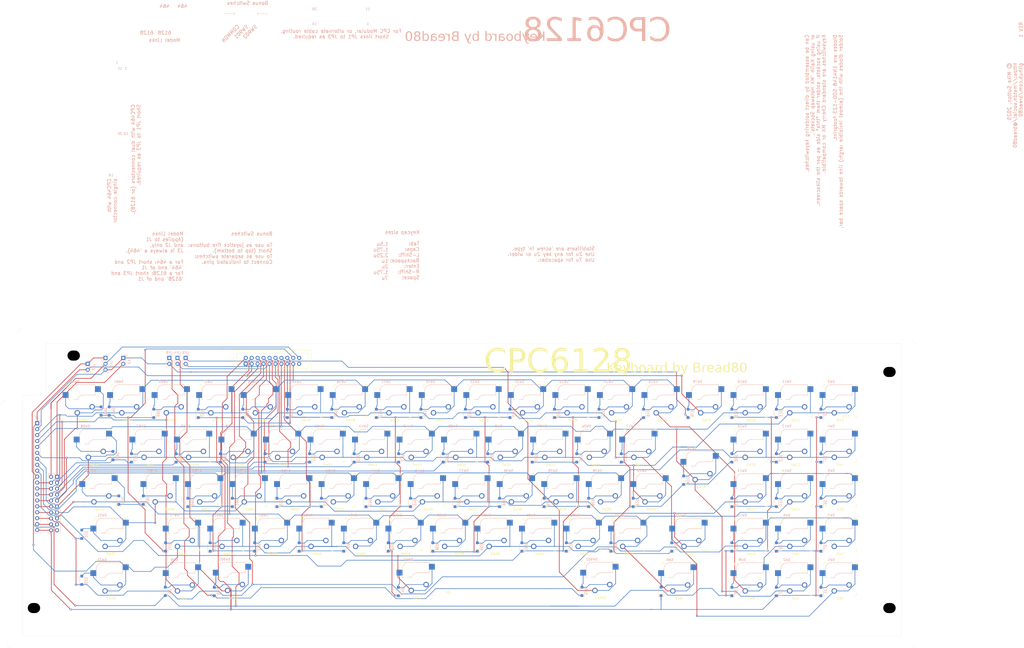
<source format=kicad_pcb>
(kicad_pcb (version 20240108) (generator "pcbnew") (generator_version "8.0")
  (layers (0 "F.Cu" signal) (31 "B.Cu" signal) (34 "B.Paste" user) (35 "F.Paste" user) (36 "B.SilkS" user "B.Silkscreen") (37 "F.SilkS" user "F.Silkscreen") (38 "B.Mask" user) (39 "F.Mask" user) (44 "Edge.Cuts" user))
  (net 0 "")
  (net 1 "Y10")
  (net 2 "Y9")
  (net 3 "Y8")
  (net 4 "Y7")
  (net 5 "Y6")
  (net 6 "Y5")
  (net 7 "Y4")
  (net 8 "Y3")
  (net 9 "Y2")
  (net 10 "X9")
  (net 11 "X8")
  (net 12 "X7")
  (net 13 "X6")
  (net 14 "X5")
  (net 15 "X4")
  (net 16 "X3")
  (net 17 "X2")
  (net 18 "X1")
  (net 19 "Y1")
  (net 20 "Net-(J1-Pin_2)")
  (net 21 "Net-(J1-Pin_1)")
  (net 24 "Net-(SW901-A)")
  (net 25 "Net-(D74-K)")
  (net 26 "Net-(D74-A)")
  (net 27 "Net-(D75-A)")
  (net 28 "Net-(D0-A)")
  (net 29 "Net-(D1-A)")
  (net 30 "Net-(D2-A)")
  (net 31 "Net-(D3-A)")
  (net 32 "Net-(D4-A)")
  (net 33 "Net-(D5-A)")
  (net 34 "Net-(D6-A)")
  (net 35 "Net-(D7-A)")
  (net 36 "Net-(D8-A)")
  (net 37 "Net-(D9-A)")
  (net 38 "Net-(D10-A)")
  (net 39 "Net-(D11-A)")
  (net 40 "Net-(D12-A)")
  (net 41 "Net-(D13-A)")
  (net 42 "Net-(D14-A)")
  (net 43 "Net-(D15-A)")
  (net 44 "Net-(D16-A)")
  (net 45 "Net-(D17-A)")
  (net 46 "Net-(D18-A)")
  (net 47 "Net-(D19-A)")
  (net 48 "Net-(D20-A)")
  (net 49 "Net-(D21-A)")
  (net 50 "Net-(D22-A)")
  (net 51 "Net-(D23-A)")
  (net 52 "Net-(D24-A)")
  (net 53 "Net-(D25-A)")
  (net 54 "Net-(D26-A)")
  (net 55 "Net-(D27-A)")
  (net 56 "Net-(D28-A)")
  (net 57 "Net-(D29-A)")
  (net 58 "Net-(D30-A)")
  (net 59 "Net-(D31-A)")
  (net 60 "Net-(D32-A)")
  (net 61 "Net-(D33-A)")
  (net 62 "Net-(D34-A)")
  (net 63 "Net-(D35-A)")
  (net 64 "Net-(D36-A)")
  (net 65 "Net-(D37-A)")
  (net 66 "Net-(D38-A)")
  (net 67 "Net-(D39-A)")
  (net 68 "Net-(D40-A)")
  (net 69 "Net-(D41-A)")
  (net 70 "Net-(D42-A)")
  (net 71 "Net-(D43-A)")
  (net 72 "Net-(D44-A)")
  (net 73 "Net-(D45-A)")
  (net 74 "Net-(D46-A)")
  (net 75 "Net-(D47-A)")
  (net 76 "Net-(D48-A)")
  (net 77 "Net-(D49-A)")
  (net 78 "Net-(D50-A)")
  (net 79 "Net-(D51-A)")
  (net 80 "Net-(D52-A)")
  (net 81 "Net-(D53-A)")
  (net 82 "Net-(D54-A)")
  (net 83 "Net-(D55-A)")
  (net 84 "Net-(D56-A)")
  (net 85 "Net-(D57-A)")
  (net 86 "Net-(D58-A)")
  (net 87 "Net-(D59-A)")
  (net 88 "Net-(D60-A)")
  (net 89 "Net-(D61-A)")
  (net 90 "Net-(D62-A)")
  (net 91 "Net-(D63-A)")
  (net 92 "Net-(D64-A)")
  (net 93 "Net-(D65-A)")
  (net 94 "Net-(D66-A)")
  (net 95 "Net-(D67-A)")
  (net 96 "Net-(D68-A)")
  (net 97 "Net-(D69-A)")
  (net 98 "Net-(D70-A)")
  (net 99 "Net-(D71-A)")
  (net 100 "Net-(D73-A)")
  (net 101 "Net-(D79-A)")
  (net 102 "Net-(SW902-A)")
  (footprint "CPC_Keyswitch:MountingHole4.3mmx5.3mmNPTH" (layer "F.Cu") (at 22 5)
    (property "Reference" "H1" (hide yes))
    (property "Value" "MountingHole")
  )
  (footprint "MountingHole:MountingHole_4.3mm_M4_DIN965" (layer "F.Cu") (at 188 5)
    (property "Reference" "H2" (hide yes))
    (property "Value" "MountingHole")
  )
  (footprint "CPC_Keyswitch:MountingHole4.3mmx5.3mmNPTH" (layer "F.Cu") (at 371 12)
    (property "Reference" "H3" (hide yes))
    (property "Value" "MountingHole")
  )
  (footprint "CPC_Keyswitch:MountingHole4.3mmx5.3mmNPTH" (layer "F.Cu") (at 5 113)
    (property "Reference" "H4" (hide yes))
    (property "Value" "MountingHole")
  )
  (footprint "MountingHole:MountingHole_4.3mm_M4_DIN965" (layer "F.Cu") (at 188 120)
    (property "Reference" "H5")
    (property "Value" "MountingHole")
  )
  (footprint "CPC_Keyswitch:MountingHole4.3mmx5.3mmNPTH" (layer "F.Cu") (at 371 113)
    (property "Reference" "H6" (hide yes))
    (property "Value" "MountingHole")
  )
  (footprint "MountingHole:MountingHole_2.2mm_M2_DIN965" (layer "F.Cu") (at 34.6475 33.925)
    (property "Reference" "H8" (hide yes))
    (property "Value" "MountingHole")
  )
  (footprint "MountingHole:MountingHole_2.2mm_M2_DIN965" (layer "F.Cu") (at 239.429539 33.925)
    (property "Reference" "H10" (hide yes))
    (property "Value" "MountingHole")
  )
  (footprint "MountingHole:MountingHole_2.2mm_M2_DIN965" (layer "F.Cu") (at 19.084539 91.075)
    (property "Reference" "H12" (hide yes))
    (property "Value" "MountingHole")
  )
  (footprint "Connector_IDC:IDC-Header_2x10_P2.54mm_Vertical" (layer "F.Cu") (at 95.6075 8.525 90)
    (property "Reference" "J2")
    (property "Value" "CPC Modular")
  )
  (footprint "MountingHole:MountingHole_2.2mm_M2_DIN965" (layer "F.Cu") (at 144.179539 33.622039)
    (property "Reference" "H9" (hide yes))
    (property "Value" "MountingHole")
  )
  (footprint "Keyswitches:Kailh_socket_MX_optional" (layer "F.Cu") (at 264.2 43.45 180)
    (property "Reference" "SW17")
    (property "Value" "[")
  )
  (footprint "CPC_Keyswitch:Stabilizer_MX_7u" (layer "F.Cu") (at 168.95 100.4)
    (property "Reference" "H18" (hide yes))
    (property "Value" "Stabiliser 7u" (hide yes))
  )
  (footprint "Keyswitches:Kailh_socket_MX_optional" (layer "F.Cu") (at 68.9375 100.6 180)
    (property "Reference" "SW9")
    (property "Value" "COPY")
  )
  (footprint "Keyswitches:Kailh_socket_MX_optional" (layer "F.Cu") (at 78.4625 62.5 180)
    (property "Reference" "SW60")
    (property "Value" "S")
  )
  (footprint "Keyswitches:Kailh_socket_MX_optional" (layer "F.Cu") (at 226.1 43.45 180)
    (property "Reference" "SW27")
    (property "Value" "P")
  )
  (footprint "Keyswitches:Kailh_socket_MX_optional" (layer "F.Cu") (at 259.4375 81.55 180)
    (property "Reference" "SW22")
    (property "Value" "\\")
  )
  (footprint "Keyswitches:Kailh_socket_MX_optional" (layer "F.Cu") (at 59.4125 62.5 180)
    (property "Reference" "SW69")
    (property "Value" "A")
  )
  (footprint "Keyswitches:Kailh_socket_MX_optional" (layer "F.Cu") (at 197.525 24.4 180)
    (property "Reference" "SW33")
    (property "Value" "9 )")
  )
  (footprint "Keyswitches:Kailh_socket_MX_optional" (layer "F.Cu") (at 87.9875 81.55 180)
    (property "Reference" "SW63")
    (property "Value" "X")
  )
  (footprint "Keyswitches:Kailh_socket_MX_optional" (layer "F.Cu") (at 349.925 81.55 180)
    (property "Reference" "SW7")
    (property "Value" ".")
  )
  (footprint "Keyswitches:Kailh_socket_MX_optional" (layer "F.Cu") (at 211.8125 62.5 180)
    (property "Reference" "SW36")
    (property "Value" "L")
  )
  (footprint "Keyswitches:Kailh_socket_MX_optional" (layer "F.Cu") (at 111.8 43.45 180)
    (property "Reference" "SW50")
    (property "Value" "R")
  )
  (footprint "Keyswitches:Kailh_socket_MX_optional" (layer "F.Cu") (at 311.825 24.4 180)
    (property "Reference" "SW10")
    (property "Value" "7")
  )
  (footprint "Keyswitches:Kailh_socket_MX_optional" (layer "F.Cu") (at 349.925 100.6 180)
    (property "Reference" "SW1")
    (property "Value" "RIGHT")
  )
  (footprint "Keyswitches:Kailh_socket_MX_optional" (layer "F.Cu") (at 311.825 62.5 180)
    (property "Reference" "SW13")
    (property "Value" "1")
  )
  (footprint "Keyswitches:Kailh_socket_MX_optional" (layer "F.Cu") (at 168.95 43.45 180)
    (property "Reference" "SW42")
    (property "Value" "U")
  )
  (footprint "MountingHole:MountingHole_2.2mm_M2_DIN965" (layer "F.Cu") (at 352.459539 91.075)
    (property "Reference" "H15" (hide yes))
    (property "Value" "MountingHole")
  )
  (footprint "MountingHole:MountingHole_2.2mm_M2_DIN965" (layer "F.Cu") (at 352.459539 33.925)
    (property "Reference" "H11")
    (property "Value" "MountingHole")
  )
  (footprint "Keyswitches:Kailh_socket_MX_optional" (layer "F.Cu") (at 240.3875 81.55 180)
    (property "Reference" "SW30")
    (property "Value" "/ ?")
  )
  (footprint "Keyswitches:Kailh_socket_MX_optional" (layer "F.Cu") (at 107.0375 81.55 180)
    (property "Reference" "SW62")
    (property "Value" "C")
  )
  (footprint "Keyswitches:Kailh_socket_MX_optional" (layer "F.Cu") (at 116.5625 62.5 180)
    (property "Reference" "SW53")
    (property "Value" "F")
  )
  (footprint "Keyswitches:Kailh_socket_MX_optional" (layer "F.Cu") (at 292.775 24.4 180)
    (property "Reference" "SW79")
    (property "Value" "DEL")
  )
  (footprint "Keyswitches:Kailh_socket_MX_optional" (layer "F.Cu") (at 330.875 62.5 180)
    (property "Reference" "SW14")
    (property "Value" "2")
  )
  (footprint "Keyswitches:Kailh_socket_MX_optional" (layer "F.Cu") (at 64.175 24.4 180)
    (property "Reference" "SW65")
    (property "Value" "2 \"")
  )
  (footprint "Keyswitches:Kailh_socket_MX_optional" (layer "F.Cu") (at 221.3375 81.55 180)
    (property "Reference" "SW31")
    (property "Value" ". >")
  )
  (footprint "Keyswitches:Kailh_socket_MX_optional" (layer "F.Cu") (at 192.7625 62.5 180)
    (property "Reference" "SW37")
    (property "Value" "K")
  )
  (footprint "Keyswitches:Kailh_socket_MX_optional" (layer "F.Cu") (at 33.21875 62.5 180)
    (property "Reference" "SW70")
    (property "Value" "CAPS")
  )
  (footprint "Keyswitches:Stabilizer_MX_2u" (layer "F.Cu") (at 37.95625 100.6)
    (property "Reference" "H19" (hide yes))
    (property "Value" "Stabiliser 2u" (hide yes))
  )
  (footprint "Keyswitches:Kailh_socket_MX_optional" (layer "F.Cu") (at 202.2875 81.55 180)
    (property "Reference" "SW39")
    (property "Value" ", <")
  )
  (footprint "Keyswitches:Kailh_socket_MX_optional" (layer "F.Cu") (at 280.86875 100.6 180)
    (property "Reference" "SW6")
    (property "Value" "ENTER")
  )
  (footprint "Keyswitches:Kailh_socket_MX_optional" (layer "F.Cu") (at 311.825 43.45 180)
    (property "Reference" "SW20")
    (property "Value" "4")
  )
  (footprint "Keyswitches:Kailh_socket_MX_optional" (layer "F.Cu") (at 37.98125 81.55 180)
    (property "Reference" "SW21")
    (property "Value" "SHIFT")
  )
  (footprint "Keyswitches:Kailh_socket_MX_optional" (layer "F.Cu") (at 183.2375 81.55 180)
    (property "Reference" "SW38")
    (property "Value" "M")
  )
  (footprint "Keyswitches:Kailh_socket_MX_optional" (layer "F.Cu") (at 30.8375 43.45 180)
    (property "Reference" "SW68")
    (property "Value" "TAB")
  )
  (footprint "Keyswitches:Kailh_socket_MX_optional" (layer "F.Cu") (at 102.275 24.4 180)
    (property "Reference" "SW56")
    (property "Value" "4 $")
  )
  (footprint "Keyswitches:Stabilizer_MX_2u" (layer "F.Cu") (at 37.98125 81.55 180)
    (property "Reference" "H17" (hide yes))
    (property "Value" "Stabiliser 2u" (hide yes))
  )
  (footprint "Keyswitches:Kailh_socket_MX_optional" (layer "F.Cu") (at 73.7 43.45 180)
    (property "Reference" "SW59")
    (property "Value" "W")
  )
  (footprint "Keyswitches:Kailh_socket_MX_optional" (layer "F.Cu") (at 247.53125 100.4 180)
    (property "Reference" "SW902")
    (property "Value" "F1")
  )
  (footprint "Keyswitches:Kailh_socket_MX_optional" (layer "F.Cu") (at 149.9 43.45 180)
    (property "Reference" "SW43")
    (property "Value" "Y")
  )
  (footprint "Keyswitches:Kailh_socket_MX_optional" (layer "F.Cu") (at 90.369 100.4 180)
    (property "Reference" "SW901")
    (property "Value" "F2")
  )
  (footprint "Keyswitches:Kailh_socket_MX_optional" (layer "F.Cu") (at 268.9625 62.5 180)
    (property "Reference" "SW19")
    (property "Value" "]")
  )
  (footprint "Keyswitches:Kailh_socket_MX_optional" (layer "F.Cu") (at 207.05 43.45 180)
    (property "Reference" "SW34")
    (property "Value" "O")
  )
  (footprint "Keyswitches:Kailh_socket_MX_optional" (layer "F.Cu") (at 37.95625 100.6 180)
    (property "Reference" "SW23")
    (property "Value" "CTRL")
  )
  (footprint "Keyswitches:Stabilizer_MX_2u" (layer "F.Cu") (at 280.86875 100.6)
    (property "Reference" "H20" (hide yes))
    (property "Value" "Stabiliser 2u" (hide yes))
  )
  (footprint "Keyswitches:Kailh_socket_MX_optional" (layer "F.Cu") (at 330.875 24.4 180)
    (property "Reference" "SW11")
    (property "Value" "8")
  )
  (footprint "Keyswitches:Kailh_socket_MX_optional" (layer "F.Cu") (at 159.425 24.4 180)
    (property "Reference" "SW41")
    (property "Value" "7 '")
  )
  (footprint "Keyswitches:Kailh_socket_MX_optional" (layer "F.Cu") (at 173.7125 62.5 180)
    (property "Reference" "SW45")
    (property "Value" "J")
  )
  (footprint "Keyswitches:Stabilizer_MX_2u" (layer "F.Cu") (at 290.39375 52.975 90)
    (property "Reference" "H16" (hide yes))
    (property "Value" "Stabiliser 2u" (hide yes))
  )
  (footprint "Keyswitches:Kailh_socket_MX_optional" (layer "F.Cu") (at 311.825 100.6 180)
    (property "Reference" "SW8")
    (property "Value" "LEFT")
  )
  (footprint "Keyswitches:Kailh_socket_MX_optional" (layer "F.Cu") (at 135.6125 62.5 180)
    (property "Reference" "SW52")
    (property "Value" "G")
  )
  (footprint "Keyswitches:Kailh_socket_MX_optional" (layer "F.Cu") (at 349.925 62.5 180)
    (property "Reference" "SW5")
    (property "Value" "3")
  )
  (footprint "MountingHole:MountingHole_2.2mm_M2_DIN965" (layer "F.Cu") (at 133.384539 91.075)
    (property "Reference" "H13" (hide yes))
    (property "Value" "MountingHole")
  )
  (footprint "Keyswitches:Kailh_socket_MX_optional" (layer "F.Cu") (at 273.725 24.4 180)
    (property "Reference" "SW16")
    (property "Value" "CLR")
  )
  (footprint "Keyswitches:Kailh_socket_MX_optional" (layer "F.Cu") (at 349.925 43.45 180)
    (property "Reference" "SW4")
    (property "Value" "6")
  )
  (footprint "Keyswitches:Kailh_socket_MX_optional" (layer "F.Cu") (at 54.65 43.45 180)
    (property "Reference" "SW67")
    (property "Value" "Q")
  )
  (footprint "Keyswitches:Kailh_socket_MX_optional" (layer "F.Cu") (at 290.39375 52.975 180)
    (property "Reference" "SW18")
    (property "Value" "ENTER")
  )
  (footprint "Keyswitches:Kailh_socket_MX_optional" (layer "F.Cu") (at 235.625 24.4 180)
    (property "Reference" "SW25")
    (property "Value" "- =")
  )
  (footprint "MountingHole:MountingHole_2.2mm_M2_DIN965" (layer "F.Cu") (at 328.93 -34.29)
    (property "Reference" "H7" (hide yes))
    (property "Value" "MountingHole")
  )
  (footprint "Keyswitches:Kailh_socket_MX_optional" (layer "F.Cu") (at 254.675 24.4 180)
    (property "Reference" "SW24")
    (property "Value" "^ £")
  )
  (footprint "Keyswitches:Kailh_socket_MX_optional" (layer "F.Cu") (at 330.875 43.45 180)
    (property "Reference" "SW12")
    (property "Value" "5")
  )
  (footprint "Keyswitches:Kailh_socket_MX_optional" (layer "F.Cu") (at 26.075 24.4 180)
    (property "Reference" "SW66")
    (property "Value" "ESC")
  )
  (footprint "Keyswitches:Kailh_socket_MX_optional" (layer "F.Cu") (at 249.9125 62.5 180)
    (property "Reference" "SW28")
    (property "Value" "; +")
  )
  (footprint "Keyswitches:Kailh_socket_MX_optional" (layer "F.Cu") (at 230.8625 62.5 180)
    (property "Reference" "SW29")
    (property "Value" ": *")
  )
  (footprint "Keyswitches:Kailh_socket_MX_optional" (layer "F.Cu") (at 92.75 43.45 180)
    (property "Reference" "SW58")
    (property "Value" "E")
  )
  (footprint "Keyswitches:Kailh_socket_MX_optional" (layer "F.Cu") (at 311.825 81.55 180)
    (property "Reference" "SW15")
    (property "Value" "0")
  )
  (footprint "MountingHole:MountingHole_2.2mm_M2_DIN965" (layer "F.Cu") (at 249.2775 91.075)
    (property "Reference" "H14" (hide yes))
    (property "Value" "MountingHole")
  )
  (footprint "Keyswitches:Kailh_socket_MX_optional" (layer "F.Cu") (at 349.925 24.4 180)
    (property "Reference" "SW3")
    (property "Value" "9")
  )
  (footprint "Keyswitches:Kailh_socket_MX_optional" (layer "F.Cu") (at 140.375 24.4 180)
    (property "Reference" "SW48")
    (property "Value" "6 &")
  )
  (footprint "Keyswitches:Kailh_socket_MX_optional" (layer "F.Cu") (at 83.225 24.4 180)
    (property "Reference" "SW57")
    (property "Value" "3 #")
  )
  (footprint "Keyswitches:Kailh_socket_MX_optional" (layer "F.Cu") (at 97.5125 62.5 180)
    (property "Reference" "SW61")
    (property "Value" "D")
  )
  (footprint "Keyswitches:Kailh_socket_MX_optional" (layer "F.Cu") (at 330.875 81.55 180)
    (property "Reference" "SW0")
    (property "Value" "UP")
  )
  (footprint "Keyswitches:Kailh_socket_MX_optional" (layer "F.Cu") (at 168.95 100.4 180)
    (property "Reference" "SW47")
    (property "Value" "SPACE")
  )
  (footprint "Keyswitches:Kailh_socket_MX_optional" (layer "F.Cu") (at 45.125 24.4 180)
    (property "Reference" "SW64")
    (property "Value" "1 !")
  )
  (footprint "Keyswitches:Kailh_socket_MX_optional" (layer "F.Cu") (at 68.9375 81.55 180)
    (property "Reference" "SW71")
    (property "Value" "Z")
  )
  (footprint "Keyswitches:Kailh_socket_MX_optional" (layer "F.Cu") (at 188 43.45 180)
    (property "Reference" "SW35")
    (property "Value" "I")
  )
  (footprint "Keyswitches:Kailh_socket_MX_optional" (layer "F.Cu") (at 130.85 43.45 180)
    (property "Reference" "SW51")
    (property "Value" "T")
  )
  (footprint "Keyswitches:Kailh_socket_MX_optional" (layer "F.Cu") (at 145.1375 81.55 180)
    (property "Reference" "SW54")
    (property "Value" "B")
  )
  (footprint "Keyswitches:Kailh_socket_MX_optional" (layer "F.Cu") (at 164.1875 81.55 180)
    (property "Reference" "SW46")
    (property "Value" "N")
  )
  (footprint "Keyswitches:Kailh_socket_MX_optional" (layer "F.Cu") (at 121.325 24.4 180)
    (property "Reference" "SW49")
    (property "Value" "5 %")
  )
  (footprint "Keyswitches:Kailh_socket_MX_optional" (layer "F.Cu") (at 245.15 43.45 180)
    (property "Reference" "SW26")
    (property "Value" "@ |")
  )
  (footprint "Keyswitches:Kailh_socket_MX_optional" (layer "F.Cu") (at 330.875 100.6 180)
    (property "Reference" "SW2")
    (property "Value" "DOWN")
  )
  (footprint "Keyswitches:Kailh_socket_MX_optional" (layer "F.Cu") (at 178.475 24.4 180)
    (property "Reference" "SW40")
    (property "Value" "8 (")
  )
  (footprint "Keyswitches:Kailh_socket_MX_optional" (layer "F.Cu") (at 216.575 24.4 180)
    (property "Reference" "SW32")
    (property "Value" "0 _")
  )
  (footprint "Keyswitches:Kailh_socket_MX_optional" (layer "F.Cu") (at 126.0875 81.55 180)
    (property "Reference" "SW55")
    (property "Value" "V")
  )
  (footprint "Keyswitches:Kailh_socket_MX_optional" (layer "F.Cu") (at 285.63125 81.55 180)
    (property "Reference" "SW121")
    (property "Value" "SHIFT")
  )
  (footprint "Keyswitches:Kailh_socket_MX_optional" (layer "F.Cu") (at 154.6625 62.5 180)
    (property "Reference" "SW44")
    (property "Value" "H")
  )
  (footprint "Connector_PinHeader_2.54mm:PinHeader_1x03_P2.54mm_Vertical" (layer "B.Cu") (at 35.6 5.985 180)
    (property "Reference" "LK1")
    (property "Value" "Jumper_3_Open")
  )
  (footprint "Connector_PinHeader_2.54mm:PinHeader_2x10_P2.54mm_Vertical" (layer "B.Cu") (at 14.8736 56.87 180)
    (property "Reference" "J1")
    (property "Value" "Membrane 464/6128")
  )
  (footprint "Connector_PinHeader_2.54mm:PinHeader_1x02_P2.54mm_Vertical" (layer "B.Cu") (at 43.22 5.985 180)
    (property "Reference" "LK2")
    (property "Value" "Jumper_NC_Small")
  )
  (footprint "Connector_PinHeader_2.54mm:PinHeader_1x02_P2.54mm_Vertical" (layer "B.Cu") (at 27.98 8.525 180)
    (property "Reference" "LK3")
    (property "Value" "Jumper_NC_Small")
  )
  (footprint "CPC_Keyswitch:D_SOD-123-Handsolder" (layer "B.Cu") (at 38.775 47.79 90)
    (property "Reference" "D68")
    (property "Value" "1N4148")
  )
  (footprint "CPC_Keyswitch:D_SOD-123-Handsolder" (layer "B.Cu") (at 175.6175 86.885 90)
    (property "Reference" "D38")
    (property "Value" "1N4148")
  )
  (footprint "CPC_Keyswitch:D_SOD-123-Handsolder" (layer "B.Cu") (at 65.7625 48.785 90)
    (property "Reference" "D59")
    (property "Value" "1N4148")
  )
  (footprint "CPC_Keyswitch:D_SOD-123-Handsolder" (layer "B.Cu") (at 94.3375 29.735 90)
    (property "Reference" "D56")
    (property "Value" "1N4148")
  )
  (footprint "CPC_Keyswitch:D_SOD-123-Handsolder" (layer "B.Cu") (at 242.2925 67.835 90)
    (property "Reference" "D28")
    (property "Value" "1N4148")
  )
  (footprint "CPC_Keyswitch:D_SOD-123-Handsolder" (layer "B.Cu") (at 25.44 101.13 90)
    (property "Reference" "D23")
    (property "Value" "1N4148")
  )
  (footprint "CPC_Keyswitch:D_SOD-123-Handsolder" (layer "B.Cu") (at 185.1425 67.835 90)
    (property "Reference" "D37")
    (property "Value" "1N4148")
  )
  (footprint "CPC_Keyswitch:D_SOD-123-Handsolder" (layer "B.Cu") (at 303.57 86.885 90)
    (property "Reference" "D15")
    (property "Value" "1N4148")
  )
  (footprint "CPC_Keyswitch:D_SOD-123-Handsolder" (layer "B.Cu") (at 180.0625 48.785 90)
    (property "Reference" "D35")
    (property "Value" "1N4148")
  )
  (footprint "CPC_Keyswitch:D_SOD-123-Handsolder" (layer "B.Cu") (at 170.5375 29.735 90)
    (property "Reference" "D40")
    (property "Value" "1N4148")
  )
  (footprint "CPC_Keyswitch:D_SOD-123-Handsolder" (layer "B.Cu") (at 322.62 67.835 90)
    (property "Reference" "D14")
    (property "Value" "1N4148")
  )
  (footprint "CPC_Keyswitch:D_SOD-123-Handsolder" (layer "B.Cu") (at 41.315 66.84 90)
    (property "Reference" "D70")
    (property "Value" "1N4148")
  )
  (footprint "CPC_Keyswitch:D_SOD-123-Handsolder" (layer "B.Cu") (at 218.1625 48.785 90)
    (property "Reference" "D27")
    (property "Value" "1N4148")
  )
  (footprint "CPC_Keyswitch:D_SOD-123-Handsolder" (layer "B.Cu") (at 273.2925 105.875 90)
    (property "Reference" "D6")
    (property "Value" "1N4148")
  )
  (footprint "CPC_Keyswitch:D_SOD-123-Handsolder" (layer "B.Cu") (at 118.4675 86.885 90)
    (property "Reference" "D55")
    (property "Value" "1N4148")
  )
  (footprint "CPC_Keyswitch:D_SOD-123-Handsolder" (layer "B.Cu") (at 147.0425 67.835 90)
    (property "Reference" "D44")
    (property "Value" "1N4148")
  )
  (footprint "CPC_Keyswitch:D_SOD-123-Handsolder" (layer "B.Cu") (at 132.4375 29.735 90)
    (property "Reference" "D48")
    (property "Value" "1N4148")
  )
  (footprint "CPC_Keyswitch:D_SOD-123-Handsolder" (layer "B.Cu") (at 80.3675 86.885 90)
    (property "Reference" "D63")
    (property "Value" "1N4148")
  )
  (footprint "CPC_Keyswitch:D_SOD-123-Handsolder" (layer "B.Cu") (at 232.7675 86.885 90)
    (property "Reference" "D30")
    (property "Value" "1N4148")
  )
  (footprint "Connector_PinHeader_2.54mm:PinHeader_1x02_P2.54mm_Vertical" (layer "B.Cu") (at 69.89 5.985 180)
    (property "Reference" "LK5")
    (property "Value" "F1")
  )
  (footprint "CPC_Keyswitch:D_SOD-123-Handsolder" (layer "B.Cu") (at 108.9425 67.835 90)
    (property "Reference" "D53")
    (property "Value" "1N4148")
  )
  (footprint "CPC_Keyswitch:D_SOD-123-Handsolder" (layer "B.Cu") (at 341.67 48.785 90)
    (property "Reference" "D4")
    (property "Value" "1N4148")
  )
  (footprint "CPC_Keyswitch:D_SOD-123-Handsolder" (layer "B.Cu") (at 199.1125 48.785 90)
    (property "Reference" "D34")
    (property "Value" "1N4148")
  )
  (footprint "CPC_Keyswitch:D_SOD-123-Handsolder" (layer "B.Cu") (at 189.5875 29.735 90)
    (property "Reference" "D33")
    (property "Value" "1N4148")
  )
  (footprint "Connector_PinHeader_2.54mm:PinHeader_1x19_P2.54mm_Vertical" (layer "B.Cu") (at 6.39 33.925 180)
    (property "Reference" "J3")
    (property "Value" "Conn_01x19_Pin")
  )
  (footprint "CPC_Keyswitch:D_SOD-123-Handsolder" (layer "B.Cu") (at 208.6375 29.735 90)
    (property "Reference" "D32")
    (property "Value" "1N4148")
  )
  (footprint "CPC_Keyswitch:D_SOD-123-Handsolder" (layer "B.Cu") (at 322.62 29.735 90)
    (property "Reference" "D11")
    (property "Value" "1N4148")
  )
  (footprint "CPC_Keyswitch:D_SOD-123-Handsolder" (layer "B.Cu") (at 265.7875 29.735 90)
    (property "Reference" "D16")
    (property "Value" "1N4148")
  )
  (footprint "CPC_Keyswitch:D_SOD-123-Handsolder" (layer "B.Cu") (at 25.44 81.445 90)
    (property "Reference" "D21")
    (property "Value" "1N4148")
  )
  (footprint "CPC_Keyswitch:D_SOD-123-Handsolder" (layer "B.Cu") (at 223.2425 67.835 90)
    (property "Reference" "D29")
    (property "Value" "1N4148")
  )
  (footprint "CPC_Keyswitch:D_SOD-123-Handsolder" (layer "B.Cu") (at 341.67 105.935 90)
    (property "Reference" "D1")
    (property "Value" "1N4148")
  )
  (footprint "CPC_Keyswitch:D_SOD-123-Handsolder" (layer "B.Cu") (at 156.5675 86.885 90)
    (property "Reference" "D46")
    (property "Value" "1N4148")
  )
  (footprint "CPC_Keyswitch:D_SOD-123-Handsolder" (layer "B.Cu") (at 239.435 105.875 90)
    (property "Reference" "D74")
    (property "Value" "1N4148")
  )
  (footprint "CPC_Keyswitch:D_SOD-123-Handsolder" (layer "B.Cu") (at 213.7175 86.885 90)
    (property "Reference" "D31")
    (property "Value" "1N4148")
  )
  (footprint "CPC_Keyswitch:D_SOD-123-Handsolder" (layer "B.Cu") (at 251.8175 86.885 90)
    (property "Reference" "D22")
    (property "Value" "1N4148")
  )
  (footprint "CPC_Keyswitch:D_SOD-123-Handsolder" (layer "B.Cu") (at 227.6875 29.735 90)
    (property "Reference" "D25")
    (property "Value" "1N4148")
  )
  (footprint "CPC_Keyswitch:D_SOD-123-Handsolder" (layer "B.Cu") (at 151.4875 29.735 90)
    (property "Reference" "D41")
    (property "Value" "1N4148")
  )
  (footprint "CPC_Keyswitch:D_SOD-123-Handsolder" (layer "B.Cu") (at 322.62 105.935 90)
    (property "Reference" "D2")
    (property "Value" "1N4148")
  )
  (footprint "Connector_PinHeader_2.54mm:PinHeader_1x02_P2.54mm_Vertical" (layer "B.Cu") (at 66.3975 5.985 180)
    (property "Reference" "LK4")
    (property "Value" "F2")
  )
  (footprint "CPC_Keyswitch:D_SOD-123-Handsolder" (layer "B.Cu") (at 84.8125 48.785 90)
    (property "Reference" "D58")
    (property "Value" "1N4148")
  )
  (footprint "CPC_Keyswitch:D_SOD-123-Handsolder" (layer "B.Cu") (at 37.1875 28.74 90)
    (property "Reference" "D64")
    (property "Value" "1N4148")
  )
  (footprint "CPC_Keyswitch:D_SOD-123-Handsolder" (layer "B.Cu") (at 261.3425 67.835 90)
    (property "Reference" "D19")
    (property "Value" "1N4148")
  )
  (footprint "CPC_Keyswitch:D_SOD-123-Handsolder" (layer "B.Cu") (at 303.57 48.785 90)
    (property "Reference" "D20")
    (property "Value" "1N4148")
  )
  (footprint "Connector_PinHeader_2.54mm:PinHeader_1x02_P2.54mm_Vertical" (layer "B.Cu") (at 62.905 5.985 180)
    (property "Reference" "LK6")
    (property "Value" "COMMON")
  )
  (footprint "CPC_Keyswitch:D_SOD-123-Handsolder" (layer "B.Cu") (at 166.0925 67.835 90)
    (property "Reference" "D45")
    (property "Value" "1N4148")
  )
  (footprint "CPC_Keyswitch:D_SOD-123-Handsolder" (layer "B.Cu") (at 160.8975 105.935 90)
    (property "Reference" "D47")
    (property "Value" "1N4148")
  )
  (footprint "CPC_Keyswitch:D_SOD-123-Handsolder" (layer "B.Cu") (at 303.57 29.735 90)
    (property "Reference" "D10")
    (property "Value" "1N4148")
  )
  (footprint "CPC_Keyswitch:D_SOD-123-Handsolder" (layer "B.Cu") (at 246.7375 29.735 90)
    (property "Reference" "D24")
    (property "Value" "1N4148")
  )
  (footprint "CPC_Keyswitch:D_SOD-123-Handsolder" (layer "B.Cu") (at 341.67 86.885 90)
    (property "Reference" "D7")
    (property "Value" "1N4148")
  )
  (footprint "CPC_Keyswitch:D_SOD-123-Handsolder" (layer "B.Cu") (at 61.2025 105.875 90)
    (property "Reference" "D9")
    (property "Value" "1N4148")
  )
  (footprint "CPC_Keyswitch:D_SOD-123-Handsolder" (layer "B.Cu") (at 122.9125 48.785 90)
    (property "Reference" "D51")
    (property "Value" "1N4148")
  )
  (footprint "CPC_Keyswitch:D_SOD-123-Handsolder" (layer "B.Cu") (at 322.62 86.885 90)
    (property "Reference" "D0")
    (property "Value" "1N4148")
  )
  (footprint "CPC_Keyswitch:D_SOD-123-Handsolder" (layer "B.Cu") (at 61.3175 86.885 90)
    (property "Reference" "D71")
    (property "Value" "1N4148")
  )
  (footprint "CPC_Keyswitch:D_SOD-123-Handsolder" (layer "B.Cu") (at 137.5175 86.885 90)
    (property "Reference" "D54")
    (property "Value" "1N4148")
  )
  (footprint "CPC_Keyswitch:D_SOD-123-Handsolder" (layer "B.Cu") (at 303.57 67.835 90)
    (property "Reference" "D13")
    (property "Value" "1N4148")
  )
  (footprint "CPC_Keyswitch:D_SOD-123-Handsolder" (layer "B.Cu") (at 194.6675 86.885 90)
    (property "Reference" "D39")
    (property "Value" "1N4148")
  )
  (footprint "CPC_Keyswitch:D_SOD-123-Handsolder" (layer "B.Cu") (at 141.9625 48.785 90)
    (property "Reference" "D43")
    (property "Value" "1N4148")
  )
  (footprint "CPC_Keyswitch:D_SOD-123-Handsolder" (layer "B.Cu") (at 237.2125 48.785 90)
    (property "Reference" "D26")
    (property "Value" "1N4148")
  )
  (footprint "CPC_Keyswitch:D_SOD-123-Handsolder" (layer "B.Cu") (at 82.1575 105.935 90)
    (property "Reference" "D75")
    (property "Value" "1N4148")
  )
  (footprint "CPC_Keyswitch:D_SOD-123-Handsolder" (layer "B.Cu") (at 204.1925 67.835 90)
    (property "Reference" "D36")
    (property "Value" "1N4148")
  )
  (footprint "CPC_Keyswitch:D_SOD-123-Handsolder" (layer "B.Cu") (at 284.8375 29.735 90)
    (property "Reference" "D79")
    (property "Value" "1N4148")
  )
  (footprint "CPC_Keyswitch:D_SOD-123-Handsolder" (layer "B.Cu") (at 56.2375 29.735 90)
    (property "Reference" "D65")
    (property "Value" "1N4148")
  )
  (footprint "CPC_Keyswitch:D_SOD-123-Handsolder" (layer "B.Cu") (at 161.0125 48.785 90)
    (property "Reference" "D42")
    (property "Value" "1N4148")
  )
  (footprint "CPC_Keyswitch:D_SOD-123-Handsolder" (layer "B.Cu") (at 33.695 28.74 90)
    (property "Reference" "D66")
    (property "Value" "1N4148")
  )
  (footprint "CPC_Keyswitch:D_SOD-123-Handsolder" (layer "B.Cu") (at 341.67 29.735 90)
    (property "Reference" "D3")
    (property "Value" "1N4148")
  )
  (footprint "CPC_Keyswitch:D_SOD-123-Handsolder" (layer "B.Cu") (at 51.7925 66.84 90)
    (property "Reference" "D69")
    (property "Value" "1N4148")
  )
  (footprint "CPC_Keyswitch:D_SOD-123-Handsolder" (layer "B.Cu") (at 103.8625 48.785 90)
    (property "Reference" "D50")
    (property "Value" "1N4148")
  )
  (footprint "CPC_Keyswitch:D_SOD-123-Handsolder" (layer "B.Cu") (at 282.9325 58.31 90)
    (property "Reference" "D18")
    (property "Value" "1N4148")
  )
  (footprint "CPC_Keyswitch:D_SOD-123-Handsolder" (layer "B.Cu") (at 127.9925 67.835 90)
    (property "Reference" "D52")
    (property "Value" "1N4148")
  )
  (footprint "CPC_Keyswitch:D_SOD-123-Handsolder" (layer "B.Cu") (at 89.8925 67.835 90)
    (property "Reference" "D61")
    (property "Value" "1N4148")
  )
  (footprint "CPC_Keyswitch:D_SOD-123-Handsolder" (layer "B.Cu") (at 113.3875 29.735 90)
    (property "Reference" "D49")
    (property "Value" "1N4148")
  )
  (footprint "CPC_Keyswitch:D_SOD-123-Handsolder" (layer "B.Cu") (at 70.8425 67.835 90)
    (property "Reference" "D60")
    (property "Value" "1N4148")
  )
  (footprint "CPC_Keyswitch:D_SOD-123-Handsolder" (layer "B.Cu") (at 341.67 67.835 90)
    (property "Reference" "D5")
    (property "Value" "1N4148")
  )
  (footprint "CPC_Keyswitch:D_SOD-123-Handsolder" (layer "B.Cu") (at 46.7125 48.785 90)
    (property "Reference" "D67")
    (property "Value" "1N4148")
  )
  (footprint "CPC_Keyswitch:D_SOD-123-Handsolder" (layer "B.Cu") (at 75.2875 29.735 90)
    (property "Reference" "D57")
    (property "Value" "1N4148")
  )
  (footprint "CPC_Keyswitch:D_SOD-123-Handsolder" (layer "B.Cu") (at 322.62 48.785 90)
    (property "Reference" "D12")
    (property "Value" "1N4148")
  )
  (footprint "CPC_Keyswitch:D_SOD-123-Handsolder" (layer "B.Cu") (at 256.2625 48.785 90)
    (property "Reference" "D17")
    (property "Value" "1N4148")
  )
  (footprint "CPC_Keyswitch:D_SOD-123-Handsolder" (layer "B.Cu") (at 277.8525 86.885 90)
    (property "Reference" "D73")
    (property "Value" "1N4148")
  )
  (footprint "CPC_Keyswitch:D_SOD-123-Handsolder" (layer "B.Cu") (at 303.57 105.935 90)
    (property "Reference" "D8")
    (property "Value" "1N4148")
  )
  (footprint "CPC_Keyswitch:D_SOD-123-Handsolder" (layer "B.Cu") (at 99.4175 86.885 90)
    (property "Reference" "D62")
    (property "Value" "1N4148")
  )
  (gr_line (start 376 125) (end 0 125) (stroke (width 0.05)) (layer "Edge.Cuts"))
  (gr_line (start 0 22) (end 10 22) (stroke (width 0.05)) (layer "Edge.Cuts"))
  (gr_arc (start 381.905001 128.250001) (mid 381.347039 129.597039) (end 380.000001 130.155001) (stroke (width 0.05)) (layer "Edge.Cuts"))
  (gr_arc (start -7.594999 23.750001) (mid -8.152961 25.097039) (end -9.499999 25.655001) (stroke (width 0.05)) (layer "Edge.Cuts"))
  (gr_arc (start -4.750001 130.155001) (mid -6.097039 129.597039) (end -6.655001 128.250001) (stroke (width 0.05)) (layer "Edge.Cuts"))
  (gr_line (start 10 0) (end 10 22) (stroke (width 0.05)) (layer "Edge.Cuts"))
  (gr_line (start 10 0) (end 376 0) (stroke (width 0.05)) (layer "Edge.Cuts"))
  (gr_line (start 376 0) (end 376 125) (stroke (width 0.05)) (layer "Edge.Cuts"))
  (gr_line (start 0 22) (end 0 125) (stroke (width 0.05)) (layer "Edge.Cuts"))
  (gr_arc (start 380.000001 -1.905001) (mid 381.347039 -1.347039) (end 381.905001 -0.000001) (stroke (width 0.05)) (layer "Edge.Cuts"))
  (gr_arc (start -1.905001 -4.750001) (mid -1.347039 -6.097039) (end -0.000001 -6.655001) (stroke (width 0.05)) (layer "Edge.Cuts"))
  (gr_text "464" (at 68.470461 -144.537039 -0) (layer "B.SilkS") (effects (font (size 1.5 1.5) (thickness 0.25)) (justify mirror)))
  (gr_text "1.5u\n1.75u\n2.25u\n1u\n2u\n1.75u\n7u" (at 156.735461 -43.572039 0) (layer "B.SilkS") (effects (font (size 1.5 1.5) (thickness 0.25) (bold yes)) (justify left top mirror)))
  (gr_text "Can be assembled by direct soldering keyswitches, \nor using Kailh 'MX Hotswap Sockets'.\nIf using sockets, solder them *this* side as per the silkscreen.\nKeyswitches are standard Cherry MX or compatible.\n\nDiodes are 1N4148 SOD-123 footprint.\nSolder diodes with the (almost invisible :argh:) line towards space bar." (at 351.045461 -132.472039 90) (layer "B.SilkS") (effects (font (size 1.5 1.5) (thickness 0.25) (bold yes)) (justify left bottom mirror)))
  (gr_text "Keyboard by Bread80" (at 193.768661 -131.278239 -0) (layer "B.SilkS") (effects (font (size 4 4) (thickness 0.25)) (justify mirror)))
  (gr_text "<---" (at 91.330461 -140.727039 0) (layer "B.SilkS") (effects (font (size 1 1)) (justify left bottom mirror)))
  (gr_text "1" (at 39.895461 -120.407039 0) (layer "B.SilkS") (effects (font (size 1 1)) (justify right mirror)))
  (gr_text "20" (at 124.985461 -143.267039 0) (layer "B.SilkS") (effects (font (size 1 1)) (justify mirror)))
  (gr_text "CPC6128" (at 245.864061 -133.742039 0) (layer "B.SilkS") (effects (font (size 10 10) (thickness 0.625)) (justify mirror)))
  (gr_text "6128" (at 60.850461 -133.107039 -0) (layer "B.SilkS") (effects (font (size 1.5 1.5) (thickness 0.25)) (justify mirror)))
  (gr_text "--->" (at 105.300461 -140.727039 0) (layer "B.SilkS") (effects (font (size 1 1)) (justify left bottom mirror)))
  (gr_text "1" (at 44.340461 -117.867039 0) (layer "B.SilkS") (effects (font (size 1 1)) (justify mirror)))
  (gr_text "Model Links\n(Applies to J1 \nand J2 only,\nJ3 is always a '464).\n\nFor a 464: short JP2 and\n'464' end of J1\nFor a 6128: short JP3 and\n'6128' and of J1" (at 69.105461 -48.017039 0) (layer "B.SilkS") (effects (font (size 1.5 1.5) (thickness 0.25) (bold yes)) (justify left top mirror)))
  (gr_text "Bonus Switches" (at 96.410461 -145.807039 0) (layer "B.SilkS") (effects (font (size 1.5 1.5) (thickness 0.25)) (justify mirror)))
  (gr_text "1" (at 147.845461 -136.917039 0) (layer "B.SilkS") (effects (font (size 1 1)) (justify mirror)))
  (gr_text "CPC464 with\nsingle connector" (at 40.530461 -70.877039 90) (layer "B.SilkS") (effects (font (size 1.5 1.5) (thickness 0.25) (bold yes)) (justify left bottom mirror)))
  (gr_text "Model Links" (at 60.850461 -129.932039 0) (layer "B.SilkS") (effects (font (size 1.5 1.5) (thickness 0.25)) (justify mirror)))
  (gr_text "19" (at 37.990461 -72.147039 0) (layer "B.SilkS") (effects (font (size 1 1)) (justify mirror)))
  (gr_text "11" (at 41.800461 -117.867039 0) (layer "B.SilkS") (effects (font (size 1 1)) (justify mirror)))
  (gr_text "10" (at 44.340461 -89.927039 0) (layer "B.SilkS") (effects (font (size 1 1)) (justify mirror)))
  (gr_text "© Mike Sutton, 2025\nhttps://mstdn.social/@bread80\ngithub.com/bread80" (at 424.705461 -120.407039 90) (layer "B.SilkS") (effects (font (size 1.5 1.5) (thickness 0.25)) (justify left mirror)))
  (gr_text "10" (at 124.985461 -136.917039 0) (layer "B.SilkS") (effects (font (size 1 1)) (justify mirror)))
  (gr_text "Keycap sizes\n\nTab:\nCaps:\nL-Shift:\nBackspace:\nEnter:\nR-Shift:\nSpace:" (at 170.070461 -48.652039 0) (layer "B.SilkS") (effects (font (size 1.5 1.5) (thickness 0.25) (bold yes)) (justify left top mirror)))
  (gr_text "For CPC Modular, or alternate cable routing.\nShort links JP1 to JP3 as required." (at 136.415461 -130.567039 0) (layer "B.SilkS") (effects (font (size 1.5 1.5) (thickness 0.25) (bold yes)) (justify bottom mirror)))
  (gr_text "REV 1" (at 427.245461 -134.377039 90) (layer "B.SilkS") (effects (font (size 1.5 1.5) (thickness 0.25) (bold yes)) (justify mirror)))
  (gr_text "SW902" (at 100.855461 -135.647039 45) (layer "B.SilkS") (effects (font (size 1.5 1.5) (thickness 0.25) (bold yes)) (justify left bottom mirror)))
  (gr_text "11" (at 147.845461 -143.267039 0) (layer "B.SilkS") (effects (font (size 1 1)) (justify mirror)))
  (gr_text "20" (at 41.800461 -89.927039 0) (layer "B.SilkS") (effects (font (size 1 1)) (justify mirror)))
  (gr_text "464" (at 60.850461 -144.537039 -0) (layer "B.SilkS") (effects (font (size 1.5 1.5) (thickness 0.25)) (justify mirror)))
  (gr_text "SW901" (at 97.045461 -135.647039 45) (layer "B.SilkS") (effects (font (size 1.5 1.5) (thickness 0.25) (bold yes)) (justify left bottom mirror)))
  (gr_text "CPC464 with dual connectors (or 6128).\nShort JP1 to JP3 as required." (at 50.690461 -102.627039 90) (layer "B.SilkS") (effects (font (size 1.5 1.5) (thickness 0.25) (bold yes)) (justify left bottom mirror)))
  (gr_text "Stabilisers are 'screw in' type.\nUse 2u for any key 2u or wider.\nUse 7u for spacebar." (at 245.000461 -41.667039 0) (layer "B.SilkS") (effects (font (size 1.5 1.5) (thickness 0.25) (bold yes)) (justify left top mirror)))
  (gr_text "6128" (at 53.230461 -133.107039 -0) (layer "B.SilkS") (effects (font (size 1.5 1.5) (thickness 0.25)) (justify mirror)))
  (gr_text "COMMON" (at 93.235461 -135.647039 45) (layer "B.SilkS") (effects (font (size 1.5 1.5) (thickness 0.25) (bold yes)) (justify left bottom mirror)))
  (gr_text "Bonus Switches\n\nTo use as joystick fire buttons:\nShort (top to bottom).\nTo use as separate switches:\nConnect to indicated pins." (at 107.205461 -48.017039 0) (layer "B.SilkS") (effects (font (size 1.5 1.5) (thickness 0.25) (bold yes)) (justify left top mirror)))
  (gr_text "Keyboard by Bread80" (at 280.075 10.43 0) (layer "F.SilkS") (effects (font (size 4 4) (thickness 0.25))))
  (gr_text "CPC6128" (at 229.275 7.89 0) (layer "F.SilkS") (effects (font (size 10 10) (thickness 0.625))))
  (segment (start 283.6691 30.2166) (end 283.6691 27.530416) (width 0.25) (layer "F.Cu") (net 1))
  (segment (start 283.6691 27.530416) (end 279.8845 23.745816) (width 0.25) (layer "F.Cu") (net 1))
  (segment (start 35.6 11.065) (end 38.14 11.065) (width 0.25) (layer "F.Cu") (net 1))
  (segment (start 38.14 11.065) (end 43.22 5.985) (width 0.25) (layer "F.Cu") (net 1))
  (segment (start 279.8845 23.745816) (end 279.8845 12.0048) (width 0.25) (layer "F.Cu") (net 1))
  (via (at 283.6691 30.2166) (size 0.8) (drill 0.4) (layers "F.Cu" "B.Cu") (net 1))
  (via (at 279.8845 12.0048) (size 0.8) (drill 0.4) (layers "F.Cu" "B.Cu") (net 1))
  (segment (start 72.3284 12.0048) (end 74.7033 12.0048) (width 0.25) (layer "B.Cu") (net 1))
  (segment (start 62.905 8.525) (end 53.5832 8.525) (width 0.25) (layer "B.Cu") (net 1))
  (segment (start 43.22 5.985) (end 51.0432 5.985) (width 0.25) (layer "B.Cu") (net 1))
  (segment (start 66.3848 12.0048) (end 72.3284 12.0048) (width 0.25) (layer "B.Cu") (net 1))
  (segment (start 33.68265 12.98235) (end 23.39565 12.98235) (width 0.25) (layer "B.Cu") (net 1))
  (segment (start 23.39565 12.98235) (end 8.09145 28.28655) (width 0.25) (layer "B.Cu") (net 1))
  (segment (start 8.09145 34.76355) (end 6.39 36.465) (width 0.25) (layer "B.Cu") (net 1))
  (segment (start 53.5832 8.525) (end 51.0432 5.985) (width 0.25) (layer "B.Cu") (net 1))
  (segment (start 62.905 8.525) (end 66.3848 12.0048) (width 0.25) (layer "B.Cu") (net 1))
  (segment (start 71.7873 12.0048) (end 72.3284 12.0048) (width 0.25) (layer "B.Cu") (net 1))
  (segment (start 284.8375 31.385) (end 283.6691 30.2166) (width 0.25) (layer "B.Cu") (net 1))
  (segment (start 8.09145 28.28655) (end 8.09145 34.76355) (width 0.25) (layer "B.Cu") (net 1))
  (segment (start 279.8845 12.0048) (end 74.7033 12.0048) (width 0.25) (layer "B.Cu") (net 1))
  (segment (start 35.6 11.065) (end 33.68265 12.98235) (width 0.25) (layer "B.Cu") (net 1))
  (segment (start 45.3191 31.483) (end 45.2393 31.5628) (width 0.25) (layer "F.Cu") (net 2))
  (segment (start 52.5545 70.8947) (end 52.5545 80.8388) (width 0.25) (layer "F.Cu") (net 2))
  (segment (start 50.3574 68.6976) (end 52.5545 70.8947) (width 0.25) (layer "F.Cu") (net 2))
  (segment (start 45.2901 63.6176) (end 45.2901 50.8668) (width 0.25) (layer "F.Cu") (net 2))
  (segment (start 46.468066 31.483) (end 45.3191 31.483) (width 0.25) (layer "F.Cu") (net 2))
  (segment (start 50.3574 68.6849) (end 45.2901 63.6176) (width 0.25) (layer "F.Cu") (net 2))
  (segment (start 52.5926 2.556) (end 52.5926 25.358466) (width 0.25) (layer "F.Cu") (net 2))
  (segment (start 52.5926 25.358466) (end 46.468066 31.483) (width 0.25) (layer "F.Cu") (net 2))
  (segment (start 45.2393 50.816) (end 45.2901 50.8668) (width 0.25) (layer "F.Cu") (net 2))
  (segment (start 45.2393 31.5628) (end 45.2393 50.816) (width 0.25) (layer "F.Cu") (net 2))
  (segment (start 52.5545 80.8388) (end 60.2507 88.535) (width 0.25) (layer "F.Cu") (net 2))
  (segment (start 50.3574 68.6976) (end 50.3574 68.6849) (width 0.25) (layer "F.Cu") (net 2))
  (segment (start 12.3336 59.41) (end 6.475 59.41) (width 0.25) (layer "F.Cu") (net 2))
  (segment (start 6.475 59.41) (end 6.39 59.325) (width 0.25) (layer "F.Cu") (net 2))
  (via (at 50.3574 68.6976) (size 0.8) (drill 0.4) (layers "F.Cu" "B.Cu") (net 2))
  (via (at 60.2507 88.535) (size 0.8) (drill 0.4) (layers "F.Cu" "B.Cu") (net 2))
  (via (at 52.5926 2.556) (size 0.8) (drill 0.4) (layers "F.Cu" "B.Cu") (net 2))
  (via (at 45.3191 31.483) (size 0.8) (drill 0.4) (layers "F.Cu" "B.Cu") (net 2))
  (via (at 45.2901 50.8668) (size 0.8) (drill 0.4) (layers "F.Cu" "B.Cu") (net 2))
  (segment (start 50.415 68.64) (end 51.7925 68.64) (width 0.25) (layer "B.Cu") (net 2))
  (segment (start 52.999 2.1496) (end 52.5926 2.556) (width 0.25) (layer "B.Cu") (net 2))
  (segment (start 38.775 49.59) (end 37.4982 50.8668) (width 0.25) (layer "B.Cu") (net 2))
  (segment (start 44.0133 49.59) (end 38.775 49.59) (width 0.25) (layer "B.Cu") (net 2))
  (segment (start 37.4982 50.8668) (end 23.0524 50.8668) (width 0.25) (layer "B.Cu") (net 2))
  (segment (start 13.5086 58.235) (end 12.3336 59.41) (width 0.25) (layer "B.Cu") (net 2))
  (segment (start 45.2901 50.8668) (end 46.2807 50.8668) (width 0.25) (layer "B.Cu") (net 2))
  (segment (start 45.3191 31.483) (end 45.3711 31.535) (width 0.25) (layer "B.Cu") (net 2))
  (segment (start 45.2901 50.8668) (end 44.0133 49.59) (width 0.25) (layer "B.Cu") (net 2))
  (segment (start 50.2998 68.64) (end 41.315 68.64) (width 0.25) (layer "B.Cu") (net 2))
  (segment (start 50.3574 68.6976) (end 50.2998 68.64) (width 0.25) (layer "B.Cu") (net 2))
  (segment (start 45.2671 31.535) (end 40.045 31.535) (width 0.25) (layer "B.Cu") (net 2))
  (segment (start 85.8158 2.1496) (end 52.999 2.1496) (width 0.25) (layer "B.Cu") (net 2))
  (segment (start 39.05 30.54) (end 37.1875 30.54) (width 0.25) (layer "B.Cu") (net 2))
  (segment (start 15.6842 58.235) (end 13.5086 58.235) (width 0.25) (layer "B.Cu") (net 2))
  (segment (start 40.045 31.535) (end 39.05 30.54) (width 0.25) (layer "B.Cu") (net 2))
  (segment (start 60.2507 88.535) (end 61.3175 88.535) (width 0.25) (layer "B.Cu") (net 2))
  (segment (start 115.9275 5.985) (end 112.0921 2.1496) (width 0.25) (layer "B.Cu") (net 2))
  (segment (start 46.7125 50.435) (end 46.2807 50.8668) (width 0.25) (layer "B.Cu") (net 2))
  (segment (start 50.3574 68.6976) (end 50.415 68.64) (width 0.25) (layer "B.Cu") (net 2))
  (segment (start 112.0921 2.1496) (end 85.8158 2.1496) (width 0.25) (layer "B.Cu") (net 2))
  (segment (start 45.3711 31.535) (end 56.2375 31.535) (width 0.25) (layer "B.Cu") (net 2))
  (segment (start 33.695 30.54) (end 37.1875 30.54) (width 0.25) (layer "B.Cu") (net 2))
  (segment (start 45.3191 31.483) (end 45.2671 31.535) (width 0.25) (layer "B.Cu") (net 2))
  (segment (start 23.0524 50.8668) (end 15.6842 58.235) (width 0.25) (layer "B.Cu") (net 2))
  (segment (start 83.1615 50.3842) (end 83.2123 50.435) (width 0.25) (layer "F.Cu") (net 3))
  (segment (start 114.5625 7.16) (end 114.5625 8.2456) (width 0.25) (layer "F.Cu") (net 3))
  (segment (start 81.5867 88.535) (end 81.5867 73.295) (width 0.25) (layer "F.Cu") (net 3))
  (segment (start 6.475 61.95) (end 6.39 61.865) (width 0.25) (layer "F.Cu") (net 3))
  (segment (start 81.5867 73.295) (end 85.3967 69.485) (width 0.25) (layer "F.Cu") (net 3))
  (segment (start 85.3967 69.485) (end 85.3967 52.5432) (width 0.25) (layer "F.Cu") (net 3))
  (segment (start 83.1615 31.639) (end 83.1615 50.3842) (width 0.25) (layer "F.Cu") (net 3))
  (segment (start 12.3336 61.95) (end 6.475 61.95) (width 0.25) (layer "F.Cu") (net 3))
  (segment (start 83.2885 50.435) (end 83.2123 50.435) (width 0.25) (layer "F.Cu") (net 3))
  (segment (start 114.5625 8.2456) (end 114.5625 33.8306) (width 0.25) (layer "F.Cu") (net 3))
  (segment (start 113.3875 5.985) (end 114.5625 7.16) (width 0.25) (layer "F.Cu") (net 3))
  (segment (start 114.5625 33.8306) (end 114.5305 33.8626) (width 0.25) (layer "F.Cu") (net 3))
  (segment (start 85.3967 52.5432) (end 83.2885 50.435) (width 0.25) (layer "F.Cu") (net 3))
  (via (at 114.5305 33.8626) (size 0.8) (drill 0.4) (layers "F.Cu" "B.Cu") (net 3))
  (via (at 85.3967 69.485) (size 0.8) (drill 0.4) (layers "F.Cu" "B.Cu") (net 3))
  (via (at 83.1615 31.639) (size 0.8) (drill 0.4) (layers "F.Cu" "B.Cu") (net 3))
  (via (at 83.2123 50.435) (size 0.8) (drill 0.4) (layers "F.Cu" "B.Cu") (net 3))
  (via (at 81.5867 88.535) (size 0.8) (drill 0.4) (layers "F.Cu" "B.Cu") (net 3))
  (segment (start 83.0575 31.535) (end 75.2875 31.535) (width 0.25) (layer "B.Cu") (net 3))
  (segment (start 13.6986 60.585) (end 15.974404 60.585) (width 0.25) (layer "B.Cu") (net 3))
  (segment (start 64.3655 51.832) (end 65.7625 50.435) (width 0.25) (layer "B.Cu") (net 3))
  (segment (start 12.3336 61.95) (end 13.6986 60.585) (width 0.25) (layer "B.Cu") (net 3))
  (segment (start 96.6513 33.8488) (end 114.5167 33.8488) (width 0.25) (layer "B.Cu") (net 3))
  (segment (start 114.5167 33.8488) (end 114.5305 33.8626) (width 0.25) (layer "B.Cu") (net 3))
  (segment (start 15.974404 60.585) (end 24.727404 51.832) (width 0.25) (layer "B.Cu") (net 3))
  (segment (start 89.3845 69.358) (end 89.5115 69.485) (width 0.25) (layer "B.Cu") (net 3))
  (segment (start 70.8425 69.485) (end 89.8925 69.485) (width 0.25) (layer "B.Cu") (net 3))
  (segment (start 65.7625 50.435) (end 84.8125 50.435) (width 0.25) (layer "B.Cu") (net 3))
  (segment (start 24.727404 51.832) (end 64.3655 51.832) (width 0.25) (layer "B.Cu") (net 3))
  (segment (start 75.2875 31.512) (end 75.4145 31.512) (width 0.25) (layer "B.Cu") (net 3))
  (segment (start 83.2655 31.535) (end 94.3375 31.535) (width 0.25) (layer "B.Cu") (net 3))
  (segment (start 65.5085 50.308) (end 65.3815 50.181) (width 0.25) (layer "B.Cu") (net 3))
  (segment (start 83.1615 31.639) (end 83.0575 31.535) (width 0.25) (layer "B.Cu") (net 3))
  (segment (start 94.3375 31.535) (end 96.6513 33.8488) (width 0.25) (layer "B.Cu") (net 3))
  (segment (start 99.4175 88.535) (end 80.3675 88.535) (width 0.25) (layer "B.Cu") (net 3))
  (segment (start 83.1615 31.639) (end 83.2655 31.535) (width 0.25) (layer "B.Cu") (net 3))
  (segment (start 112.1937 32.551105) (end 121.5155 41.872905) (width 0.25) (layer "F.Cu") (net 4))
  (segment (start 121.5155 50.435) (end 121.5155 57.8518) (width 0.25) (layer "F.Cu") (net 4))
  (segment (start 112.1937 7.3312) (end 112.1937 8.1694) (width 0.25) (layer "F.Cu") (net 4))
  (segment (start 12.3336 64.49) (end 6.475 64.49) (width 0.25) (layer "F.Cu") (net 4))
  (segment (start 6.475 64.49) (end 6.39 64.405) (width 0.25) (layer "F.Cu") (net 4))
  (segment (start 123.1411 59.4774) (end 123.1411 69.485) (width 0.25) (layer "F.Cu") (net 4))
  (segment (start 121.5155 41.872905) (end 121.5155 44.6692) (width 0.25) (layer "F.Cu") (net 4))
  (segment (start 119.6867 72.9394) (end 123.1411 69.485) (width 0.25) (layer "F.Cu") (net 4))
  (segment (start 112.1937 8.1694) (end 112.1937 31.3596) (width 0.25) (layer "F.Cu") (net 4))
  (segment (start 121.5155 57.8518) (end 123.1411 59.4774) (width 0.25) (layer "F.Cu") (net 4))
  (segment (start 119.6867 88.535) (end 119.6867 72.9394) (width 0.25) (layer "F.Cu") (net 4))
  (segment (start 110.8475 5.985) (end 112.1937 7.3312) (width 0.25) (layer "F.Cu") (net 4))
  (segment (start 112.1937 31.3596) (end 112.1937 32.551105) (width 0.25) (layer "F.Cu") (net 4))
  (segment (start 121.5155 44.6692) (end 121.5155 50.435) (width 0.25) (layer "F.Cu") (net 4))
  (via (at 121.5155 50.435) (size 0.8) (drill 0.4) (layers "F.Cu" "B.Cu") (net 4))
  (via (at 119.6867 88.535) (size 0.8) (drill 0.4) (layers "F.Cu" "B.Cu") (net 4))
  (via (at 123.1411 69.485) (size 0.8) (drill 0.4) (layers "F.Cu" "B.Cu") (net 4))
  (via (at 112.1937 31.3596) (size 0.8) (drill 0.4) (layers "F.Cu" "B.Cu") (net 4))
  (segment (start 97.0426 52.7464) (end 26.0496 52.7464) (width 0.25) (layer "B.Cu") (net 4))
  (segment (start 26.0496 52.7464) (end 15.481 63.315) (width 0.25) (layer "B.Cu") (net 4))
  (segment (start 122.9125 50.435) (end 121.5155 50.435) (width 0.25) (layer "B.Cu") (net 4))
  (segment (start 103.8625 50.585) (end 99.204 50.585) (width 0.25) (layer "B.Cu") (net 4))
  (segment (start 13.5086 63.315) (end 12.3336 64.49) (width 0.25) (layer "B.Cu") (net 4))
  (segment (start 113.3621 31.3596) (end 113.3875 31.385) (width 0.25) (layer "B.Cu") (net 4))
  (segment (start 108.9425 69.485) (end 127.9925 69.485) (width 0.25) (layer "B.Cu") (net 4))
  (segment (start 131.9295 31.385) (end 132.1835 31.131) (width 0.25) (layer "B.Cu") (net 4))
  (segment (start 120.6773 51.2732) (end 121.5155 50.435) (width 0.25) (layer "B.Cu") (net 4))
  (segment (start 137.5175 88.535) (end 118.4675 88.535) (width 0.25) (layer "B.Cu") (net 4))
  (segment (start 113.3875 31.385) (end 132.4375 31.385) (width 0.25) (layer "B.Cu") (net 4))
  (segment (start 137.5175 88.535) (end 136.8825 88.535) (width 0.25) (layer "B.Cu") (net 4))
  (segment (start 121.5155 31.385) (end 113.3875 31.385) (width 0.25) (layer "B.Cu") (net 4))
  (segment (start 15.481 63.315) (end 13.5086 63.315) (width 0.25) (layer "B.Cu") (net 4))
  (segment (start 103.8625 50.585) (end 104.5507 51.2732) (width 0.25) (layer "B.Cu") (net 4))
  (segment (start 104.5507 51.2732) (end 120.6773 51.2732) (width 0.25) (layer "B.Cu") (net 4))
  (segment (start 113.3875 31.385) (end 131.9295 31.385) (width 0.25) (layer "B.Cu") (net 4))
  (segment (start 122.9125 50.181) (end 123.0395 50.308) (width 0.25) (layer "B.Cu") (net 4))
  (segment (start 99.204 50.585) (end 97.0426 52.7464) (width 0.25) (layer "B.Cu") (net 4))
  (segment (start 112.1937 31.3596) (end 113.3621 31.3596) (width 0.25) (layer "B.Cu") (net 4))
  (segment (start 114.8353 44.2628) (end 114.8353 42.1546) (width 0.25) (layer "F.Cu") (net 5))
  (segment (start 113.6923 45.4058) (end 114.8353 44.2628) (width 0.25) (layer "F.Cu") (net 5))
  (segment (start 159.6179 50.585) (end 161.6983 52.6654) (width 0.25) (layer "F.Cu") (net 5))
  (segment (start 158.1042 88.662) (end 158.155 88.7128) (width 0.25) (layer "F.Cu") (net 5))
  (segment (start 161.6983 52.6654) (end 161.6983 69.485) (width 0.25) (layer "F.Cu") (net 5))
  (segment (start 108.3075 5.985) (end 109.4825 7.16) (width 0.25) (layer "F.Cu") (net 5))
  (segment (start 158.155 88.7128) (end 158.155 106.2395) (width 0.25) (layer "F.Cu") (net 5))
  (segment (start 158.155 106.2395) (end 159.5005 107.585) (width 0.25) (layer "F.Cu") (net 5))
  (segment (start 113.6923 52.4924) (end 113.6923 45.4058) (width 0.25) (layer "F.Cu") (net 5))
  (segment (start 6.475 67.03) (end 6.39 66.945) (width 0.25) (layer "F.Cu") (net 5))
  (segment (start 157.1898 73.9935) (end 161.6983 69.485) (width 0.25) (layer "F.Cu") (net 5))
  (segment (start 110.1225 37.4418) (end 110.1225 36.194695) (width 0.25) (layer "F.Cu") (net 5))
  (segment (start 159.5901 31.385) (end 159.5901 50.5572) (width 0.25) (layer "F.Cu") (net 5))
  (segment (start 159.5901 50.5572) (end 159.6179 50.585) (width 0.25) (layer "F.Cu") (net 5))
  (segment (start 157.1898 87.7476) (end 157.1898 73.9935) (width 0.25) (layer "F.Cu") (net 5))
  (segment (start 158.1042 88.662) (end 157.1898 87.7476) (width 0.25) (layer "F.Cu") (net 5))
  (segment (start 12.3336 67.03) (end 6.475 67.03) (width 0.25) (layer "F.Cu") (net 5))
  (segment (start 114.8353 42.1546) (end 110.1225 37.4418) (width 0.25) (layer "F.Cu") (net 5))
  (segment (start 109.4825 7.16) (end 109.4825 13.5608) (width 0.25) (layer "F.Cu") (net 5))
  (segment (start 110.1363 36.180895) (end 110.1363 14.2146) (width 0.25) (layer "F.Cu") (net 5))
  (segment (start 110.1225 36.194695) (end 110.1363 36.180895) (width 0.25) (layer "F.Cu") (net 5))
  (segment (start 109.4825 13.5608) (end 110.1363 14.2146) (width 0.25) (layer "F.Cu") (net 5))
  (via (at 159.5901 31.385) (size 0.8) (drill 0.4) (layers "F.Cu" "B.Cu") (net 5))
  (via (at 159.6179 50.585) (size 0.8) (drill 0.4) (layers "F.Cu" "B.Cu") (net 5))
  (via (at 113.6923 52.4924) (size 0.8) (drill 0.4) (layers "F.Cu" "B.Cu") (net 5))
  (via (at 158.1042 88.662) (size 0.8) (drill 0.4) (layers "F.Cu" "B.Cu") (net 5))
  (via (at 161.6983 69.485) (size 0.8) (drill 0.4) (layers "F.Cu" "B.Cu") (net 5))
  (via (at 159.5005 107.585) (size 0.8) (drill 0.4) (layers "F.Cu" "B.Cu") (net 5))
  (segment (start 160.8975 107.585) (end 159.5005 107.585) (width 0.25) (layer "B.Cu") (net 5))
  (segment (start 159.5901 31.385) (end 170.1565 31.385) (width 0.25) (layer "B.Cu") (net 5))
  (segment (start 21.8078 58.2328) (end 26.4814 53.5592) (width 0.25) (layer "B.Cu") (net 5))
  (segment (start 147.0425 69.485) (end 166.0925 69.485) (width 0.25) (layer "B.Cu") (net 5))
  (segment (start 158.1042 88.662) (end 156.6945 88.662) (width 0.25) (layer "B.Cu") (net 5))
  (segment (start 98.3634 53.5592) (end 99.3678 52.5548) (width 0.25) (layer "B.Cu") (net 5))
  (segment (start 26.4814 53.5592) (end 98.3634 53.5592) (width 0.25) (layer "B.Cu") (net 5))
  (segment (start 21.8078 59.7822) (end 21.8078 58.2328) (width 0.25) (layer "B.Cu") (net 5))
  (segment (start 156.6945 88.662) (end 156.5675 88.535) (width 0.25) (layer "B.Cu") (net 5))
  (segment (start 159.6179 50.585) (end 161.0125 50.585) (width 0.25) (layer "B.Cu") (net 5))
  (segment (start 139.9927 52.5548) (end 121.2742 52.5548) (width 0.25) (layer "B.Cu") (net 5))
  (segment (start 13.5086 65.855) (end 15.735 65.855) (width 0.25) (layer "B.Cu") (net 5))
  (segment (start 12.3336 67.03) (end 13.5086 65.855) (width 0.25) (layer "B.Cu") (net 5))
  (segment (start 99.3678 52.5548) (end 121.2742 52.5548) (width 0.25) (layer "B.Cu") (net 5))
  (segment (start 141.9625 50.585) (end 139.9927 52.5548) (width 0.25) (layer "B.Cu") (net 5))
  (segment (start 15.735 65.855) (end 21.8078 59.7822) (width 0.25) (layer "B.Cu") (net 5))
  (segment (start 159.6179 50.585) (end 141.9625 50.585) (width 0.25) (layer "B.Cu") (net 5))
  (segment (start 159.5901 31.385) (end 151.4875 31.385) (width 0.25) (layer "B.Cu") (net 5))
  (segment (start 12.3336 69.57) (end 6.475 69.57) (width 0.25) (layer "F.Cu") (net 6))
  (segment (start 6.475 69.57) (end 6.39 69.485) (width 0.25) (layer "F.Cu") (net 6))
  (segment (start 106.9425 7.16) (end 105.7675 5.985) (width 0.25) (layer "F.Cu") (net 6))
  (segment (start 103.5577 54.372) (end 103.5577 32.528) (width 0.25) (layer "F.Cu") (net 6))
  (segment (start 108.6377 27.448) (end 108.6377 16.8562) (width 0.25) (layer "F.Cu") (net 6))
  (segment (start 199.7221 52.1876) (end 197.9695 50.435) (width 0.25) (layer "F.Cu") (net 6))
  (segment (start 193.2451 88.8652) (end 193.2451 75.962) (width 0.25) (layer "F.Cu") (net 6))
  (segment (start 193.2451 75.962) (end 199.7221 69.485) (width 0.25) (layer "F.Cu") (net 6))
  (segment (start 108.6377 16.8562) (end 106.9425 15.161) (width 0.25) (layer "F.Cu") (net 6))
  (segment (start 103.5577 32.528) (end 108.6377 27.448) (width 0.25) (layer "F.Cu") (net 6))
  (segment (start 197.9695 31.385) (end 197.9695 50.435) (width 0.25) (layer "F.Cu") (net 6))
  (segment (start 199.7221 69.485) (end 199.7221 52.1876) (width 0.25) (layer "F.Cu") (net 6))
  (segment (start 193.2705 88.8906) (end 193.2451 88.8652) (width 0.25) (layer "F.Cu") (net 6))
  (segment (start 106.9425 15.161) (end 106.9425 7.16) (width 0.25) (layer "F.Cu") (net 6))
  (via (at 199.7221 69.485) (size 0.8) (drill 0.4) (layers "F.Cu" "B.Cu") (net 6))
  (via (at 197.9695 31.385) (size 0.8) (drill 0.4) (layers "F.Cu" "B.Cu") (net 6))
  (via (at 103.5577 54.372) (size 0.8) (drill 0.4) (layers "F.Cu" "B.Cu") (net 6))
  (via (at 197.9695 50.435) (size 0.8) (drill 0.4) (layers "F.Cu" "B.Cu") (net 6))
  (via (at 193.2705 88.8906) (size 0.8) (drill 0.4) (layers "F.Cu" "B.Cu") (net 6))
  (segment (start 12.3336 69.57) (end 13.211899 69.57) (width 0.25) (layer "B.Cu") (net 6))
  (segment (start 13.211899 69.57) (end 14.386899 70.745) (width 0.25) (layer "B.Cu") (net 6))
  (segment (start 180.0625 50.435) (end 199.1125 50.435) (width 0.25) (layer "B.Cu") (net 6))
  (segment (start 15.360301 70.745) (end 23.0778 63.027501) (width 0.25) (layer "B.Cu") (net 6))
  (segment (start 176.1255 54.372) (end 180.0625 50.435) (width 0.25) (layer "B.Cu") (net 6))
  (segment (start 185.1425 69.485) (end 204.1925 69.485) (width 0.25) (layer "B.Cu") (net 6))
  (segment (start 176.0239 88.9414) (end 175.6175 88.535) (width 0.25) (layer "B.Cu") (net 6))
  (segment (start 194.6675 88.535) (end 194.2611 88.9414) (width 0.25) (layer "B.Cu") (net 6))
  (segment (start 27.0402 54.372) (end 176.1255 54.372) (width 0.25) (layer "B.Cu") (net 6))
  (segment (start 194.2611 88.9414) (end 193.3213 88.9414) (width 0.25) (layer "B.Cu") (net 6))
  (segment (start 189.8415 31.385) (end 189.5875 31.131) (width 0.25) (layer "B.Cu") (net 6))
  (segment (start 193.3213 88.9414) (end 176.0239 88.9414) (width 0.25) (layer "B.Cu") (net 6))
  (segment (start 23.0778 63.027501) (end 23.0778 58.3344) (width 0.25) (layer "B.Cu") (net 6))
  (segment (start 193.2705 88.8906) (end 193.3213 88.9414) (width 0.25) (layer "B.Cu") (net 6))
  (segment (start 197.9695 31.385) (end 189.8415 31.385) (width 0.25) (layer "B.Cu") (net 6))
  (segment (start 14.386899 70.745) (end 15.360301 70.745) (width 0.25) (layer "B.Cu") (net 6))
  (segment (start 23.0778 58.3344) (end 27.0402 54.372) (width 0.25) (layer "B.Cu") (net 6))
  (segment (start 189.5875 31.385) (end 208.6375 31.385) (width 0.25) (layer "B.Cu") (net 6))
  (segment (start 99.6461 27.0162) (end 101.203 28.5731) (width 0.25) (layer "F.Cu") (net 7))
  (segment (start 6.475 72.11) (end 6.39 72.025) (width 0.25) (layer "F.Cu") (net 7))
  (segment (start 104.4025 15.224) (end 101.3987 18.2278) (width 0.25) (layer "F.Cu") (net 7))
  (segment (start 104.4025 8.017) (end 104.4025 15.224) (width 0.25) (layer "F.Cu") (net 7))
  (segment (start 235.5742 50.6636) (end 235.5615 50.6509) (width 0.25) (layer "F.Cu") (net 7))
  (segment (start 231.4467 75.962) (end 237.9237 69.485) (width 0.25) (layer "F.Cu") (net 7))
  (segment (start 231.4467 88.535) (end 231.4467 75.962) (width 0.25) (layer "F.Cu") (net 7))
  (segment (start 235.5742 50.6636) (end 235.5742 50.7144) (width 0.25) (layer "F.Cu") (net 7))
  (segment (start 12.3336 72.11) (end 6.475 72.11) (width 0.25) (layer "F.Cu") (net 7))
  (segment (start 101.203 53.5592) (end 101.203 55.91885) (width 0.25) (layer "F.Cu") (net 7))
  (segment (start 235.5615 50.6509) (end 235.5615 31.385) (width 0.25) (layer "F.Cu") (net 7))
  (segment (start 104.4025 7.16) (end 104.4025 8.017) (width 0.25) (layer "F.Cu") (net 7))
  (segment (start 103.2275 5.985) (end 104.4025 7.16) (width 0.25) (layer "F.Cu") (net 7))
  (segment (start 235.5742 50.7144) (end 237.9237 53.0639) (width 0.25) (layer "F.Cu") (net 7))
  (segment (start 101.9275 56.64335) (end 101.9275 61.431316) (width 0.25) (layer "F.Cu") (net 7))
  (segment (start 101.203 28.5731) (end 101.203 53.5592) (width 0.25) (layer "F.Cu") (net 7))
  (segment (start 101.9275 61.431316) (end 99.7858 63.573016) (width 0.25) (layer "F.Cu") (net 7))
  (segment (start 101.3987 21.7076) (end 99.6461 23.4602) (width 0.25) (layer "F.Cu") (net 7))
  (segment (start 101.203 55.91885) (end 101.9275 56.64335) (width 0.25) (layer "F.Cu") (net 7))
  (segment (start 237.9237 53.0639) (end 237.9237 69.485) (width 0.25) (layer "F.Cu") (net 7))
  (segment (start 101.3987 18.2278) (end 101.3987 21.7076) (width 0.25) (layer "F.Cu") (net 7))
  (segment (start 99.6461 23.4602) (end 99.6461 27.0162) (width 0.25) (layer "F.Cu") (net 7))
  (segment (start 99.7858 63.573016) (end 99.7858 90.5234) (width 0.25) (layer "F.Cu") (net 7))
  (via (at 235.5615 31.385) (size 0.8) (drill 0.4) (layers "F.Cu" "B.Cu") (net 7))
  (via (at 235.5742 50.6636) (size 0.8) (drill 0.4) (layers "F.Cu" "B.Cu") (net 7))
  (via (at 99.7858 90.5234) (size 0.8) (drill 0.4) (layers "F.Cu" "B.Cu") (net 7))
  (via (at 237.9237 69.485) (size 0.8) (drill 0.4) (layers "F.Cu" "B.Cu") (net 7))
  (via (at 231.4467 88.535) (size 0.8) (drill 0.4) (layers "F.Cu" "B.Cu") (net 7))
  (segment (start 235.4956 50.585) (end 218.1625 50.585) (width 0.25) (layer "B.Cu") (net 7))
  (segment (start 227.6875 31.385) (end 227.4335 31.131) (width 0.25) (layer "B.Cu") (net 7))
  (segment (start 17.0348 73.475) (end 14.5456 73.475) (width 0.25) (layer "B.Cu") (net 7))
  (segment (start 227.6875 31.385) (end 246.7375 31.385) (width 0.25) (layer "B.Cu") (net 7))
  (segment (start 136.311 95.0628) (end 126.4558 95.0628) (width 0.25) (layer "B.Cu") (net 7))
  (segment (start 235.5742 50.6636) (end 237.1339 50.6636) (width 0.25) (layer "B.Cu") (net 7))
  (segment (start 237.1339 50.6636) (end 237.2125 50.585) (width 0.25) (layer "B.Cu") (net 7))
  (segment (start 43.0422 88.8144) (end 32.3742 88.8144) (width 0.25) (layer "B.Cu") (net 7))
  (segment (start 232.7675 88.535) (end 213.7175 88.535) (width 0.25) (layer "B.Cu") (net 7))
  (segment (start 213.7175 88.685) (end 209.8525 92.55) (width 0.25) (layer "B.Cu") (net 7))
  (segment (start 235.5615 31.385) (end 227.6875 31.385) (width 0.25) (layer "B.Cu") (net 7))
  (segment (start 58.3148 90.5234) (end 51.8814 84.09) (width 0.25) (layer "B.Cu") (net 7))
  (segment (start 121.9164 90.5234) (end 58.3148 90.5234) (width 0.25) (layer "B.Cu") (net 7))
  (segment (start 13.1806 72.11) (end 12.3336 72.11) (width 0.25) (layer "B.Cu") (net 7))
  (segment (start 138.8238 92.55) (end 136.311 95.0628) (width 0.25) (layer "B.Cu") (net 7))
  (segment (start 126.4558 95.0628) (end 121.9164 90.5234) (width 0.25) (layer "B.Cu") (net 7))
  (segment (start 209.8525 92.55) (end 138.8238 92.55) (width 0.25) (layer "B.Cu") (net 7))
  (segment (start 14.5456 73.475) (end 13.1806 72.11) (width 0.25) (layer "B.Cu") (net 7))
  (segment (start 235.5742 50.6636) (end 235.4956 50.585) (width 0.25) (layer "B.Cu") (net 7))
  (segment (start 223.2425 69.485) (end 242.2925 69.485) (width 0.25) (layer "B.Cu") (net 7))
  (segment (start 51.8814 84.09) (end 47.7666 84.09) (width 0.25) (layer "B.Cu") (net 7))
  (segment (start 47.7666 84.09) (end 43.0422 88.8144) (width 0.25) (layer "B.Cu") (net 7))
  (segment (start 32.3742 88.8144) (end 17.0348 73.475) (width 0.25) (layer "B.Cu") (net 7))
  (segment (start 259.9455 53.0258) (end 257.4309 50.5112) (width 0.25) (layer "F.Cu") (net 8))
  (segment (start 22.9254 103.0384) (end 23.0016 102.9622) (width 0.25) (layer "F.Cu") (net 8))
  (segment (start 102.0525 12.494) (end 102.0525 7.35) (width 0.25) (layer "F.Cu") (net 8))
  (segment (start 98.465 102.886) (end 98.465 93.1324) (width 0.25) (layer "F.Cu") (net 8))
  (segment (start 257.4309 39.4876) (end 264.7715 32.147) (width 0.25) (layer "F.Cu") (net 8))
  (segment (start 23.0016 102.9622) (end 23.0016 83.3026) (width 0.25) (layer "F.Cu") (net 8))
  (segment (start 92.8897 21.6568) (end 102.0525 12.494) (width 0.25) (layer "F.Cu") (net 8))
  (segment (start 259.9455 69.5104) (end 259.9455 53.0258) (width 0.25) (layer "F.Cu") (net 8))
  (segment (start 94.6677 45.2534) (end 95.5821 44.339) (width 0.25) (layer "F.Cu") (net 8))
  (segment (start 102.0525 7.35) (end 100.6875 5.985) (width 0.25) (layer "F.Cu") (net 8))
  (segment (start 91.1625 70.2978) (end 91.1625 49.653566) (width 0.25) (layer "F.Cu") (net 8))
  (segment (start 91.1625 49.653566) (end 94.6677 46.148366) (width 0.25) (layer "F.Cu") (net 8))
  (segment (start 94.6677 46.148366) (end 94.6677 45.2534) (width 0.25) (layer "F.Cu") (net 8))
  (segment (start 23.0016 83.3026) (end 22.8746 83.1756) (width 0.25) (layer "F.Cu") (net 8))
  (segment (start 97.2959 76.4312) (end 91.1625 70.2978) (width 0.25) (layer "F.Cu") (net 8))
  (segment (start 95.5821 42.0784) (end 92.8897 39.386) (width 0.25) (layer "F.Cu") (net 8))
  (segment (start 6.475 74.65) (end 6.39 74.565) (width 0.25) (layer "F.Cu") (net 8))
  (segment (start 98.465 93.1324) (end 97.2959 91.9633) (width 0.25) (layer "F.Cu") (net 8))
  (segment (start 95.5821 44.339) (end 95.5821 42.0784) (width 0.25) (layer "F.Cu") (net 8))
  (segment (start 92.8897 39.386) (end 92.8897 21.6568) (width 0.25) (layer "F.Cu") (net 8))
  (segment (start 97.2959 91.9633) (end 97.2959 76.4312) (width 0.25) (layer "F.Cu") (net 8))
  (segment (start 253.1316 88.7128) (end 253.1316 76.3243) (width 0.25) (layer "F.Cu") (net 8))
  (segment (start 15.714 76.015) (end 13.6986 76.015) (width 0.25) (layer "F.Cu") (net 8))
  (segment (start 12.3336 74.65) (end 6.475 74.65) (width 0.25) (layer "F.Cu") (net 8))
  (segment (start 13.6986 76.015) (end 12.3336 74.65) (width 0.25) (layer "F.Cu") (net 8))
  (segment (start 22.8746 83.1756) (end 15.714 76.015) (width 0.25) (layer "F.Cu") (net 8))
  (segment (start 253.1316 76.3243) (end 259.9455 69.5104) (width 0.25) (layer "F.Cu") (net 8))
  (segment (start 257.4309 50.5112) (end 257.4309 39.4876) (width 0.25) (layer "F.Cu") (net 8))
  (via (at 264.7715 32.147) (size 0.8) (drill 0.4) (layers "F.Cu" "B.Cu") (net 8))
  (via (at 253.1316 88.7128) (size 0.8) (drill 0.4) (layers "F.Cu" "B.Cu") (net 8))
  (via (at 257.4309 50.5112) (size 0.8) (drill 0.4) (layers "F.Cu" "B.Cu") (net 8))
  (via (at 22.8746 83.1756) (size 0.8) (drill 0.4) (layers "F.Cu" "B.Cu") (net 8))
  (via (at 22.9254 103.0384) (size 0.8) (drill 0.4) (layers "F.Cu" "B.Cu") (net 8))
  (via (at 98.465 102.886) (size 0.8) (drill 0.4) (layers "F.Cu" "B.Cu") (net 8))
  (via (at 259.9455 69.5104) (size 0.8) (drill 0.4) (layers "F.Cu" "B.Cu") (net 8))
  (segment (start 257.3547 50.435) (end 256.2625 50.435) (width 0.25) (layer "B.Cu") (net 8))
  (segment (start 158.173526 102.894912) (end 162.226614 106.948) (width 0.25) (layer "B.Cu") (net 8))
  (segment (start 22.9254 103.0384) (end 23.0778 103.0384) (width 0.25) (layer "B.Cu") (net 8))
  (segment (start 257.4309 50.5112) (end 257.3547 50.435) (width 0.25) (layer "B.Cu") (net 8))
  (segment (start 99.0746 102.894912) (end 98.506888 102.894912) (width 0.25) (layer "B.Cu") (net 8))
  (segment (start 253.1316 88.7128) (end 253.1316 88.7442) (width 0.25) (layer "B.Cu") (net 8))
  (segment (start 277.8525 88.535) (end 276.7095 89.678) (width 0.25) (layer "B.Cu") (net 8))
  (segment (start 172.405331 106.948) (end 179.718531 99.6348) (width 0.25) (layer "B.Cu") (net 8))
  (segment (start 76.0114 105.7816) (end 72.6586 109.1344) (width 0.25) (layer "B.Cu") (net 8))
  (segment (start 259.9455 69.5104) (end 260.0979 69.358) (width 0.25) (layer "B.Cu") (net 8))
  (segment (start 242.157017 88.937183) (end 245.5818 88.937183) (width 0.25) (layer "B.Cu") (net 8))
  (segment (start 99.065688 102.886) (end 99.0746 102.894912) (width 0.25) (layer "B.Cu") (net 8))
  (segment (start 265.6605 31.258) (end 264.7715 32.147) (width 0.25) (layer "B.Cu") (net 8))
  (segment (start 251.8175 88.685) (end 251.8024 88.685) (width 0.25) (layer "B.Cu") (net 8))
  (segment (start 85.8158 107.5596) (end 84.0378 105.7816) (width 0.25) (layer "B.Cu") (net 8))
  (segment (start 27.6938 102.93) (end 25.44 102.93) (width 0.25) (layer "B.Cu") (net 8))
  (segment (start 98.506888 102.894912) (end 93.8422 107.5596) (width 0.25) (layer "B.Cu") (net 8))
  (segment (start 245.5818 88.937183) (end 246.771383 87.7476) (width 0.25) (layer "B.Cu") (net 8))
  (segment (start 93.8422 107.5596) (end 85.8158 107.5596) (width 0.25) (layer "B.Cu") (net 8))
  (segment (start 261.3425 69.485) (end 273.4075 69.485) (width 0.25) (layer "B.Cu") (net 8))
  (segment (start 84.0378 105.7816) (end 76.0114 105.7816) (width 0.25) (layer "B.Cu") (net 8))
  (segment (start 162.226614 106.948) (end 172.405331 106.948) (width 0.25) (layer "B.Cu") (net 8))
  (segment (start 231.4594 99.6348) (end 242.157017 88.937183) (width 0.25) (layer "B.Cu") (net 8))
  (segment (start 246.771383 87.7476) (end 250.865 87.7476) (width 0.25) (layer "B.Cu") (net 8))
  (segment (start 179.718531 99.6348) (end 231.4594 99.6348) (width 0.25) (layer "B.Cu") (net 8))
  (segment (start 253.1316 88.7128) (end 251.8453 88.7128) (width 0.25) (layer "B.Cu") (net 8))
  (segment (start 63.0828 105.747) (end 45.0072 105.747) (width 0.25) (layer "B.Cu") (net 8))
  (segment (start 25.44 83.245) (end 22.944 83.245) (width 0.25) (layer "B.Cu") (net 8))
  (segment (start 23.1862 102.93) (end 25.44 102.93) (width 0.25) (layer "B.Cu") (net 8))
  (segment (start 293.41 59.96) (end 282.9325 59.96) (width 0.25) (layer "B.Cu") (net 8))
  (segment (start 259.9455 69.5104) (end 261.3171 69.5104) (width 0.25) (layer "B.Cu") (net 8))
  (segment (start 273.4075 69.485) (end 282.9325 59.96) (width 0.25) (layer "B.Cu") (net 8))
  (segment (start 302.935 50.435) (end 293.41 59.96) (width 0.25) (layer "B.Cu") (net 8))
  (segment (start 45.0072 105.747) (end 43.2292 107.525) (width 0.25) (layer "B.Cu") (net 8))
  (segment (start 303.57 50.435) (end 302.935 50.435) (width 0.25) (layer "B.Cu") (net 8))
  (segment (start 261.3171 69.5104) (end 261.3425 69.485) (width 0.25) (layer "B.Cu") (net 8))
  (segment (start 23.0778 103.0384) (end 23.1862 102.93) (width 0.25) (layer "B.Cu") (net 8))
  (segment (start 253.1316 88.7442) (end 254.0654 89.678) (width 0.25) (layer "B.Cu") (net 8))
  (segment (start 32.2888 107.525) (end 27.6938 102.93) (width 0.25) (layer "B.Cu") (net 8))
  (segment (start 72.6586 109.1344) (end 66.4702 109.1344) (width 0.25) (layer "B.Cu") (net 8))
  (segment (start 43.2292 107.525) (end 32.2888 107.525) (width 0.25) (layer "B.Cu") (net 8))
  (segment (start 251.8024 88.685) (end 250.865 87.7476) (width 0.25) (layer "B.Cu") (net 8))
  (segment (start 66.4702 109.1344) (end 63.0828 105.747) (width 0.25) (layer "B.Cu") (net 8))
  (segment (start 251.8453 88.7128) (end 251.8175 88.685) (width 0.25) (layer "B.Cu") (net 8))
  (segment (start 98.465 102.886) (end 99.065688 102.886) (width 0.25) (layer "B.Cu") (net 8))
  (segment (start 22.944 83.245) (end 22.8746 83.1756) (width 0.25) (layer "B.Cu") (net 8))
  (segment (start 276.7095 89.678) (end 254.0654 89.678) (width 0.25) (layer "B.Cu") (net 8))
  (segment (start 99.0746 102.894912) (end 158.173526 102.894912) (width 0.25) (layer "B.Cu") (net 8))
  (segment (start 96.9725 11.189295) (end 96.9725 7.16) (width 0.25) (layer "F.Cu") (net 9))
  (segment (start 91.3523 112.1577) (end 91.3523 103.890384) (width 0.25) (layer "F.Cu") (net 9))
  (segment (start 89.8029 95.1044) (end 89.8029 83.084731) (width 0.25) (layer "F.Cu") (net 9))
  (segment (start 6.475 77.19) (end 6.39 77.105) (width 0.25) (layer "F.Cu") (net 9))
  (segment (start 320.4356 31.385) (end 320.4356 50.3842) (width 0.25) (layer "F.Cu") (net 9))
  (segment (start 89.8029 83.084731) (end 90.3564 82.531231) (width 0.25) (layer "F.Cu") (net 9))
  (segment (start 92.73765 98.03915) (end 89.8029 95.1044) (width 0.25) (layer "F.Cu") (net 9))
  (segment (start 91.3276 112.1824) (end 91.3523 112.1577) (width 0.25) (layer "F.Cu") (net 9))
  (segment (start 318.9116 88.5096) (end 318.8354 88.4334) (width 0.25) (layer "F.Cu") (net 9))
  (segment (start 22.6714 111.9284) (end 22.6037 111.9284) (width 0.25) (layer "F.Cu") (net 9))
  (segment (start 91.3523 103.890384) (end 92.73765 102.505034) (width 0.25) (layer "F.Cu") (net 9))
  (segment (start 320.4356 50.3842) (end 320.4356 69.4596) (width 0.25) (layer "F.Cu") (net 9))
  (segment (start 22.6037 111.9284) (end 13.6025 102.9272) (width 0.25) (layer "F.Cu") (net 9))
  (segment (start 89.7401 34.0012) (end 89.7401 18.421695) (width 0.25) (layer "F.Cu") (net 9))
  (segment (start 12.3336 77.19) (end 6.475 77.19) (width 0.25) (layer "F.Cu") (net 9))
  (segment (start 301.0554 107.6104) (end 301.0554 88.7128) (width 0.25) (layer "F.Cu") (net 9))
  (segment (start 87.8478 76.6513) (end 87.8478 51.8193) (width 0.25) (layer "F.Cu") (net 9))
  (segment (start 320.4356 69.8152) (end 320.4356 69.4596) (width 0.25) (layer "F.Cu") (net 9))
  (segment (start 13.6025 78.4589) (end 12.3336 77.19) (width 0.25) (layer "F.Cu") (net 9))
  (segment (start 89.7401 18.421695) (end 96.9725 11.189295) (width 0.25) (layer "F.Cu") (net 9))
  (segment (start 13.6025 102.9272) (end 13.6025 78.4589) (width 0.25) (layer "F.Cu") (net 9))
  (segment (start 90.3564 82.531231) (end 90.3564 79.1599) (width 0.25) (layer "F.Cu") (net 9))
  (segment (start 318.8354 71.4154) (end 320.4356 69.8152) (width 0.25) (layer "F.Cu") (net 9))
  (segment (start 85.3205 49.292) (end 85.3205 38.4208) (width 0.25) (layer "F.Cu") (net 9))
  (segment (start 85.3205 38.4208) (end 89.7401 34.0012) (width 0.25) (layer "F.Cu") (net 9))
  (segment (start 318.8354 88.4334) (end 318.8354 71.4154) (width 0.25) (layer "F.Cu") (net 9))
  (segment (start 90.3564 79.1599) (end 87.8478 76.6513) (width 0.25) (layer "F.Cu") (net 9))
  (segment (start 92.73765 102.505034) (end 92.73765 98.03915) (width 0.25) (layer "F.Cu") (net 9))
  (segment (start 96.9725 7.16) (end 98.1475 5.985) (width 0.25) (layer "F.Cu") (net 9))
  (segment (start 301.0554 88.7128) (end 300.9284 88.5858) (width 0.25) (layer "F.Cu") (net 9))
  (segment (start 87.8478 51.8193) (end 85.3205 49.292) (width 0.25) (layer "F.Cu") (net 9))
  (via (at 318.9116 88.5096) (size 0.8) (drill 0.4) (layers "F.Cu" "B.Cu") (net 9))
  (via (at 320.4356 31.385) (size 0.8) (drill 0.4) (layers "F.Cu" "B.Cu") (net 9))
  (via (at 320.4356 69.4596) (size 0.8) (drill 0.4) (layers "F.Cu" "B.Cu") (net 9))
  (via (at 22.6714 111.9284) (size 0.8) (drill 0.4) (layers "F.Cu" "B.Cu") (net 9))
  (via (at 300.9284 88.5858) (size 0.8) (drill 0.4) (layers "F.Cu" "B.Cu") (net 9))
  (via (at 320.4356 50.3842) (size 0.8) (drill 0.4) (layers "F.Cu" "B.Cu") (net 9))
  (via (at 91.3276 112.1824) (size 0.8) (drill 0.4) (layers "F.Cu" "B.Cu") (net 9))
  (via (at 301.0554 107.6104) (size 0.8) (drill 0.4) (layers "F.Cu" "B.Cu") (net 9))
  (segment (start 91.3276 112.1824) (end 67.0748 112.1824) (width 0.25) (layer "B.Cu") (net 9))
  (segment (start 300.9792 88.535) (end 300.9284 88.5858) (width 0.25) (layer "B.Cu") (net 9))
  (segment (start 320.9436 69.485) (end 320.9182 69.4596) (width 0.25) (layer "B.Cu") (net 9))
  (segment (start 295.061 104.6132) (end 298.0582 107.6104) (width 0.25) (layer "B.Cu") (net 9))
  (segment (start 318.8862 88.535) (end 318.9116 88.5096) (width 0.25) (layer "B.Cu") (net 9))
  (segment (start 320.4356 69.4596) (end 320.4102 69.485) (width 0.25) (layer "B.Cu") (net 9))
  (segment (start 321.9596 69.4596) (end 321.985 69.485) (width 0.25) (layer "B.Cu") (net 9))
  (segment (start 22.6714 111.9284) (end 56.7991 111.9284) (width 0.25) (layer "B.Cu") (net 9))
  (segment (start 260.2785 105.426) (end 274.0298 105.426) (width 0.25) (layer "B.Cu") (net 9))
  (segment (start 301.0808 107.585) (end 301.0554 107.6104) (width 0.25) (layer "B.Cu") (net 9))
  (segment (start 302.935 88.535) (end 304.8908 88.535) (width 0.25) (layer "B.Cu") (net 9))
  (segment (start 91.3276 112.1824) (end 91.3438 112.1986) (width 0.25) (layer "B.Cu") (net 9))
  (segment (start 298.0582 107.6104) (end 301.0554 107.6104) (width 0.25) (layer "B.Cu") (net 9))
  (segment (start 289.7778 104.6132) (end 295.061 104.6132) (width 0.25) (layer "B.Cu") (net 9))
  (segment (start 322.62 50.435) (end 320.4864 50.435) (width 0.25) (layer "B.Cu") (net 9))
  (segment (start 67.0748 112.1824) (end 62.4174 107.525) (width 0.25) (layer "B.Cu") (net 9))
  (segment (start 276.1126 107.5088) (end 286.8822 107.5088) (width 0.25) (layer "B.Cu") (net 9))
  (segment (start 303.57 88.535) (end 304.8908 88.535) (width 0.25) (layer "B.Cu") (net 9))
  (segment (start 304.8908 88.535) (end 318.8862 88.535) (width 0.25) (layer "B.Cu") (net 9))
  (segment (start 320.4102 69.485) (end 305.0432 69.485) (width 0.25) (layer "B.Cu") (net 9))
  (segment (start 274.0298 105.426) (end 276.1126 107.5088) (width 0.25) (layer "B.Cu") (net 9))
  (segment (start 253.5059 112.1986) (end 260.2785 105.426) (width 0.25) (layer "B.Cu") (net 9))
  (segment (start 322.62 69.485) (end 320.9436 69.485) (width 0.25) (layer "B.Cu") (net 9))
  (segment (start 238.1904 112.1986) (end 253.5059 112.1986) (width 0.25) (layer "B.Cu") (net 9))
  (segment (start 91.3438 112.1986) (end 238.1904 112.1986) (width 0.25) (layer "B.Cu") (net 9))
  (segment (start 225.9977 112.1986) (end 238.1904 112.1986) (width 0.25) (layer "B.Cu") (net 9))
  (segment (start 320.9182 69.4596) (end 321.9596 69.4596) (width 0.25) (layer "B.Cu") (net 9))
  (segment (start 303.57 107.585) (end 301.0808 107.585) (width 0.25) (layer "B.Cu") (net 9))
  (segment (start 286.8822 107.5088) (end 289.7778 104.6132) (width 0.25) (layer "B.Cu") (net 9))
  (segment (start 320.4356 69.4596) (end 320.9182 69.4596) (width 0.25) (layer "B.Cu") (net 9))
  (segment (start 321.9342 50.3842) (end 321.985 50.435) (width 0.25) (layer "B.Cu") (net 9))
  (segment (start 320.4864 50.435) (end 320.4356 50.3842) (width 0.25) (layer "B.Cu") (net 9))
  (segment (start 303.57 31.385) (end 320.4356 31.385) (width 0.25) (layer "B.Cu") (net 9))
  (segment (start 61.2025 107.525) (end 62.4174 107.525) (width 0.25) (layer "B.Cu") (net 9))
  (segment (start 303.57 69.485) (end 305.0432 69.485) (width 0.25) (layer "B.Cu") (net 9))
  (segment (start 320.4356 31.385) (end 322.62 31.385) (width 0.25) (layer "B.Cu") (net 9))
  (segment (start 56.7991 111.9284) (end 61.2025 107.525) (width 0.25) (layer "B.Cu") (net 9))
  (segment (start 320.4356 50.3842) (end 321.9342 50.3842) (width 0.25) (layer "B.Cu") (net 9))
  (segment (start 303.57 88.535) (end 300.9792 88.535) (width 0.25) (layer "B.Cu") (net 9))
  (segment (start 24.5002 11.065) (end 27.98 11.065) (width 0.25) (layer "F.Cu") (net 10))
  (segment (start 14.185301 77.19) (end 14.8736 77.19) (width 0.25) (layer "F.Cu") (net 10))
  (segment (start 96.0266 13.605) (end 98.1475 11.4841) (width 0.25) (layer "F.Cu") (net 10))
  (segment (start 98.1475 11.4841) (end 98.1475 8.525) (width 0.25) (layer "F.Cu") (net 10))
  (segment (start 282.1451 13.605) (end 282.1451 21.3901) (width 0.25) (layer "F.Cu") (net 10))
  (segment (start 282.1451 21.3901) (end 290.235 29.48) (width 0.25) (layer "F.Cu") (net 10))
  (segment (start 6.39 29.1752) (end 24.5002 11.065) (width 0.25) (layer "F.Cu") (net 10))
  (segment (start 6.39 33.925) (end 6.39 29.1752) (width 0.25) (layer "F.Cu") (net 10))
  (via (at 282.1451 13.605) (size 0.8) (drill 0.4) (layers "F.Cu" "B.Cu") (net 10))
  (via (at 96.0266 13.605) (size 0.8) (drill 0.4) (layers "F.Cu" "B.Cu") (net 10))
  (segment (start 29.155 9.89) (end 27.98 11.065) (width 0.25) (layer "B.Cu") (net 10))
  (segment (start 49.8174 9.89) (end 29.155 9.89) (width 0.25) (layer "B.Cu") (net 10))
  (segment (start 4.765 35.55) (end 4.765 77.1818) (width 0.25) (layer "B.Cu") (net 10))
  (segment (start 5.9836 78.4004) (end 13.6632 78.4004) (width 0.25) (layer "B.Cu") (net 10))
  (segment (start 296.121066 29.48) (end 299.0809 26.520166) (width 0.25) (layer "B.Cu") (net 10))
  (segment (start 299.0809 19.3359) (end 299.065 19.32) (width 0.25) (layer "B.Cu") (net 10))
  (segment (start 6.39 33.925) (end 4.765 35.55) (width 0.25) (layer "B.Cu") (net 10))
  (segment (start 53.5324 13.605) (end 49.8174 9.89) (width 0.25) (layer "B.Cu") (net 10))
  (segment (start 4.765 77.1818) (end 5.9836 78.4004) (width 0.25) (layer "B.Cu") (net 10))
  (segment (start 290.235 29.48) (end 296.121066 29.48) (width 0.25) (layer "B.Cu") (net 10))
  (segment (start 13.6632 78.4004) (end 14.8736 77.19) (width 0.25) (layer "B.Cu") (net 10))
  (segment (start 299.0809 26.520166) (end 299.0809 19.3359) (width 0.25) (layer "B.Cu") (net 10))
  (segment (start 96.0266 13.605) (end 53.5324 13.605) (width 0.25) (layer "B.Cu") (net 10))
  (segment (start 96.0266 13.605) (end 282.1451 13.605) (width 0.25) (layer "B.Cu") (net 10))
  (segment (start 4.2564 30.7246) (end 4.2564 54.6514) (width 0.25) (layer "F.Cu") (net 11))
  (segment (start 25.059 8.525) (end 4.2564 29.3276) (width 0.25) (layer "F.Cu") (net 11))
  (segment (start 166.41 105.48) (end 160.695 99.765) (width 0.25) (layer "F.Cu") (net 11))
  (segment (start 4.2564 54.6514) (end 6.39 56.785) (width 0.25) (layer "F.Cu") (net 11))
  (segment (start 160.695 99.765) (end 160.695 90.694) (width 0.25) (layer "F.Cu") (net 11))
  (segment (start 66.3975 91.2655) (end 66.3975 86.63) (width 0.25) (layer "F.Cu") (net 11))
  (segment (start 4.7898 85.995) (end 4.7644 85.9696) (width 0.25) (layer "F.Cu") (net 11))
  (segment (start 27.98 8.525) (end 25.059 8.525) (width 0.25) (layer "F.Cu") (net 11))
  (segment (start 63.7686 93.8944) (end 66.3975 91.2655) (width 0.25) (layer "F.Cu") (net 11))
  (segment (start 4.7644 58.4106) (end 6.39 56.785) (width 0.25) (layer "F.Cu") (net 11))
  (segment (start 4.7644 85.9696) (end 4.7644 58.4106) (width 0.25) (layer "F.Cu") (net 11))
  (segment (start 4.2564 29.3276) (end 4.2564 30.7246) (width 0.25) (layer "F.Cu") (net 11))
  (segment (start 30.52 5.985) (end 27.98 8.525) (width 0.25) (layer "F.Cu") (net 11))
  (segment (start 35.6 5.985) (end 30.52 5.985) (width 0.25) (layer "F.Cu") (net 11))
  (segment (start 4.2564 30.1465) (end 4.2564 30.7246) (width 0.25) (layer "F.Cu") (net 11))
  (via (at 160.695 90.694) (size 0.8) (drill 0.4) (layers "F.Cu" "B.Cu") (net 11))
  (via (at 4.7898 85.995) (size 0.8) (drill 0.4) (layers "F.Cu" "B.Cu") (net 11))
  (via (at 63.7686 93.8944) (size 0.8) (drill 0.4) (layers "F.Cu" "B.Cu") (net 11))
  (segment (start 208.5493 86.63) (end 199.7475 86.63) (width 0.25) (layer "B.Cu") (net 11))
  (segment (start 281.5482 89.0176) (end 279.4146 86.884) (width 0.25) (layer "B.Cu") (net 11))
  (segment (start 44.24625 95.52) (end 45.8362 95.52) (width 0.25) (layer "B.Cu") (net 11))
  (segment (start 318.1309 83.670166) (end 318.1309 76.4859) (width 0.25) (layer "B.Cu") (net 11))
  (segment (start 31.553825 93.038375) (end 27.3958 97.1964) (width 0.25) (layer "B.Cu") (net 11))
  (segment (start 132.4375 86.63) (end 135.0029 86.63) (width 0.25) (layer "B.Cu") (net 11))
  (segment (start 318.115 76.47) (end 318.115 76.4608) (width 0.25) (layer "B.Cu") (net 11))
  (segment (start 208.5934 86.5859) (end 208.5493 86.63) (width 0.25) (layer "B.Cu") (net 11))
  (segment (start 114.394195 89.424) (end 117.188195 86.63) (width 0.25) (layer "B.Cu") (net 11))
  (segment (start 317.3876 76.3426) (end 317.365 76.32) (width 0.25) (layer "B.Cu") (net 11))
  (segment (start 354.19 74.445) (end 351.2966 74.445) (width 0.25) (layer "B.Cu") (net 11))
  (segment (start 227.6434 83.670166) (end 227.6434 83.4804) (width 0.25) (layer "B.Cu") (net 11))
  (segment (start 244.537417 88.487183) (end 235.754983 88.487183) (width 0.25) (layer "B.Cu") (net 11))
  (segment (start 166.41 105.48) (end 172.296066 105.48) (width 0.25) (layer "B.Cu") (net 11))
  (segment (start 356.215 76.47) (end 354.19 74.445) (width 0.25) (layer "B.Cu") (net 11))
  (segment (start 47.665 97.3488) (end 54.9802 97.3488) (width 0.25) (layer "B.Cu") (net 11))
  (segment (start 44.24625 95.52) (end 41.764625 93.038375) (width 0.25) (layer "B.Cu") (net 11))
  (segment (start 35.41625 105.68) (end 41.302316 105.68) (width 0.25) (layer "B.Cu") (net 11))
  (segment (start 351.2966 74.445) (end 320.1308 74.445) (width 0.25) (layer "B.Cu") (net 11))
  (segment (start 199.7475 86.63) (end 218.7975 86.63) (width 0.25) (layer "B.Cu") (net 11))
  (segment (start 132.3934 76.4859) (end 132.3775 76.47) (width 0.25) (layer "B.Cu") (net 11))
  (segment (start 175.2993 102.476766) (end 175.2993 95.3793) (width 0.25) (layer "B.Cu") (net 11))
  (segment (start 246.1914 86.8332) (end 244.537417 88.487183) (width 0.25) (layer "B.Cu") (net 11))
  (segment (start 309.285 86.63) (end 315.171066 86.63) (width 0.25) (layer "B.Cu") (net 11))
  (segment (start 103.8625 89.424) (end 114.394195 89.424) (width 0.25) (layer "B.Cu") (net 11))
  (segment (start 160.695 90.694) (end 142.4197 90.694) (width 0.25) (layer "B.Cu") (net 11))
  (segment (start 355.386 76.341) (end 355.365 76.32) (width 0.25) (layer "B.Cu") (net 11))
  (segment (start 300.8014 86.48) (end 298.2638 89.0176) (width 0.25) (layer "B.Cu") (net 11))
  (segment (start 132.3934 83.328) (end 132.3934 86.5859) (width 0.25) (layer "B.Cu") (net 11))
  (segment (start 41.764625 93.038375) (end 31.553825 93.038375) (width 0.25) (layer "B.Cu") (net 11))
  (segment (start 27.3958 97.1964) (end 13.883 97.1964) (width 0.25) (layer "B.Cu") (net 11))
  (segment (start 199.7475 86.63) (end 199.7475 87.440131) (width 0.25) (layer "B.Cu") (net 11))
  (segment (start 142.4197 90.694) (end 138.3557 86.63) (width 0.25) (layer "B.Cu") (net 11))
  (segment (start 318.1309 76.4859) (end 318.115 76.47) (width 0.25) (layer "B.Cu") (net 11))
  (segment (start 233.8978 86.63) (end 227.6494 86.63) (width 0.25) (layer "B.Cu") (net 11))
  (segment (start 274.5886 86.884) (end 272.8614 88.6112) (width 0.25) (layer "B.Cu") (net 11))
  (segment (start 75.2875 82.8708) (end 75.2875 86.54) (width 0.25) (layer "B.Cu") (net 11))
  (segment (start 308.535 86.48) (end 300.8014 86.48) (width 0.25) (layer "B.Cu") (net 11))
  (segment (start 94.2775 76.47) (end 94.2934 76.4859) (width 0.25) (layer "B.Cu") (net 11))
  (segment (start 94.2934 76.4859) (end 94.2934 86.5605) (width 0.25) (layer "B.Cu") (net 11))
  (segment (start 172.296066 105.48) (end 175.2993 102.476766) (width 0.25) (layer "B.Cu") (net 11))
  (segment (start 75.2875 76.53) (end 75.2275 76.47) (width 0.25) (layer "B.Cu") (net 11))
  (segment (start 85.3575 86.54) (end 75.2875 86.54) (width 0.25) (layer "B.Cu") (net 11))
  (segment (start 75.2875 86.54) (end 66.4875 86.54) (width 0.25) (layer "B.Cu") (net 11))
  (segment (start 272.8614 88.6112) (end 255.945 88.6112) (width 0.25) (layer "B.Cu") (net 11))
  (segment (start 356.2309 83.670166) (end 356.2309 76.4859) (width 0.25) (layer "B.Cu") (net 11))
  (segment (start 44.26215 95.5359) (end 44.24625 95.52) (width 0.25) (layer "B.Cu") (net 11))
  (segment (start 235.754983 88.487183) (end 233.8978 86.63) (width 0.25) (layer "B.Cu") (net 11))
  (segment (start 54.9802 97.3488) (end 56.809 95.52) (width 0.25) (layer "B.Cu") (net 11))
  (segment (start 45.8362 95.52) (end 47.665 97.3488) (width 0.25) (layer "B.Cu") (net 11))
  (segment (start 138.3557 86.63) (end 123.5475 86.63) (width 0.25) (layer "B.Cu") (net 11))
  (segment (start 195.6835 90.694) (end 160.695 90.694) (width 0.25) (layer "B.Cu") (net 11))
  (segment (start 227.6275 76.47) (end 227.6434 76.4859) (width 0.25) (layer "B.Cu") (net 11))
  (segment (start 255.945 88.6112) (end 254.167 86.8332) (width 0.25) (layer "B.Cu") (net 11))
  (segment (start 44.3369 95.41065) (end 44.24625 95.32) (width 0.25) (layer "B.Cu") (net 11))
  (segment (start 41.302316 105.68) (end 44.26215 102.720166) (width 0.25) (layer "B.Cu") (net 11))
  (segment (start 132.3934 83.328) (end 132.3934 76.4859) (width 0.25) (layer "B.Cu") (net 11))
  (segment (start 4.7898 88.1032) (end 4.7898 85.995) (width 0.25) (layer "B.Cu") (net 11))
  (segment (start 347.385 86.63) (end 353.271066 86.63) (width 0.25) (layer "B.Cu") (net 11))
  (segment (start 218.7975 86.63) (end 227.6494 86.63) (width 0.25) (layer "B.Cu") (net 11))
  (segment (start 75.2875 82.8708) (end 75.2875 76.53) (width 0.25) (layer "B.Cu") (net 11))
  (segment (start 117.188195 86.63) (end 123.5475 86.63) (width 0.25) (layer "B.Cu") (net 11))
  (segment (start 13.883 97.1964) (end 4.7898 88.1032) (width 0.25) (layer "B.Cu") (net 11))
  (segment (start 353.271066 86.63) (end 356.2309 83.670166) (width 0.25) (layer "B.Cu") (net 11))
  (segment (start 353.49 74.445) (end 351.2966 74.445) (width 0.25) (layer "B.Cu") (net 11))
  (segment (start 254.167 86.8332) (end 246.1914 86.8332) (width 0.25) (layer "B.Cu") (net 11))
  (segment (start 315.171066 86.63) (end 318.1309 83.670166) (width 0.25) (layer "B.Cu") (net 11))
  (segment (start 279.4146 86.884) (end 274.5886 86.884) (width 0.25) (layer "B.Cu") (net 11))
  (segment (start 318.115 76.4608) (end 320.1308 74.445) (width 0.25) (layer "B.Cu") (net 11))
  (segment (start 356.2309 76.4859) (end 356.215 76.47) (width 0.25) (layer "B.Cu") (net 11))
  (segment (start 62.143 95.52) (end 63.7686 93.8944) (width 0.25) (layer "B.Cu") (net 11))
  (segment (start 101.0685 86.63) (end 103.8625 89.424) (width 0.25) (layer "B.Cu") (net 11))
  (segment (start 208.5934 76.4859) (end 208.5934 86.5859) (width 0.25) (layer "B.Cu") (net 11))
  (segment (start 227.6434 86.624) (end 227.6494 86.63) (width 0.25) (layer "B.Cu") (net 11))
  (segment (start 227.6434 76.4859) (end 227.6434 86.624) (width 0.25) (layer "B.Cu") (net 11))
  (segment (start 44.26215 102.720166) (end 44.26215 95.5359) (width 0.25) (layer "B.Cu") (net 11))
  (segment (start 85.4475 86.63) (end 85.3575 86.54) (width 0.25) (layer "B.Cu") (net 11))
  (segment (start 208.5775 76.47) (end 208.5934 76.4859) (width 0.25) (layer "B.Cu") (net 11))
  (segment (start 94.3121 76.5046) (end 94.2775 76.47) (width 0.25) (layer "B.Cu") (net 11))
  (segment (start 66.4875 86.54) (end 66.3975 86.63) (width 0.25) (layer "B.Cu") (net 11))
  (segment (start 123.5475 86.63) (end 132.4375 86.63) (width 0.25) (layer "B.Cu") (net 11))
  (segment (start 56.809 95.52) (end 62.143 95.52) (width 0.25) (layer "B.Cu") (net 11))
  (segment (start 85.4475 86.63) (end 101.0685 86.63) (width 0.25) (layer "B.Cu") (net 11))
  (segment (start 175.2993 95.3793) (end 175.24 95.32) (width 0.25) (layer "B.Cu") (net 11))
  (segment (start 132.3934 86.5859) (end 132.4375 86.63) (width 0.25) (layer "B.Cu") (net 11))
  (segment (start 298.2638 89.0176) (end 281.5482 89.0176) (width 0.25) (layer "B.Cu") (net 11))
  (segment (start 199.7475 86.63) (end 195.6835 90.694) (width 0.25) (layer "B.Cu") (net 11))
  (segment (start 100.6875 10.0998) (end 100.6875 10.5651) (width 0.25) (layer "F.Cu") (net 12))
  (segment (start 90.815 20.4376) (end 90.815 42.0449) (width 0.25) (layer "F.Cu") (net 12))
  (segment (start 21.8586 67.665) (end 14.8736 74.65) (width 0.25) (layer "F.Cu") (net 12))
  (segment (start 100.6875 10.5651) (end 90.815 20.4376) (width 0.25) (layer "F.Cu") (net 12))
  (segment (start 275.9475 105.68) (end 256.8975 86.63) (width 0.25) (layer "F.Cu") (net 12))
  (segment (start 278.32875 105.68) (end 275.9475 105.68) (width 0.25) (layer "F.Cu") (net 12))
  (segment (start 21.8586 67.6054) (end 21.8586 67.665) (width 0.25) (layer "F.Cu") (net 12))
  (segment (start 100.6875 8.525) (end 100.6875 10.0998) (width 0.25) (layer "F.Cu") (net 12))
  (segment (start 90.815 42.0449) (end 88.6987 44.1612) (width 0.25) (layer "F.Cu") (net 12))
  (segment (start 88.6987 44.1612) (end 88.6987 72.7893) (width 0.25) (layer "F.Cu") (net 12))
  (via (at 88.6987 72.7893) (size 0.8) (drill 0.4) (layers "F.Cu" "B.Cu") (net 12))
  (via (at 21.8586 67.6054) (size 0.8) (drill 0.4) (layers "F.Cu" "B.Cu") (net 12))
  (segment (start 246.9661 76.7586) (end 246.6775 76.47) (width 0.25) (layer "B.Cu") (net 12))
  (segment (start 337.1809 64.620166) (end 337.1809 57.4359) (width 0.25) (layer "B.Cu") (net 12))
  (segment (start 262.783566 86.63) (end 267.2226 82.190966) (width 0.25) (layer "B.Cu") (net 12))
  (segment (start 189.5434 83.670166) (end 189.5434 76.4859) (width 0.25) (layer "B.Cu") (net 12))
  (segment (start 265.7275 76.47) (end 268.4707 73.7268) (width 0.25) (layer "B.Cu") (net 12))
  (segment (start 39.5497 67.58) (end 43.7026 67.58) (width 0.25) (layer "B.Cu") (net 12))
  (segment (start 151.5383 76.5808) (end 151.4275 76.47) (width 0.25) (layer "B.Cu") (net 12))
  (segment (start 192.6771 73.3204) (end 243.5279 73.3204) (width 0.25) (layer "B.Cu") (net 12))
  (segment (start 336.3809 57.3359) (end 336.365 57.32) (width 0.25) (layer "B.Cu") (net 12))
  (segment (start 170.4934 83.670166) (end 170.4934 76.4859) (width 0.25) (layer "B.Cu") (net 12))
  (segment (start 287.17465 102.720166) (end 287.17465 95.5359) (width 0.25) (layer "B.Cu") (net 12))
  (segment (start 53.0244 67.58) (end 58.2337 72.7893) (width 0.25) (layer "B.Cu") (net 12))
  (segment (start 116.5787 73.2188) (end 113.3275 76.47) (width 0.25) (layer "B.Cu") (net 12))
  (segment (start 11.3584 73.285) (end 8.0918 70.0184) (width 0.25) (layer "B.Cu") (net 12))
  (segment (start 237.8475 86.63) (end 243.733566 86.63) (width 0.25) (layer "B.Cu") (net 12))
  (segment (start 109.6468 72.7893) (end 88.6987 72.7893) (width 0.25) (layer "B.Cu") (net 12))
  (segment (start 113.4129 76.5554) (end 113.3275 76.47) (width 0.25) (layer "B.Cu") (net 12))
  (segment (start 262.9589 73.7014) (end 249.4461 73.7014) (width 0.25) (layer "B.Cu") (net 12))
  (segment (start 287.17465 95.5359) (end 287.15875 95.52) (width 0.25) (layer "B.Cu") (net 12))
  (segment (start 151.5383 83.6328) (end 151.5383 76.5808) (width 0.25) (layer "B.Cu") (net 12))
  (segment (start 142.7565 86.471) (end 148.7001 86.471) (width 0.25) (layer "B.Cu") (net 12))
  (segment (start 278.32875 105.68) (end 284.214816 105.68) (width 0.25) (layer "B.Cu") (net 12))
  (segment (start 43.7026 67.58) (end 53.0244 67.58) (width 0.25) (layer "B.Cu") (net 12))
  (segment (start 243.733566 86.63) (end 246.9661 83.397466) (width 0.25) (layer "B.Cu") (net 12))
  (segment (start 173.7287 73.2188) (end 170.4775 76.47) (width 0.25) (layer "B.Cu") (net 12))
  (segment (start 305.4732 73.7268) (end 307.1251 72.0749) (width 0.25) (layer "B.Cu") (net 12))
  (segment (start 186.2763 73.2188) (end 173.7287 73.2188) (width 0.25) (layer "B.Cu") (net 12))
  (segment (start 113.4129 83.600666) (end 113.4129 76.5554) (width 0.25) (layer "B.Cu") (net 12))
  (segment (start 267.2226 82.190966) (end 267.2226 77.9651) (width 0.25) (layer "B.Cu") (net 12))
  (segment (start 113.3275 76.47) (end 109.6468 72.7893) (width 0.25) (layer "B.Cu") (net 12))
  (segment (start 8.0918 70.0184) (end 8.0918 55.9468) (width 0.25) (layer "B.Cu") (net 12))
  (segment (start 256.8975 86.63) (end 262.783566 86.63) (width 0.25) (layer "B.Cu") (net 12))
  (segment (start 337.1809 57.4359) (end 337.165 57.42) (width 0.25) (layer "B.Cu") (net 12))
  (segment (start 323.8401 72.0749) (end 328.335 67.58) (width 0.25) (layer "B.Cu") (net 12))
  (segment (start 246.9661 83.397466) (end 246.9661 76.7586) (width 0.25) (layer "B.Cu") (net 12))
  (segment (start 110.383566 86.63) (end 113.4129 83.600666) (width 0.25) (layer "B.Cu") (net 12))
  (segment (start 151.4275 76.47) (end 154.4755 73.422) (width 0.25) (layer "B.Cu") (net 12))
  (segment (start 161.6475 86.63) (end 167.533566 86.63) (width 0.25) (layer "B.Cu") (net 12))
  (segment (start 151.4275 76.47) (end 148.1763 73.2188) (width 0.25) (layer "B.Cu") (net 12))
  (segment (start 30.67875 67.58) (end 39.5497 67.58) (width 0.25) (layer "B.Cu") (net 12))
  (segment (start 21.884 67.58) (end 30.67875 67.58) (width 0.25) (layer "B.Cu") (net 12))
  (segment (start 249.4461 73.7014) (end 246.6775 76.47) (width 0.25) (layer "B.Cu") (net 12))
  (segment (start 148.1763 73.2188) (end 116.5787 73.2188) (width 0.25) (layer "B.Cu") (net 12))
  (segment (start 21.8586 67.6054) (end 21.884 67.58) (width 0.25) (layer "B.Cu") (net 12))
  (segment (start 13.5086 73.285) (end 11.3584 73.285) (width 0.25) (layer "B.Cu") (net 12))
  (segment (start 243.5279 73.3204) (end 246.6775 76.47) (width 0.25) (layer "B.Cu") (net 12))
  (segment (start 180.6975 86.63) (end 186.583566 86.63) (width 0.25) (layer "B.Cu") (net 12))
  (segment (start 307.1251 72.0749) (end 323.8401 72.0749) (width 0.25) (layer "B.Cu") (net 12))
  (segment (start 43.7026 61.61385) (end 43.7026 67.58) (width 0.25) (layer "B.Cu") (net 12))
  (segment (start 286.51215 95.3359) (end 286.49625 95.32) (width 0.25) (layer "B.Cu") (net 12))
  (segment (start 39.50875 57.42) (end 43.7026 61.61385) (width 0.25) (layer "B.Cu") (net 12))
  (segment (start 186.583566 86.63) (end 189.5434 83.670166) (width 0.25) (layer "B.Cu") (net 12))
  (segment (start 189.5434 76.4859) (end 189.5275 76.47) (width 0.25) (layer "B.Cu") (net 12))
  (segment (start 170.4934 76.4859) (end 170.4775 76.47) (width 0.25) (layer "B.Cu") (net 12))
  (segment (start 265.7275 76.47) (end 262.9589 73.7014) (width 0.25) (layer "B.Cu") (net 12))
  (segment (start 104.4975 86.63) (end 110.383566 86.63) (width 0.25) (layer "B.Cu") (net 12))
  (segment (start 154.4755 73.422) (end 167.4295 73.422) (width 0.25) (layer "B.Cu") (net 12))
  (segment (start 14.8736 74.65) (end 13.5086 73.285) (width 0.25) (layer "B.Cu") (net 12))
  (segment (start 167.4295 73.422) (end 170.4775 76.47) (width 0.25) (layer "B.Cu") (net 12))
  (segment (start 267.2226 77.9651) (end 265.7275 76.47) (width 0.25) (layer "B.Cu") (net 12))
  (segment (start 328.335 67.58) (end 334.221066 67.58) (width 0.25) (layer "B.Cu") (net 12))
  (segment (start 58.2337 72.7893) (end 88.6987 72.7893) (width 0.25) (layer "B.Cu") (net 12))
  (segment (start 142.5975 86.63) (end 142.7565 86.471) (width 0.25) (layer "B.Cu") (net 12))
  (segment (start 167.533566 86.63) (end 170.4934 83.670166) (width 0.25) (layer "B.Cu") (net 12))
  (segment (start 189.5275 76.47) (end 186.2763 73.2188) (width 0.25) (layer "B.Cu") (net 12))
  (segment (start 284.214816 105.68) (end 287.17465 102.720166) (width 0.25) (layer "B.Cu") (net 12))
  (segment (start 8.0918 55.9468) (end 6.39 54.245) (width 0.25) (layer "B.Cu") (net 12))
  (segment (start 148.7001 86.471) (end 151.5383 83.6328) (width 0.25) (layer "B.Cu") (net 12))
  (segment (start 268.4707 73.7268) (end 305.4732 73.7268) (width 0.25) (layer "B.Cu") (net 12))
  (segment (start 189.5275 76.47) (end 192.6771 73.3204) (width 0.25) (layer "B.Cu") (net 12))
  (segment (start 334.221066 67.58) (end 337.1809 64.620166) (width 0.25) (layer "B.Cu") (net 12))
  (segment (start 56.8598 76.5716) (end 56.8725 76.5589) (width 0.25) (layer "F.Cu") (net 13))
  (segment (start 99.1127 39.8432) (end 99.0559 39.9) (width 0.25) (layer "F.Cu") (net 13))
  (segment (start 56.8725 76.5589) (end 56.8725 67.58) (width 0.25) (layer "F.Cu") (net 13))
  (segment (start 283.09125 86.63) (end 279.0082 82.54695) (width 0.25) (layer "F.Cu") (net 13))
  (segment (start 99.0365 39.767) (end 99.1127 39.8432) (width 0.25) (layer "F.Cu") (net 13))
  (segment (start 99.0559 39.9) (end 99.0559 48.7586) (width 0.25) (layer "F.Cu") (net 13))
  (segment (start 95.8615 21.2758) (end 95.8615 30.0388) (width 0.25) (layer "F.Cu") (net 13))
  (segment (start 99.0559 48.7586) (end 96.5219 51.2926) (width 0.25) (layer "F.Cu") (net 13))
  (segment (start 279.0082 82.54695) (end 279.0082 72.4568) (width 0.25) (layer "F.Cu") (net 13))
  (segment (start 103.2275 13.9098) (end 95.8615 21.2758) (width 0.25) (layer "F.Cu") (net 13))
  (segment (start 103.2275 11.0396) (end 103.2275 13.9098) (width 0.25) (layer "F.Cu") (net 13))
  (segment (start 96.5219 59.9346) (end 94.9725 61.484) (width 0.25) (layer "F.Cu") (net 13))
  (segment (start 94.9725 61.484) (end 94.9725 67.58) (width 0.25) (layer "F.Cu") (net 13))
  (segment (start 95.8615 30.0388) (end 99.0365 33.2138) (width 0.25) (layer "F.Cu") (net 13))
  (segment (start 99.0365 33.2138) (end 99.0365 39.767) (width 0.25) (layer "F.Cu") (net 13))
  (segment (start 96.5219 51.2926) (end 96.5219 59.9346) (width 0.25) (layer "F.Cu") (net 13))
  (segment (start 103.2275 8.525) (end 103.2275 11.0396) (width 0.25) (layer "F.Cu") (net 13))
  (via (at 279.0082 72.4568) (size 0.8) (drill 0.4) (layers "F.Cu" "B.Cu") (net 13))
  (via (at 56.8598 76.5716) (size 0.8) (drill 0.4) (layers "F.Cu" "B.Cu") (net 13))
  (segment (start 103.8184 67.5359) (end 103.8625 67.58) (width 0.25) (layer "B.Cu") (net 13))
  (segment (start 103.8184 57.4359) (end 103.8025 57.42) (width 0.25) (layer "B.Cu") (net 13))
  (segment (start 9.1078 54.4228) (end 9.1078 68.5452) (width 0.25) (layer "B.Cu") (net 13))
  (segment (start 228.3225 67.58) (end 242.303448 67.58) (width 0.25) (layer "B.Cu") (net 13))
  (segment (start 180.0184 57.4359) (end 180.0025 57.42) (width 0.25) (layer "B.Cu") (net 13))
  (segment (start 292.1019 76.65065) (end 291.92125 76.47) (width 0.25) (layer "B.Cu") (net 13))
  (segment (start 6.39 51.705) (end 9.1078 54.4228) (width 0.25) (layer "B.Cu") (net 13))
  (segment (start 65.7625 57.48) (end 65.7025 57.42) (width 0.25) (layer "B.Cu") (net 13))
  (segment (start 283.09125 86.63) (end 288.977316 86.63) (width 0.25) (layer "B.Cu") (net 13))
  (segment (start 133.5297 71.5678) (end 129.5419 67.58) (width 0.25) (layer "B.Cu") (net 13))
  (segment (start 320.8166 55.445) (end 320.09 55.445) (width 0.25) (layer "B.Cu") (net 13))
  (segment (start 208.669634 69.0532) (end 222.1503 69.0532) (width 0.25) (layer "B.Cu") (net 13))
  (segment (start 180.0184 64.0748) (end 180.0184 57.4359) (width 0.25) (layer "B.Cu") (net 13))
  (segment (start 44.2995 83.657816) (end 44.2995 76.49825) (width 0.25) (layer "B.Cu") (net 13))
  (segment (start 179.9863 67.58) (end 190.2225 67.58) (width 0.25) (layer "B.Cu") (net 13))
  (segment (start 355.3809 57.3359) (end 355.365 57.32) (width 0.25) (layer "B.Cu") (net 13))
  (segment (start 242.303448 67.58) (end 247.180248 72.4568) (width 0.25) (layer "B.Cu") (net 13))
  (segment (start 207.196434 67.58) (end 208.669634 69.0532) (width 0.25) (layer "B.Cu") (net 13))
  (segment (start 347.385 67.58) (end 353.271066 67.58) (width 0.25) (layer "B.Cu") (net 13))
  (segment (start 35.44125 86.63) (end 41.327316 86.63) (width 0.25) (layer "B.Cu") (net 13))
  (segment (start 56.8725 67.58) (end 65.7625 67.58) (width 0.25) (layer "B.Cu") (net 13))
  (segment (start 353.271066 67.58) (end 356.2309 64.620166) (width 0.25) (layer "B.Cu") (net 13))
  (segment (start 102.0525 9.7) (end 103.2275 8.525) (width 0.25) (layer "B.Cu") (net 13))
  (segment (start 287.695 72.4568) (end 295.93445 72.4568) (width 0.25) (layer "B.Cu") (net 13))
  (segment (start 247.180248 72.4568) (end 279.0082 72.4568) (width 0.25) (layer "B.Cu") (net 13))
  (segment (start 180.0184 64.0748) (end 180.0184 67.5479) (width 0.25) (layer "B.Cu") (net 13))
  (segment (start 9.1078 68.5452) (end 11.4976 70.935) (width 0.25) (layer "B.Cu") (net 13))
  (segment (start 94.9725 67.58) (end 103.8625 67.58) (width 0.25) (layer "B.Cu") (net 13))
  (segment (start 129.5419 67.58) (end 122.8109 67.58) (width 0.25) (layer "B.Cu") (net 13))
  (segment (start 21.9182 69.7136) (end 19.5218 72.11) (width 0.25) (layer "B.Cu") (net 13))
  (segment (start 356.2309 57.4359) (end 356.215 57.42) (width 0.25) (layer "B.Cu") (net 13))
  (segment (start 237.1684 64.620166) (end 237.1684 67.5733) (width 0.25) (layer "B.Cu") (net 13))
  (segment (start 295.93445 72.4568) (end 297.047125 71.344125) (width 0.25) (layer "B.Cu") (net 13))
  (segment (start 114.0225 67.58) (end 122.8109 67.58) (width 0.25) (layer "B.Cu") (net 13))
  (segment (start 309.285 67.58) (end 300.81125 67.58) (width 0.25) (layer "B.Cu") (net 13))
  (segment (start 41.327316 86.63) (end 44.2995 83.657816) (width 0.25) (layer "B.Cu") (net 13))
  (segment (start 122.8684 64.3288) (end 122.8684 57.4359) (width 0.25) (layer "B.Cu") (net 13))
  (segment (start 292.1019 83.505416) (end 292.1019 76.65065) (width 0.25) (layer "B.Cu") (net 13))
  (segment (start 103.8184 61.7126) (end 103.8184 67.5359) (width 0.25) (layer "B.Cu") (net 13))
  (segment (start 315.171066 67.58) (end 318.1309 64.620166) (width 0.25) (layer "B.Cu") (net 13))
  (segment (start 237.1684 64.620166) (end 237.1684 57.4359) (width 0.25) (layer "B.Cu") (net 13))
  (segment (start 199.1379 67.58) (end 207.196434 67.58) (width 0.25) (layer "B.Cu") (net 13))
  (segment (start 320.8166 55.445) (end 352.1348 55.445) (width 0.25) (layer "B.Cu") (net 13))
  (segment (start 223.6235 67.58) (end 228.3225 67.58) (width 0.25) (layer "B.Cu") (net 13))
  (segment (start 91.0863 71.4662) (end 94.9725 67.58) (width 0.25) (layer "B.Cu") (net 13))
  (segment (start 122.8684 57.4359) (end 122.8525 57.42) (width 0.25) (layer "B.Cu") (net 13))
  (segment (start 65.7625 59.325) (end 65.7625 57.48) (width 0.25) (layer "B.Cu") (net 13))
  (segment (start 65.7625 67.58) (end 65.7625 67.5927) (width 0.25) (layer "B.Cu") (net 13))
  (segment (start 346.7373 67.58) (end 347.0929 67.58) (width 0.25) (layer "B.Cu") (net 13))
  (segment (start 199.1379 57.5054) (end 199.0525 57.42) (width 0.25) (layer "B.Cu") (net 13))
  (segment (start 65.7625 64.024) (end 65.7625 67.58) (width 0.25) (layer "B.Cu") (net 13))
  (segment (start 190.2225 67.58) (end 199.1379 67.58) (width 0.25) (layer "B.Cu") (net 13))
  (segment (start 300.81125 67.58) (end 300.260225 68.131025) (width 0.25) (layer "B.Cu") (net 13))
  (segment (start 318.1309 57.4359) (end 318.115 57.42) (width 0.25) (layer "B.Cu") (net 13))
  (segment (start 122.8684 64.3288) (end 122.8684 67.5225) (width 0.25) (layer "B.Cu") (net 13))
  (segment (start 309.285 67.58) (end 315.171066 67.58) (width 0.25) (layer "B.Cu") (net 13))
  (segment (start 354.24 55.445) (end 352.1348 55.445) (width 0.25) (layer "B.Cu") (net 13))
  (segment (start 11.4976 70.935) (end 13.6986 70.935) (width 0.25) (layer "B.Cu") (net 13))
  (segment (start 300.260225 68.131025) (end 297.047125 71.344125) (width 0.25) (layer "B.Cu") (net 13))
  (segment (start 346.7059 67.5486) (end 346.7373 67.58) (width 0.25) (layer "B.Cu") (net 13))
  (segment (start 44.2995 76.49825) (end 44.27125 76.47) (width 0.25) (layer "B.Cu") (net 13))
  (segment (start 320.09 55.445) (end 318.115 57.42) (width 0.25) (layer "B.Cu") (net 13))
  (segment (start 288.977316 86.63) (end 292.1019 83.505416) (width 0.25) (layer "B.Cu") (net 13))
  (segment (start 71.065 9.7) (end 102.0525 9.7) (width 0.25) (layer "B.Cu") (net 13))
  (segment (start 279.0082 72.4568) (end 287.695 72.4568) (width 0.25) (layer "B.Cu") (net 13))
  (segment (start 65.7625 67.5927) (end 69.636 71.4662) (width 0.25) (layer "B.Cu") (net 13))
  (segment (start 199.1379 64.405) (end 199.1379 57.5054) (width 0.25) (layer "B.Cu") (net 13))
  (segment (start 56.8598 76.5716) (end 56.7582 76.47) (width 0.25) (layer "B.Cu") (net 13))
  (segment (start 199.1379 64.405) (end 199.1379 67.58) (width 0.25) (layer "B.Cu") (net 13))
  (segment (start 103.8625 67.58) (end 114.0225 67.58) (width 0.25) (layer "B.Cu") (net 13))
  (segment (start 222.1503 69.0532) (end 223.6235 67.58) (width 0.25) (layer "B.Cu") (net 13))
  (segment (start 287.695 72.4568) (end 287.90805 72.4568) (width 0.25) (layer "B.Cu") (net 13))
  (segment (start 65.7625 64.024) (end 65.7625 59.325) (width 0.25) (layer "B.Cu") (net 13))
  (segment (start 69.636 71.4662) (end 91.0863 71.4662) (width 0.25) (layer "B.Cu") (net 13))
  (segment (start 171.1725 67.58) (end 179.9863 67.58) (width 0.25) (layer "B.Cu") (net 13))
  (segment (start 237.1684 57.4359) (end 237.1525 57.42) (width 0.25) (layer "B.Cu") (net 13))
  (segment (start 167.1847 71.5678) (end 133.5297 71.5678) (width 0.25) (layer "B.Cu") (net 13))
  (segment (start 37.51485 69.7136) (end 21.9182 69.7136) (width 0.25) (layer "B.Cu") (net 13))
  (segment (start 13.6986 70.935) (end 14.8736 72.11) (width 0.25) (layer "B.Cu") (net 13))
  (segment (start 180.0184 67.5479) (end 179.9863 67.58) (width 0.25) (layer "B.Cu") (net 13))
  (segment (start 19.5218 72.11) (end 14.8736 72.11) (width 0.25) (layer "B.Cu") (net 13))
  (segment (start 56.7582 76.47) (end 44.27125 76.47) (width 0.25) (layer "B.Cu") (net 13))
  (segment (start 356.215 57.42) (end 354.24 55.445) (width 0.25) (layer "B.Cu") (net 13))
  (segment (start 122.8684 67.5225) (end 122.8109 67.58) (width 0.25) (layer "B.Cu") (net 13))
  (segment (start 352.1348 55.445) (end 353.49 55.445) (width 0.25) (layer "B.Cu") (net 13))
  (segment (start 356.2309 64.620166) (end 356.2309 57.4359) (width 0.25) (layer "B.Cu") (net 13))
  (segment (start 103.8184 61.7126) (end 103.8184 57.4359) (width 0.25) (layer "B.Cu") (net 13))
  (segment (start 317.3809 57.3359) (end 317.365 57.32) (width 0.25) (layer "B.Cu") (net 13))
  (segment (start 44.27125 76.47) (end 37.51485 69.7136) (width 0.25) (layer "B.Cu") (net 13))
  (segment (start 69.89 8.525) (end 71.065 9.7) (width 0.25) (layer "B.Cu") (net 13))
  (segment (start 171.1725 67.58) (end 167.1847 71.5678) (width 0.25) (layer "B.Cu") (net 13))
  (segment (start 318.1309 64.620166) (end 318.1309 57.4359) (width 0.25) (layer "B.Cu") (net 13))
  (segment (start 28.2975 55.2356) (end 28.2975 56.1461) (width 0.25) (layer "F.Cu") (net 14))
  (segment (start 102.2877 55.1848) (end 102.2877 28.661234) (width 0.25) (layer "F.Cu") (net 14))
  (segment (start 28.2975 56.1461) (end 14.8736 69.57) (width 0.25) (layer "F.Cu") (net 14))
  (segment (start 107.2407 21.5298) (end 107.2407 17.796) (width 0.25) (layer "F.Cu") (net 14))
  (segment (start 105.3357 25.0544) (end 105.3357 23.4348) (width 0.25) (layer "F.Cu") (net 14))
  (segment (start 102.2877 28.661234) (end 104.6439 26.305034) (width 0.25) (layer "F.Cu") (net 14))
  (segment (start 104.6439 26.305034) (end 104.6439 25.7462) (width 0.25) (layer "F.Cu") (net 14))
  (segment (start 104.6439 25.7462) (end 105.3357 25.0544) (width 0.25) (layer "F.Cu") (net 14))
  (segment (start 105.3357 23.4348) (end 107.2407 21.5298) (width 0.25) (layer "F.Cu") (net 14))
  (segment (start 107.2407 17.796) (end 105.7675 16.3228) (width 0.25) (layer "F.Cu") (net 14))
  (segment (start 105.7675 16.3228) (end 105.7675 8.525) (width 0.25) (layer "F.Cu") (net 14))
  (segment (start 28.2975 55.2356) (end 28.2975 48.53) (width 0.25) (layer "F.Cu") (net 14))
  (via (at 28.2975 55.2356) (size 0.8) (drill 0.4) (layers "F.Cu" "B.Cu") (net 14))
  (via (at 102.2877 55.1848) (size 0.8) (drill 0.4) (layers "F.Cu" "B.Cu") (net 14))
  (segment (start 28.3483 55.1848) (end 82.5173 55.1848) (width 0.25) (layer "B.Cu") (net 14))
  (segment (start 356.2309 45.570166) (end 356.2309 38.3859) (width 0.25) (layer "B.Cu") (net 14))
  (segment (start 353.271066 48.53) (end 356.2309 45.570166) (width 0.25) (layer "B.Cu") (net 14))
  (segment (start 215.8165 55.134) (end 163.2385 55.134) (width 0.25) (layer "B.Cu") (net 14))
  (segment (start 40.299 41.5415) (end 40.299 46.3456) (width 0.25) (layer "B.Cu") (net 14))
  (segment (start 139.6673 55.1848) (end 86.9877 55.1848) (width 0.25) (layer "B.Cu") (net 14))
  (segment (start 158.008566 67.58) (end 161.3173 64.271266) (width 0.25) (layer "B.Cu") (net 14))
  (segment (start 68.5057 10.6332) (end 103.6593 10.6332) (width 0.25) (layer "B.Cu") (net 14))
  (segment (start 13.6986 68.395) (end 14.8736 69.57) (width 0.25) (layer "B.Cu") (net 14))
  (segment (start 299.796348 45.3804) (end 281.1672 45.3804) (width 0.25) (layer "B.Cu") (net 14))
  (segment (start 356.2309 38.3859) (end 356.215 38.37) (width 0.25) (layer "B.Cu") (net 14))
  (segment (start 36.6775 38.9776) (end 36.6775 38.37) (width 0.25) (layer "B.Cu") (net 14))
  (segment (start 163.2385 55.134) (end 160.9525 57.42) (width 0.25) (layer "B.Cu") (net 14))
  (segment (start 218.1371 57.4546) (end 218.1025 57.42) (width 0.25) (layer "B.Cu") (net 14))
  (segment (start 318.115 38.37) (end 318.2512 38.5062) (width 0.25) (layer "B.Cu") (net 14))
  (segment (start 253.9165 55.134) (end 220.3885 55.134) (width 0.25) (layer "B.Cu") (net 14))
  (segment (start 259.8093 53.8132) (end 256.2025 57.42) (width 0.25) (layer "B.Cu") (net 14))
  (segment (start 318.2512 38.5062) (end 318.2512 48.48) (width 0.25) (layer "B.Cu") (net 14))
  (segment (start 161.3173 57.7848) (end 160.9525 57.42) (width 0.25) (layer "B.Cu") (net 14))
  (segment (start 37.1275 38.37) (end 37.1275 39.4276) (width 0.25) (layer "B.Cu") (net 14))
  (segment (start 144.1377 55.1848) (end 141.9025 57.42) (width 0.25) (layer "B.Cu") (net 14))
  (segment (start 84.7684 57.4359) (end 84.7525 57.42) (width 0.25) (layer "B.Cu") (net 14))
  (segment (start 302.945948 48.53) (end 299.796348 45.3804) (width 0.25) (layer "B.Cu") (net 14))
  (segment (start 86.9877 55.1848) (end 84.7525 57.42) (width 0.25) (layer "B.Cu") (net 14))
  (segment (start 84.7684 64.620166) (end 84.7684 57.4359) (width 0.25) (layer "B.Cu") (net 14))
  (segment (start 253.258566 67.58) (end 256.2498 64.588766) (width 0.25) (layer "B.Cu") (net 14))
  (segment (start 66.3975 8.525) (end 68.5057 10.6332) (width 0.25) (layer "B.Cu") (net 14))
  (segment (start 133.0725 67.58) (end 138.958566 67.58) (width 0.25) (layer "B.Cu") (net 14))
  (segment (start 161.3173 64.271266) (end 161.3173 57.7848) (width 0.25) (layer "B.Cu") (net 14))
  (segment (start 215.158566 67.58) (end 218.1371 64.601466) (width 0.25) (layer "B.Cu") (net 14))
  (segment (start 35.6762 48.08) (end 28.7475 48.08) (width 0.25) (layer "B.Cu") (net 14))
  (segment (start 103.6593 10.6332) (end 105.7675 8.525) (width 0.25) (layer "B.Cu") (net 14))
  (segment (start 328.335 48.53) (end 309.285 48.53) (width 0.25) (layer "B.Cu") (net 14))
  (segment (start 6.39 49.165) (end 6.39 49.2158) (width 0.25) (layer "B.Cu") (net 14))
  (segment (start 141.9184 57.4359) (end 141.9025 57.42) (width 0.25) (layer "B.Cu") (net 14))
  (segment (start 75.9225 67.58) (end 81.808566 67.58) (width 0.25) (layer "B.Cu") (net 14))
  (segment (start 347.385 48.53) (end 328.335 48.53) (width 0.25) (layer "B.Cu") (net 14))
  (segment (start 37.1275 38.37) (end 40.299 41.5415) (width 0.25) (layer "B.Cu") (net 14))
  (segment (start 158.7173 55.1848) (end 144.1377 55.1848) (width 0.25) (layer "B.Cu") (net 14))
  (segment (start 353.271066 48.53) (end 347.385 48.53) (width 0.25) (layer "B.Cu") (net 14))
  (segment (start 337.1809 38.3859) (end 337.1809 48.3851) (width 0.25) (layer "B.Cu") (net 14))
  (segment (start 81.808566 67.58) (end 84.7684 64.620166) (width 0.25) (layer "B.Cu") (net 14))
  (segment (start 256.2498 57.4673) (end 256.2025 57.42) (width 0.25) (layer "B.Cu") (net 14))
  (segment (start 6.39 49.2158) (end 10.2254 53.0512) (width 0.25) (layer "B.Cu") (net 14))
  (segment (start 220.3885 55.134) (end 218.1025 57.42) (width 0.25) (layer "B.Cu") (net 14))
  (segment (start 82.5173 55.1848) (end 84.7525 57.42) (width 0.25) (layer "B.Cu") (net 14))
  (segment (start 218.1371 64.601466) (end 218.1371 57.4546) (width 0.25) (layer "B.Cu") (net 14))
  (segment (start 10.2254 66.9704) (end 11.65 68.395) (width 0.25) (layer "B.Cu") (net 14))
  (segment (start 36.2422 47.514) (end 35.6762 48.08) (width 0.25) (layer "B.Cu") (net 14))
  (segment (start 337.165 38.37) (end 337.1809 38.3859) (width 0.25) (layer "B.Cu") (net 14))
  (segment (start 309.285 48.53) (end 302.945948 48.53) (width 0.25) (layer "B.Cu") (net 14))
  (segment (start 336.365 38.32) (end 336.3809 38.3359) (width 0.25) (layer "B.Cu") (net 14))
  (segment (start 209.2725 67.58) (end 215.158566 67.58) (width 0.25) (layer "B.Cu") (net 14))
  (segment (start 39.1306 47.514) (end 36.2422 47.514) (width 0.25) (layer "B.Cu") (net 14))
  (segment (start 317.365 38.32) (end 317.3809 38.3359) (width 0.25) (layer "B.Cu") (net 14))
  (segment (start 355.365 38.32) (end 355.3809 38.3359) (width 0.25) (layer "B.Cu") (net 14))
  (segment (start 160.9525 57.42) (end 158.7173 55.1848) (width 0.25) (layer "B.Cu") (net 14))
  (segment (start 138.958566 67.58) (end 141.9184 64.620166) (width 0.25) (layer "B.Cu") (net 14))
  (segment (start 218.1025 57.42) (end 215.8165 55.134) (width 0.25) (layer "B.Cu") (net 14))
  (segment (start 256.2025 57.42) (end 253.9165 55.134) (width 0.25) (layer "B.Cu") (net 14))
  (segment (start 40.299 46.3456) (end 39.1306 47.514) (width 0.25) (layer "B.Cu") (net 14))
  (segment (start 28.7475 48.08) (end 28.2975 48.53) (width 0.25) (layer "B.Cu") (net 14))
  (segment (start 272.7344 53.8132) (end 259.8093 53.8132) (width 0.25) (layer "B.Cu") (net 14))
  (segment (start 141.9184 64.620166) (end 141.9184 57.4359) (width 0.25) (layer "B.Cu") (net 14))
  (segment (start 141.9025 57.42) (end 139.6673 55.1848) (width 0.25) (layer "B.Cu") (net 14))
  (segment (start 247.3725 67.58) (end 253.258566 67.58) (width 0.25) (layer "B.Cu") (net 14))
  (segment (start 11.65 68.395) (end 13.6986 68.395) (width 0.25) (layer "B.Cu") (net 14))
  (segment (start 256.2498 64.588766) (end 256.2498 57.4673) (width 0.25) (layer "B.Cu") (net 14))
  (segment (start 281.1672 45.3804) (end 272.7344 53.8132) (width 0.25) (layer "B.Cu") (net 14))
  (segment (start 28.2975 55.2356) (end 28.3483 55.1848) (width 0.25) (layer "B.Cu") (net 14))
  (segment (start 10.2254 53.0512) (end 10.2254 66.9704) (width 0.25) (layer "B.Cu") (net 14))
  (segment (start 152.1225 67.58) (end 158.008566 67.58) (width 0.25) (layer "B.Cu") (net 14))
  (segment (start 336.3868 38.3418) (end 336.365 38.32) (width 0.25) (layer "B.Cu") (net 14))
  (segment (start 105.4941 48.5808) (end 105.4941 33.411) (width 0.25) (layer "F.Cu") (net 15))
  (segment (start 261.533 62.6905) (end 266.4225 67.58) (width 0.25) (layer "F.Cu") (net 15))
  (segment (start 108.3075 14.2146) (end 108.3075 8.525) (width 0.25) (layer "F.Cu") (net 15))
  (segment (start 18.8868 48.7078) (end 18.8857 48.7089) (width 0.25) (layer "F.Cu") (net 15))
  (segment (start 109.4251 29.48) (end 109.4251 15.3322) (width 0.25) (layer "F.Cu") (net 15))
  (segment (start 18.8857 48.7089) (end 18.8857 63.0179) (width 0.25) (layer "F.Cu") (net 15))
  (segment (start 18.8857 63.0179) (end 14.8736 67.03) (width 0.25) (layer "F.Cu") (net 15))
  (segment (start 105.4941 33.411) (end 109.4251 29.48) (width 0.25) (layer "F.Cu") (net 15))
  (segment (start 109.4251 15.3322) (end 108.3075 14.2146) (width 0.25) (layer "F.Cu") (net 15))
  (segment (start 261.533 51.9498) (end 261.533 62.6905) (width 0.25) (layer "F.Cu") (net 15))
  (via (at 18.8868 48.7078) (size 0.8) (drill 0.4) (layers "F.Cu" "B.Cu") (net 15))
  (via (at 105.4941 48.5808) (size 0.8) (drill 0.4) (layers "F.Cu" "B.Cu") (net 15))
  (via (at 261.533 51.9498) (size 0.8) (drill 0.4) (layers "F.Cu" "B.Cu") (net 15))
  (segment (start 323.5344 34.2806) (end 328.335 29.48) (width 0.25) (layer "B.Cu") (net 15))
  (segment (start 232.3865 48.53) (end 223.56 48.53) (width 0.25) (layer "B.Cu") (net 15))
  (segment (start 89.0162 50.9176) (end 86.6286 48.53) (width 0.25) (layer "B.Cu") (net 15))
  (segment (start 356.215 19.32) (end 356.2309 19.3359) (width 0.25) (layer "B.Cu") (net 15))
  (segment (start 164.2129 50.0286) (end 162.7143 48.53) (width 0.25) (layer "B.Cu") (net 15))
  (segment (start 275.2684 57.4359) (end 275.2525 57.42) (width 0.25) (layer "B.Cu") (net 15))
  (segment (start 185.46 48.53) (end 177.3193 48.53) (width 0.25) (layer "B.Cu") (net 15))
  (segment (start 356.2309 26.520166) (end 353.271066 29.48) (width 0.25) (layer "B.Cu") (net 15))
  (segment (start 202.0283 49.998) (end 200.5603 48.53) (width 0.25) (layer "B.Cu") (net 15))
  (segment (start 328.335 29.48) (end 347.385 29.48) (width 0.25) (layer "B.Cu") (net 15))
  (segment (start 60.94 38.37) (end 60.9559 38.3859) (width 0.25) (layer "B.Cu") (net 15))
  (segment (start 137.1873 48.4792) (end 137.2381 48.53) (width 0.25) (layer "B.Cu") (net 15))
  (segment (start 35.4222 50.0032) (end 25.8718 50.0032) (width 0.25) (layer "B.Cu") (net 15))
  (segment (start 156.2059 45.3804) (end 156.2059 38.3859) (width 0.25) (layer "B.Cu") (net 15))
  (segment (start 336.365 19.32) (end 336.3809 19.3359) (width 0.25) (layer "B.Cu") (net 15))
  (segment (start 185.46 48.53) (end 194.4135 48.53) (width 0.25) (layer "B.Cu") (net 15))
  (segment (start 223.56 48.53) (end 215.0331 48.53) (width 0.25) (layer "B.Cu") (net 15))
  (segment (start 117.007 48.53) (end 128.31 48.53) (width 0.25) (layer "B.Cu") (net 15))
  (segment (start 278.3633 44.1358) (end 284.0367 44.1358) (width 0.25) (layer "B.Cu") (net 15))
  (segment (start 175.8207 50.0286) (end 164.2129 50.0286) (width 0.25) (layer "B.Cu") (net 15))
  (segment (start 232.4059 45.4058) (end 232.4059 38.3859) (width 0.25) (layer "B.Cu") (net 15))
  (segment (start 261.533 51.9498) (end 270.5493 51.9498) (width 0.25) (layer "B.Cu") (net 15))
  (segment (start 97.8678 48.5808) (end 95.531 50.9176) (width 0.25) (layer "B.Cu") (net 15))
  (segment (start 137.1873 43.8818) (end 137.1873 48.4792) (width 0.25) (layer "B.Cu") (net 15))
  (segment (start 60.9559 48.4217) (end 60.8476 48.53) (width 0.25) (layer "B.Cu") (net 15))
  (segment (start 137.1873 43.8818) (end 137.1873 38.4173) (width 0.25) (layer "B.Cu") (net 15))
  (segment (start 194.3627 48.4792) (end 194.4135 48.53) (width 0.25) (layer "B.Cu") (net 15))
  (segment (start 95.531 50.9176) (end 89.0162 50.9176) (width 0.25) (layer "B.Cu") (net 15))
  (segment (start 200.5603 48.53) (end 194.4135 48.53) (width 0.25) (layer "B.Cu") (net 15))
  (segment (start 275.2684 64.620166) (end 275.2684 57.4359) (width 0.25) (layer "B.Cu") (net 15))
  (segment (start 356.2309 19.3359) (end 356.2309 26.520166) (width 0.25) (layer "B.Cu") (net 15))
  (segment (start 60.9559 38.3859) (end 60.9559 48.4217) (width 0.25) (layer "B.Cu") (net 15))
  (segment (start 80.0627 44.0596) (end 80.0627 38.4427) (width 0.25) (layer "B.Cu") (net 15))
  (segment (start 232.4059 38.3859) (end 232.39 38.37) (width 0.25) (layer "B.Cu") (net 15))
  (segment (start 105.4941 48.5808) (end 107.2721 50.3588) (width 0.25) (layer "B.Cu") (net 15))
  (segment (start 238.5841 48.53) (end 232.3865 48.53) (width 0.25) (layer "B.Cu") (net 15))
  (segment (start 177.3193 48.53) (end 175.8207 50.0286) (width 0.25) (layer "B.Cu") (net 15))
  (segment (start 266.4225 67.58) (end 272.308566 67.58) (width 0.25) (layer "B.Cu") (net 15))
  (segment (start 288.5332 44.1358) (end 298.3884 34.2806) (width 0.25) (layer "B.Cu") (net 15))
  (segment (start 60.8476 48.53) (end 52.11 48.53) (width 0.25) (layer "B.Cu") (net 15))
  (segment (start 147.36 48.53) (end 156.2627 48.53) (width 0.25) (layer "B.Cu") (net 15))
  (segment (start 71.16 48.53) (end 80.0627 48.53) (width 0.25) (layer "B.Cu") (net 15))
  (segment (start 353.271066 29.48) (end 347.385 29.48) (width 0.25) (layer "B.Cu") (net 15))
  (segment (start 261.533 51.9498) (end 242.0039 51.9498) (width 0.25) (layer "B.Cu") (net 15))
  (segment (start 71.16 48.53) (end 60.8476 48.53) (width 0.25) (layer "B.Cu") (net 15))
  (segment (start 194.3627 41.1894) (end 194.3627 38.4427) (width 0.25) (layer "B.Cu") (net 15))
  (segment (start 232.4059 48.5106) (end 232.3865 48.53) (width 0.25) (layer "B.Cu") (net 15))
  (segment (start 156.2059 48.4732) (end 156.2627 48.53) (width 0.25) (layer "B.Cu") (net 15))
  (segment (start 52.11 48.53) (end 36.8954 48.53) (width 0.25) (layer "B.Cu") (net 15))
  (segment (start 147.36 48.53) (end 137.2381 48.53) (width 0.25) (layer "B.Cu") (net 15))
  (segment (start 337.1809 19.3359) (end 337.1809 29.4733) (width 0.25) (layer "B.Cu") (net 15))
  (segment (start 105.4941 48.5808) (end 97.8678 48.5808) (width 0.25) (layer "B.Cu") (net 15))
  (segment (start 24.5764 48.7078) (end 18.8868 48.7078) (width 0.25) (layer "B.Cu") (net 15))
  (segment (start 80.0627 38.4427) (end 79.99 38.37) (width 0.25) (layer "B.Cu") (net 15))
  (segment (start 162.7143 48.53) (end 156.2627 48.53) (width 0.25) (layer "B.Cu") (net 15))
  (segment (start 137.1873 38.4173) (end 137.14 38.37) (width 0.25) (layer "B.Cu") (net 15))
  (segment (start 18.8868 48.7078) (end 8.4728 48.7078) (width 0.25) (layer "B.Cu") (net 15))
  (segment (start 115.1782 50.3588) (end 117.007 48.53) (width 0.25) (layer "B.Cu") (net 15))
  (segment (start 298.3884 34.2806) (end 323.5344 34.2806) (width 0.25) (layer "B.Cu") (net 15))
  (segment (start 284.0367 44.1358) (end 281.726 44.1358) (width 0.25) (layer "B.Cu") (net 15))
  (segment (start 284.0367 44.1358) (end 288.5332 44.1358) (width 0.25) (layer "B.Cu") (net 15))
  (segment (start 355.386 19.341) (end 355.365 19.32) (width 0.25) (layer "B.Cu") (net 15))
  (segment (start 8.4728 48.7078) (end 6.39 46.625) (width 0.25) (layer "B.Cu") (net 15))
  (segment (start 337.1809 29.4733) (end 337.1742 29.48) (width 0.25) (layer "B.Cu") (net 15))
  (segment (start 232.4059 45.4058) (end 232.4059 48.5106) (width 0.25) (layer "B.Cu") (net 15))
  (segment (start 25.8718 50.0032) (end 24.5764 48.7078) (width 0.25) (layer "B.Cu") (net 15))
  (segment (start 156.2059 38.3859) (end 156.19 38.37) (width 0.25) (layer "B.Cu") (net 15))
  (segment (start 36.8954 48.53) (end 35.4222 50.0032) (width 0.25) (layer "B.Cu") (net 15))
  (segment (start 194.3627 38.4427) (end 194.29 38.37) (width 0.25) (layer "B.Cu") (net 15))
  (segment (start 107.2721 50.3588) (end 115.1782 50.3588) (width 0.25) (layer "B.Cu") (net 15))
  (segment (start 261.533 51.9498) (end 261.39045 51.9498) (width 0.25) (layer "B.Cu") (net 15))
  (segment (start 86.6286 48.53) (end 80.0627 48.53) (width 0.25) (layer "B.Cu") (net 15))
  (segment (start 215.0331 48.53) (end 213.5651 49.998) (width 0.25) (layer "B.Cu") (net 15))
  (segment (start 337.165 19.32) (end 337.1809 19.3359) (width 0.25) (layer "B.Cu") (net 15))
  (segment (start 137.2381 48.53) (end 128.31 48.53) (width 0.25) (layer "B.Cu") (net 15))
  (segment (start 270.5493 51.9498) (end 278.3633 44.1358) (width 0.25) (layer "B.Cu") (net 15))
  (segment (start 242.0039 51.9498) (end 238.5841 48.53) (width 0.25) (layer "B.Cu") (net 15))
  (segment (start 272.308566 67.58) (end 275.2684 64.620166) (width 0.25) (layer "B.Cu") (net 15))
  (segment (start 213.5651 49.998) (end 202.0283 49.998) (width 0.25) (layer "B.Cu") (net 15))
  (segment (start 156.2059 45.3804) (end 156.2059 48.4732) (width 0.25) (layer "B.Cu") (net 15))
  (segment (start 80.0627 44.0596) (end 80.0627 48.53) (width 0.25) (layer "B.Cu") (net 15))
  (segment (start 194.3627 41.1894) (end 194.3627 48.4792) (width 0.25) (layer "B.Cu") (net 15))
  (segment (start 17.9978 40.8465) (end 17.9978 61.3658) (width 0.25) (layer "F.Cu") (net 16))
  (segment (start 110.8475 35.2574) (end 110.8475 8.525) (width 0.25) (layer "F.Cu") (net 16))
  (segment (start 23.5223 36.1856) (end 22.6587 36.1856) (width 0.25) (layer "F.Cu") (net 16))
  (segment (start 22.6587 36.1856) (end 17.9978 40.8465) (width 0.25) (layer "F.Cu") (net 16))
  (segment (start 279.948 50.14925) (end 279.948 36.495) (width 0.25) (layer "F.Cu") (net 16))
  (segment (start 287.85375 58.055) (end 279.948 50.14925) (width 0.25) (layer "F.Cu") (net 16))
  (segment (start 299.379 74.0316) (end 287.85375 62.50635) (width 0.25) (layer "F.Cu") (net 16))
  (segment (start 23.5223 36.1856) (end 23.535 36.1729) (width 0.25) (layer "F.Cu") (net 16))
  (segment (start 287.85375 62.50635) (end 287.85375 58.055) (width 0.25) (layer "F.Cu") (net 16))
  (segment (start 23.535 36.1729) (end 23.535 29.48) (width 0.25) (layer "F.Cu") (net 16))
  (segment (start 110.8613 35.2712) (end 110.8475 35.2574) (width 0.25) (layer "F.Cu") (net 16))
  (segment (start 17.9978 61.3658) (end 14.8736 64.49) (width 0.25) (layer "F.Cu") (net 16))
  (segment (start 299.379 105.84825) (end 299.379 74.0316) (width 0.25) (layer "F.Cu") (net 16))
  (via (at 279.948 36.495) (size 0.8) (drill 0.4) (layers "F.Cu" "B.Cu") (net 16))
  (via (at 299.379 105.84825) (size 0.8) (drill 0.4) (layers "F.Cu" "B.Cu") (net 16))
  (via (at 110.8613 35.2712) (size 0.8) (drill 0.4) (layers "F.Cu" "B.Cu") (net 16))
  (via (at 23.5223 36.1856) (size 0.8) (drill 0.4) (layers "F.Cu" "B.Cu") (net 16))
  (segment (start 320.1308 107.966) (end 322.4168 105.68) (width 0.25) (layer "B.Cu") (net 16))
  (segment (start 14.2894 36.1856) (end 23.5223 36.1856) (width 0.25) (layer "B.Cu") (net 16))
  (segment (start 118.09 38.37) (end 121.1888 35.2712) (width 0.25) (layer "B.Cu") (net 16))
  (segment (start 213.34 38.37) (end 210.2412 35.2712) (width 0.25) (layer "B.Cu") (net 16))
  (segment (start 121.1888 35.2712) (end 139.613 35.2712) (width 0.25) (layer "B.Cu") (net 16))
  (segment (start 90.21 48.53) (end 96.096066 48.53) (width 0.25) (layer "B.Cu") (net 16))
  (segment (start 337.1809 95.5359) (end 337.165 95.52) (width 0.25) (layer "B.Cu") (net 16))
  (segment (start 33.858086 28.2608) (end 31.1042 28.2608) (width 0.25) (layer "B.Cu") (net 16))
  (segment (start 214.0731 39.1031) (end 213.34 38.37) (width 0.25) (layer "B.Cu") (net 16))
  (segment (start 317.3809 19.3359) (end 317.365 19.32) (width 0.25) (layer "B.Cu") (net 16))
  (segment (start 305.33845 105.84825) (end 307.4562 107.966) (width 0.25) (layer "B.Cu") (net 16))
  (segment (start 102.1388 35.2712) (end 99.04 38.37) (width 0.25) (layer "B.Cu") (net 16))
  (segment (start 322.4168 105.68) (end 328.335 105.68) (width 0.25) (layer "B.Cu") (net 16))
  (segment (start 6.39 44.085) (end 14.2894 36.1856) (width 0.25) (layer "B.Cu") (net 16))
  (segment (start 248.496066 48.53) (end 251.4559 45.570166) (width 0.25) (layer "B.Cu") (net 16))
  (segment (start 210.2412 35.2712) (end 178.3388 35.2712) (width 0.25) (layer "B.Cu") (net 16))
  (segment (start 118.5437 45.132366) (end 118.5437 38.8237) (width 0.25) (layer "B.Cu") (net 16))
  (segment (start 38.7487 35.4236) (end 96.0936 35.4236) (width 0.25) (layer "B.Cu") (net 16))
  (segment (start 296.69965 47.9109) (end 296.68375 47.895) (width 0.25) (layer "B.Cu") (net 16))
  (segment (start 114.9912 35.2712) (end 118.09 38.37) (width 0.25) (layer "B.Cu") (net 16))
  (segment (start 245.277 35.2204) (end 243.0926 37.4048) (width 0.25) (layer "B.Cu") (net 16))
  (segment (start 32.365 19.32) (end 34.6602 21.6152) (width 0.25) (layer "B.Cu") (net 16))
  (segment (start 334.221066 105.68) (end 337.1809 102.720166) (width 0.25) (layer "B.Cu") (net 16))
  (segment (start 296.68375 47.895) (end 297.31875 48.53) (width 0.25) (layer "B.Cu") (net 16))
  (segment (start 293.0798 36.495) (end 279.948 36.495) (width 0.25) (layer "B.Cu") (net 16))
  (segment (start 109.26 48.53) (end 115.146066 48.53) (width 0.25) (layer "B.Cu") (net 16))
  (segment (start 296.69965 55.095166) (end 296.69965 47.9109) (width 0.25) (layer "B.Cu") (net 16))
  (segment (start 166.41 48.53) (end 172.296066 48.53) (width 0.25) (layer "B.Cu") (net 16))
  (segment (start 34.6602 21.6152) (end 34.6602 27.458686) (width 0.25) (layer "B.Cu") (net 16))
  (segment (start 147.487 37.6588) (end 149.8746 35.2712) (width 0.25) (layer "B.Cu") (net 16))
  (segment (start 216.4896 35.2204) (end 213.34 38.37) (width 0.25) (layer "B.Cu") (net 16))
  (segment (start 110.8613 35.2712) (end 114.9912 35.2712) (width 0.25) (layer "B.Cu") (net 16))
  (segment (start 99.0559 45.570166) (end 99.0559 38.3859) (width 0.25) (layer "B.Cu") (net 16))
  (segment (start 96.096066 48.53) (end 99.0559 45.570166) (width 0.25) (layer "B.Cu") (net 16))
  (segment (start 96.0936 35.4236) (end 99.04 38.37) (width 0.25) (layer "B.Cu") (net 16))
  (segment (start 328.335 105.68) (end 334.221066 105.68) (width 0.25) (layer "B.Cu") (net 16))
  (segment (start 34.6602 27.458686) (end 33.858086 28.2608) (width 0.25) (layer "B.Cu") (net 16))
  (segment (start 251.4559 38.3859) (end 251.44 38.37) (width 0.25) (layer "B.Cu") (net 16))
  (segment (start 253.315 36.495) (end 279.948 36.495) (width 0.25) (layer "B.Cu") (net 16))
  (segment (start 337.1809 102.720166) (end 337.1809 95.5359) (width 0.25) (layer "B.Cu") (net 16))
  (segment (start 287.85375 58.055) (end 293.739816 58.055) (width 0.25) (layer "B.Cu") (net 16))
  (segment (start 172.296066 48.53) (end 175.3889 45.437166) (width 0.25) (layer "B.Cu") (net 16))
  (segment (start 307.4562 107.966) (end 320.1308 107.966) (width 0.25) (layer "B.Cu") (net 16))
  (segment (start 99.0559 38.3859) (end 99.04 38.37) (width 0.25) (layer "B.Cu") (net 16))
  (segment (start 251.44 38.37) (end 253.315 36.495) (width 0.25) (layer "B.Cu") (net 16))
  (segment (start 29.885 29.48) (end 23.535 29.48) (width 0.25) (layer "B.Cu") (net 16))
  (segment (start 214.0731 44.852966) (end 214.0731 39.1031) (width 0.25) (layer "B.Cu") (net 16))
  (segment (start 293.739816 58.055) (end 296.69965 55.095166) (width 0.25) (layer "B.Cu") (net 16))
  (segment (start 210.396066 48.53) (end 214.0731 44.852966) (width 0.25) (layer "B.Cu") (net 16))
  (segment (start 243.0926 37.4048) (end 236.895 37.4048) (width 0.25) (layer "B.Cu") (net 16))
  (segment (start 318.1309 26.520166) (end 318.1309 19.3359) (width 0.25) (layer "B.Cu") (net 16))
  (segment (start 178.3388 35.2712) (end 175.24 38.37) (width 0.25) (layer "B.Cu") (net 16))
  (segment (start 139.613 35.2712) (end 142.0006 37.6588) (width 0.25) (layer "B.Cu") (net 16))
  (segment (start 251.44 38.37) (end 248.2904 35.2204) (width 0.25) (layer "B.Cu") (net 16))
  (segment (start 251.4559 45.570166) (end 251.4559 38.3859) (width 0.25) (layer "B.Cu") (net 16))
  (segment (start 318.1309 19.3359) (end 318.115 19.32) (width 0.25) (layer "B.Cu") (net 16))
  (segment (start 31.1042 28.2608) (end 29.885 29.48) (width 0.25) (layer "B.Cu") (net 16))
  (segment (start 248.2904 35.2204) (end 245.277 35.2204) (width 0.25) (layer "B.Cu") (net 16))
  (segment (start 110.8613 35.2712) (end 102.1388 35.2712) (width 0.25) (layer "B.Cu") (net 16))
  (segment (start 242.61 48.53) (end 242.642 48.498) (width 0.25) (layer "B.Cu") (net 16))
  (segment (start 115.146066 48.53) (end 118.5437 45.132366) (width 0.25) (layer "B.Cu") (net 16))
  (segment (start 300.0948 29.48) (end 293.0798 36.495) (width 0.25) (layer "B.Cu") (net 16))
  (segment (start 175.3889 38.5189) (end 175.24 38.37) (width 0.25) (layer "B.Cu") (net 16))
  (segment (start 172.1412 35.2712) (end 175.24 38.37) (width 0.25) (layer "B.Cu") (net 16))
  (segment (start 23.5223 36.1856) (end 37.9867 36.1856) (width 0.25) (layer "B.Cu") (net 16))
  (segment (start 315.171066 29.48) (end 318.1309 26.520166) (width 0.25) (layer "B.Cu") (net 16))
  (segment (start 299.379 105.84825) (end 305.33845 105.84825) (width 0.25) (layer "B.Cu") (net 16))
  (segment (start 118.5437 38.8237) (end 118.09 38.37) (width 0.25) (layer "B.Cu") (net 16))
  (segment (start 149.8746 35.2712) (end 172.1412 35.2712) (width 0.25) (layer "B.Cu") (net 16))
  (segment (start 308.535 29.48) (end 300.0948 29.48) (width 0.25) (layer "B.Cu") (net 16))
  (segment (start 336.3809 95.3359) (end 336.365 95.32) (width 0.25) (layer "B.Cu") (net 16))
  (segment (start 175.3889 45.437166) (end 175.3889 38.5189) (width 0.25) (layer "B.Cu") (net 16))
  (segment (start 37.9867 36.1856) (end 38.7487 35.4236) (width 0.25) (layer "B.Cu") (net 16))
  (segment (start 236.895 37.4048) (end 234.7106 35.2204) (width 0.25) (layer "B.Cu") (net 16))
  (segment (start 309.285 29.48) (end 315.171066 29.48) (width 0.25) (layer "B.Cu") (net 16))
  (segment (start 142.0006 37.6588) (end 147.487 37.6588) (width 0.25) (layer "B.Cu") (net 16))
  (segment (start 242.61 48.53) (end 248.496066 48.53) (width 0.25) (layer "B.Cu") (net 16))
  (segment (start 204.51 48.53) (end 210.396066 48.53) (width 0.25) (layer "B.Cu") (net 16))
  (segment (start 234.7106 35.2204) (end 216.4896 35.2204) (width 0.25) (layer "B.Cu") (net 16))
  (segment (start 253.8615 48.6224) (end 253.8615 33.23) (width 0.25) (layer "F.Cu") (net 17))
  (segment (start 253.8615 33.23) (end 253.9377 33.1538) (width 0.25) (layer "F.Cu") (net 17))
  (segment (start 61.6597 32.5442) (end 61.6597 49.0976) (width 0.25) (layer "F.Cu") (net 17))
  (segment (start 265.26415 48.53) (end 261.66 48.53) (width 0.25) (layer "F.Cu") (net 17))
  (segment (start 288.6094 94.2415) (end 277.7636 83.3957) (width 0.25) (layer "F.Cu") (net 17))
  (segment (start 14.8736 61.95) (end 17.0315 59.7921) (width 0.25) (layer "F.Cu") (net 17))
  (segment (start 61.6597 32.5442) (end 61.635 32.5195) (width 0.25) (layer "F.Cu") (net 17))
  (segment (start 61.635 32.5195) (end 61.635 29.48) (width 0.25) (layer "F.Cu") (net 17))
  (segment (start 61.5025 64.683934) (end 61.5025 100.6975) (width 0.25) (layer "F.Cu") (net 17))
  (segment (start 277.7636 83.3957) (end 277.7636 61.02945) (width 0.25) (layer "F.Cu") (net 17))
  (segment (start 61.5025 100.6975) (end 66.285 105.48) (width 0.25) (layer "F.Cu") (net 17))
  (segment (start 17.0315 59.7921) (end 17.0315 33.3673) (width 0.25) (layer "F.Cu") (net 17))
  (segment (start 288.6094 116.3988) (end 288.6094 94.2415) (width 0.25) (layer "F.Cu") (net 17))
  (segment (start 60.0775 50.6798) (end 60.0775 58.267) (width 0.25) (layer "F.Cu") (net 17))
  (segment (start 17.0315 33.3673) (end 17.0834 33.3154) (width 0.25) (layer "F.Cu") (net 17))
  (segment (start 277.7636 61.02945) (end 265.26415 48.53) (width 0.25) (layer "F.Cu") (net 17))
  (segment (start 61.7814 59.9709) (end 61.7814 64.405034) (width 0.25) (layer "F.Cu") (net 17))
  (segment (start 60.0775 58.267) (end 61.7814 59.9709) (width 0.25) (layer "F.Cu") (net 17))
  (segment (start 61.7814 64.405034) (end 61.5025 64.683934) (width 0.25) (layer "F.Cu") (net 17))
  (segment (start 61.6597 49.0976) (end 60.0775 50.6798) (width 0.25) (layer "F.Cu") (net 17))
  (segment (start 113.3875 11.9032) (end 113.3875 29.48) (width 0.25) (layer "F.Cu") (net 17))
  (segment (start 113.3875 8.525) (end 113.3875 11.9032) (width 0.25) (layer "F.Cu") (net 17))
  (via (at 253.9377 33.1538) (size 0.8) (drill 0.4) (layers "F.Cu" "B.Cu") (net 17))
  (via (at 61.6597 32.5442) (size 0.8) (drill 0.4) (layers "F.Cu" "B.Cu") (net 17))
  (via (at 253.8615 48.6224) (size 0.8) (drill 0.4) (layers "F.Cu" "B.Cu") (net 17))
  (via (at 113.3875 29.48) (size 0.8) (drill 0.4) (layers "F.Cu" "B.Cu") (net 17))
  (via (at 17.0834 33.3154) (size 0.8) (drill 0.4) (layers "F.Cu" "B.Cu") (net 17))
  (via (at 288.6094 116.3988) (size 0.8) (drill 0.4) (layers "F.Cu" "B.Cu") (net 17))
  (segment (start 70.5631 19.4181) (end 70.5631 29.48) (width 0.25) (layer "B.Cu") (net 17))
  (segment (start 139.92145 30.570389) (end 148.022211 30.570389) (width 0.25) (layer "B.Cu") (net 17))
  (segment (start 253.9377 33.1538) (end 251.6051 33.1538) (width 0.25) (layer "B.Cu") (net 17))
  (segment (start 270.8421 45.233966) (end 270.8421 38.7221) (width 0.25) (layer "B.Cu") (net 17))
  (segment (start 288.6094 116.3988) (end 288.711 116.5004) (width 0.25) (layer "B.Cu") (net 17))
  (segment (start 184.1011 31.9692) (end 173.9919 31.9692) (width 0.25) (layer "B.Cu") (net 17))
  (segment (start 156.885 29.48) (end 165.7115 29.48) (width 0.25) (layer "B.Cu") (net 17))
  (segment (start 251.6051 33.1538) (end 250.5362 32.0849) (width 0.25) (layer "B.Cu") (net 17))
  (segment (start 39.096 32.5442) (end 38.1654 31.6136) (width 0.25) (layer "B.Cu") (net 17))
  (segment (start 61.6597 32.5442) (end 39.096 32.5442) (width 0.25) (layer "B.Cu") (net 17))
  (segment (start 247.9313 29.48) (end 250.5362 32.0849) (width 0.25) (layer "B.Cu") (net 17))
  (segment (start 241.9309 29.4606) (end 241.9115 29.48) (width 0.25) (layer "B.Cu") (net 17))
  (segment (start 210.2631 29.48) (end 204.0401 29.48) (width 0.25) (layer "B.Cu") (net 17))
  (segment (start 356.2309 102.720166) (end 356.2309 95.5359) (width 0.25) (layer "B.Cu") (net 17))
  (segment (start 347.385 105.68) (end 353.271066 105.68) (width 0.25) (layer "B.Cu") (net 17))
  (segment (start 203.9639 19.4689) (end 203.815 19.32) (width 0.25) (layer "B.Cu") (net 17))
  (segment (start 270.8421 38.7221) (end 270.49 38.37) (width 0.25) (layer "B.Cu") (net 17))
  (segment (start 261.66 48.53) (end 267.546066 48.53) (width 0.25) (layer "B.Cu") (net 17))
  (segment (start 288.711 116.5004) (end 336.5646 116.5004) (width 0.25) (layer "B.Cu") (net 17))
  (segment (start 355.3809 95.3359) (end 355.365 95.32) (width 0.25) (layer "B.Cu") (net 17))
  (segment (start 127.615 19.32) (end 127.6309 19.3359) (width 0.25) (layer "B.Cu") (net 17))
  (segment (start 223.9485 29.48) (end 221.5609 31.8676) (width 0.25) (layer "B.Cu") (net 17))
  (segment (start 241.9115 29.48) (end 247.9313 29.48) (width 0.25) (layer "B.Cu") (net 17))
  (segment (start 14.6196 33.3154) (end 17.0834 33.3154) (width 0.25) (layer "B.Cu") (net 17))
  (segment (start 75.3002 95.5927) (end 75.2275 95.52) (width 0.25) (layer "B.Cu") (net 17))
  (segment (start 347.385 105.68) (end 343.321 109.744) (width 0.25) (layer "B.Cu") (net 17))
  (segment (start 127.6309 19.3359) (end 127.6309 29.347) (width 0.25) (layer "B.Cu") (net 17))
  (segment (start 72.283566 105.68) (end 75.3002 102.663366) (width 0.25) (layer "B.Cu") (net 17))
  (segment (start 118.785 29.48) (end 133.4281 29.48) (width 0.25) (layer "B.Cu") (net 17))
  (segment (start 356.2309 95.5359) (end 356.215 95.52) (width 0.25) (layer "B.Cu") (net 17))
  (segment (start 98.465 31.9692) (end 95.9758 29.48) (width 0.25) (layer "B.Cu") (net 17))
  (segment (start 336.5646 116.5004) (end 343.321 109.744) (width 0.25) (layer "B.Cu") (net 17))
  (segment (start 203.9639 26.1018) (end 203.9639 19.4689) (width 0.25) (layer "B.Cu") (net 17))
  (segment (start 66.3975 105.68) (end 72.283566 105.68) (width 0.25) (layer "B.Cu") (net 17))
  (segment (start 241.9309 19.3359) (end 241.915 19.32) (width 0.25) (layer "B.Cu") (net 17))
  (segment (start 233.085 29.48) (end 223.9485 29.48) (width 0.25) (layer "B.Cu") (net 17))
  (segment (start 133.4281 29.48) (end 135.182539 31.234439) (width 0.25) (layer "B.Cu") (net 17))
  (segment (start 89.5623 19.3673) (end 89.5623 29.48) (width 0.25) (layer "B.Cu") (net 17))
  (segment (start 353.271066 105.68) (end 356.2309 102.720166) (width 0.25) (layer "B.Cu") (net 17))
  (segment (start 194.985 29.48) (end 204.0401 29.48) (width 0.25) (layer "B.Cu") (net 17))
  (segment (start 75.1309 95.3359) (end 75.115 95.32) (width 0.25) (layer "B.Cu") (net 17))
  (segment (start 135.182539 31.234439) (end 139.2574 31.234439) (width 0.25) (layer "B.Cu") (net 17))
  (segment (start 186.5903 29.48) (end 184.1011 31.9692) (width 0.25) (layer "B.Cu") (net 17))
  (segment (start 253.9539 48.53) (end 253.8615 48.6224) (width 0.25) (layer "B.Cu") (net 17))
  (segment (start 203.9639 29.4038) (end 204.0401 29.48) (width 0.25) (layer "B.Cu") (net 17))
  (segment (start 165.7309 19.3359) (end 165.7309 29.4606) (width 0.25) (layer "B.Cu") (net 17))
  (segment (start 212.6507 31.8676) (end 210.2631 29.48) (width 0.25) (layer "B.Cu") (net 17))
  (segment (start 61.635 29.48) (end 70.5631 29.48) (width 0.25) (layer "B.Cu") (net 17))
  (segment (start 173.9919 31.9692) (end 171.5027 29.48) (width 0.25) (layer "B.Cu") (net 17))
  (segment (start 106.9613 31.9692) (end 98.465 31.9692) (width 0.25) (layer "B.Cu") (net 17))
  (segment (start 70.5631 29.48) (end 80.685 29.48) (width 0.25) (layer "B.Cu") (net 17))
  (segment (start 89.515 19.32) (end 89.5623 19.3673) (width 0.25) (layer "B.Cu") (net 17))
  (segment (start 148.022211 30.570389) (end 149.1126 29.48) (width 0.25) (layer "B.Cu") (net 17))
  (segment (start 203.9639 26.1018) (end 203.9639 29.4038) (width 0.25) (layer "B.Cu") (net 17))
  (segment (start 38.1654 31.6136) (end 32.5266 31.6136) (width 0.25) (layer "B.Cu") (net 17))
  (segment (start 127.6623 19.3673) (end 127.615 19.32) (width 0.25) (layer "B.Cu") (net 17))
  (segment (start 149.1126 29.48) (end 156.885 29.48) (width 0.25) (layer "B.Cu") (net 17))
  (segment (start 70.4809 19.3359) (end 70.465 19.32) (width 0.25) (layer "B.Cu") (net 17))
  (segment (start 139.2574 31.234439) (end 139.92145 30.570389) (width 0.25) (layer "B.Cu") (net 17))
  (segment (start 30.8248 33.3154) (end 17.0834 33.3154) (width 0.25) (layer "B.Cu") (net 17))
  (segment (start 165.715 19.32) (end 165.7309 19.3359) (width 0.25) (layer "B.Cu") (net 17))
  (segment (start 261.66 48.53) (end 253.9539 48.53) (width 0.25) (layer "B.Cu") (net 17))
  (segment (start 171.5027 29.48) (end 165.7115 29.48) (width 0.25) (layer "B.Cu") (net 17))
  (segment (start 267.546066 48.53) (end 270.8421 45.233966) (width 0.25) (layer "B.Cu") (net 17))
  (segment (start 233.085 29.48) (end 241.9115 29.48) (width 0.25) (layer "B.Cu") (net 17))
  (segment (start 70.465 19.32) (end 70.5631 19.4181) (width 0.25) (layer "B.Cu") (net 17))
  (segment (start 80.685 29.48) (end 89.5623 29.48) (width 0.25) (layer "B.Cu") (net 17))
  (segment (start 241.9309 25.924) (end 241.9309 29.4606) (width 0.25) (layer "B.Cu") (net 17))
  (segment (start 75.3002 102.663366) (end 75.3002 95.5927) (width 0.25) (layer "B.Cu") (net 17))
  (segment (start 165.7309 29.4606) (end 165.7115 29.48) (width 0.25) (layer "B.Cu") (net 17))
  (segment (start 241.9309 25.924) (end 241.9309 19.3359) (width 0.25) (layer "B.Cu") (net 17))
  (segment (start 221.5609 31.8676) (end 212.6507 31.8676) (width 0.25) (layer "B.Cu") (net 17))
  (segment (start 89.5309 19.3359) (end 89.515 19.32) (width 0.25) (layer "B.Cu") (net 17))
  (segment (start 113.3875 29.48) (end 118.785 29.48) (width 0.25) (layer "B.Cu") (net 17))
  (segment (start 109.4505 29.48) (end 106.9613 31.9692) (width 0.25) (layer "B.Cu") (net 17))
  (segment (start 32.5266 31.6136) (end 30.8248 33.3154) (width 0.25) (layer "B.Cu") (net 17))
  (segment (start 194.985 29.48) (end 186.5903 29.48) (width 0.25) (layer "B.Cu") (net 17))
  (segment (start 113.3875 29.48) (end 109.4505 29.48) (width 0.25) (layer "B.Cu") (net 17))
  (segment (start 95.9758 29.48) (end 89.5623 29.48) (width 0.25) (layer "B.Cu") (net 17))
  (segment (start 6.39 41.545) (end 14.6196 33.3154) (width 0.25) (layer "B.Cu") (net 17))
  (segment (start 285.5106 35.5252) (end 277.2302 35.5252) (width 0.25) (layer "F.Cu") (net 18))
  (segment (start 115.9275 8.525) (end 115.9275 15.51) (width 0.25) (layer "F.Cu") (net 18))
  (segment (start 304.7691 101.1641) (end 304.7691 54.7837) (width 0.25) (layer "F.Cu") (net 18))
  (segment (start 309.285 105.68) (end 304.7691 101.1641) (width 0.25) (layer "F.Cu") (net 18))
  (segment (start 16.050596 30.428396) (end 16.0166 30.3944) (width 0.25) (layer "F.Cu") (net 18))
  (segment (start 304.7691 54.7837) (end 285.5106 35.5252) (width 0.25) (layer "F.Cu") (net 18))
  (segment (start 277.2302 35.5252) (end 271.185 29.48) (width 0.25) (layer "F.Cu") (net 18))
  (segment (start 16.050596 58.233004) (end 16.050596 30.428396) (width 0.25) (layer "F.Cu") (net 18))
  (segment (start 14.8736 59.41) (end 16.050596 58.233004) (width 0.25) (layer "F.Cu") (net 18))
  (via (at 16.0166 30.3944) (size 0.8) (drill 0.4) (layers "F.Cu" "B.Cu") (net 18))
  (via (at 115.9275 15.51) (size 0.8) (drill 0.4) (layers "F.Cu" "B.Cu") (net 18))
  (segment (start 317.365 91.5294) (end 317.365 95.32) (width 0.25) (layer "B.Cu") (net 18))
  (segment (start 328.335 86.63) (end 322.2644 86.63) (width 0.25) (layer "B.Cu") (net 18))
  (segment (start 318.1309 95.5359) (end 318.115 95.52) (width 0.25) (layer "B.Cu") (net 18))
  (segment (start 6.39 39.005) (end 15.0006 30.3944) (width 0.25) (layer "B.Cu") (net 18))
  (segment (start 222.9631 19.4181) (end 222.865 19.32) (width 0.25) (layer "B.Cu") (net 18))
  (segment (start 30.0882 30.9532) (end 19.089752 30.9532) (width 0.25) (layer "B.Cu") (net 18))
  (segment (start 188.7274 15.3576) (end 184.765 19.32) (width 0.25) (layer "B.Cu") (net 18))
  (segment (start 42.585 29.48) (end 48.471066 29.48) (width 0.25) (layer "B.Cu") (net 18))
  (segment (start 180.8534 15.4084) (end 150.5766 15.4084) (width 0.25) (layer "B.Cu") (net 18))
  (segment (start 252.135 29.48) (end 258.021066 29.48) (width 0.25) (layer "B.Cu") (net 18))
  (segment (start 315.171066 105.68) (end 318.1309 102.720166) (width 0.25) (layer "B.Cu") (net 18))
  (segment (start 108.565 19.32) (end 104.8058 15.5608) (width 0.25) (layer "B.Cu") (net 18))
  (segment (start 105.621066 29.48) (end 108.5869 26.514166) (width 0.25) (layer "B.Cu") (net 18))
  (segment (start 321.6929 87.2015) (end 317.365 91.5294) (width 0.25) (layer "B.Cu") (net 18))
  (segment (start 264.8766 15.4084) (end 260.965 19.32) (width 0.25) (layer "B.Cu") (net 18))
  (segment (start 280.0309 19.3359) (end 280.015 19.32) (width 0.25) (layer "B.Cu") (net 18))
  (segment (start 108.5869 19.3419) (end 108.565 19.32) (width 0.25) (layer "B.Cu") (net 18))
  (segment (start 219.921066 29.48) (end 222.9631 26.437966) (width 0.25) (layer "B.Cu") (net 18))
  (segment (start 18.530952 30.3944) (end 16.0166 30.3944) (width 0.25) (layer "B.Cu") (net 18))
  (segment (start 280.015 19.32) (end 276.1034 15.4084) (width 0.25) (layer "B.Cu") (net 18))
  (segment (start 137.835 29.48) (end 143.721066 29.48) (width 0.25) (layer "B.Cu") (net 18))
  (segment (start 104.8058 15.5608) (end 55.1742 15.5608) (width 0.25) (layer "B.Cu") (net 18))
  (segment (start 322.2644 86.63) (end 321.6929 87.2015) (width 0.25) (layer "B.Cu") (net 18))
  (segment (start 51.5893 26.361766) (end 51.5893 19.4943) (width 0.25) (layer "B.Cu") (net 18))
  (segment (start 222.9631 26.437966) (end 222.9631 19.4181) (width 0.25) (layer "B.Cu") (net 18))
  (segment (start 258.021066 29.48) (end 261.0123 26.488766) (width 0.25) (layer "B.Cu") (net 18))
  (segment (start 184.765 19.32) (end 180.8534 15.4084) (width 0.25) (layer "B.Cu") (net 18))
  (segment (start 336.3809 76.3359) (end 336.365 76.32) (width 0.25) (layer "B.Cu") (net 18))
  (segment (start 260.965 19.32) (end 257.2058 15.5608) (width 0.25) (layer "B.Cu") (net 18))
  (segment (start 146.5345 19.32) (end 142.7245 15.51) (width 0.25) (layer "B.Cu") (net 18))
  (segment (start 99.735 29.48) (end 105.621066 29.48) (width 0.25) (layer "B.Cu") (net 18))
  (segment (start 271.185 29.48) (end 277.071066 29.48) (width 0.25) (layer "B.Cu") (net 18))
  (segment (start 318.1309 102.720166) (end 318.1309 95.5359) (width 0.25) (layer "B.Cu") (net 18))
  (segment (start 226.6242 15.5608) (end 222.865 19.32) (width 0.25) (layer "B.Cu") (net 18))
  (segment (start 31.5614 29.48) (end 30.0882 30.9532) (width 0.25) (layer "B.Cu") (net 18))
  (segment (start 276.1034 15.4084) (end 264.8766 15.4084) (width 0.25) (layer "B.Cu") (net 18))
  (segment (start 317.3809 95.3359) (end 317.365 95.32) (width 0.25) (layer "B.Cu") (net 18))
  (segment (start 51.5893 19.4943) (end 51.415 19.32) (width 0.25) (layer "B.Cu") (net 18))
  (segment (start 257.2058 15.5608) (end 226.6242 15.5608) (width 0.25) (layer "B.Cu") (net 18))
  (segment (start 337.1809 76.4859) (end 337.165 76.47) (width 0.25) (layer "B.Cu") (net 18))
  (segment (start 337.1809 83.670166) (end 337.1809 76.4859) (width 0.25) (layer "B.Cu") (net 18))
  (segment (start 309.285 105.68) (end 315.171066 105.68) (width 0.25) (layer "B.Cu") (net 18))
  (segment (start 328.335 86.63) (end 334.221066 86.63) (width 0.25) (layer "B.Cu") (net 18))
  (segment (start 217.80425 15.3576) (end 188.7274 15.3576) (width 0.25) (layer "B.Cu") (net 18))
  (segment (start 146.665 19.32) (end 146.5345 19.32) (width 0.25) (layer "B.Cu") (net 18))
  (segment (start 261.0123 19.3673) (end 260.965 19.32) (width 0.25) (layer "B.Cu") (net 18))
  (segment (start 143.721066 29.48) (end 146.6809 26.520166) (width 0.25) (layer "B.Cu") (net 18))
  (segment (start 222.865 19.32) (end 221.76665 19.32) (width 0.25) (layer "B.Cu") (net 18))
  (segment (start 184.7869 19.3419) (end 184.765 19.32) (width 0.25) (layer "B.Cu") (net 18))
  (segment (start 214.035 29.48) (end 219.921066 29.48) (width 0.25) (layer "B.Cu") (net 18))
  (segment (start 261.0123 26.488766) (end 261.0123 19.3673) (width 0.25) (layer "B.Cu") (net 18))
  (segment (start 184.7869 26.514166) (end 184.7869 19.3419) (width 0.25) (layer "B.Cu") (net 18))
  (segment (start 48.471066 29.48) (end 51.5893 26.361766) (width 0.25) (layer "B.Cu") (net 18))
  (segment (start 181.821066 29.48) (end 184.7869 26.514166) (width 0.25) (layer "B.Cu") (net 18))
  (segment (start 42.585 29.48) (end 31.5614 29.48) (width 0.25) (layer "B.Cu") (net 18))
  (segment (start 221.76665 19.32) (end 217.80425 15.3576) (width 0.25) (layer "B.Cu") (net 18))
  (segment (start 280.0309 26.520166) (end 280.0309 19.3359) (width 0.25) (layer "B.Cu") (net 18))
  (segment (start 112.375 15.51) (end 108.565 19.32) (width 0.25) (layer "B.Cu") (net 18))
  (segment (start 142.7245 15.51) (end 115.9275 15.51) (width 0.25) (layer "B.Cu") (net 18))
  (segment (start 175.935 29.48) (end 181.821066 29.48) (width 0.25) (layer "B.Cu") (net 18))
  (segment (start 146.6809 19.3359) (end 146.665 19.32) (width 0.25) (layer "B.Cu") (net 18))
  (segment (start 115.9275 15.51) (end 112.375 15.51) (width 0.25) (layer "B.Cu") (net 18))
  (segment (start 146.6809 26.520166) (end 146.6809 19.3359) (width 0.25) (layer "B.Cu") (net 18))
  (segment (start 15.0006 30.3944) (end 16.0166 30.3944) (width 0.25) (layer "B.Cu") (net 18))
  (segment (start 150.5766 15.4084) (end 146.665 19.32) (width 0.25) (layer "B.Cu") (net 18))
  (segment (start 19.089752 30.9532) (end 18.530952 30.3944) (width 0.25) (layer "B.Cu") (net 18))
  (segment (start 108.5869 26.514166) (end 108.5869 19.3419) (width 0.25) (layer "B.Cu") (net 18))
  (segment (start 277.071066 29.48) (end 280.0309 26.520166) (width 0.25) (layer "B.Cu") (net 18))
  (segment (start 55.1742 15.5608) (end 51.415 19.32) (width 0.25) (layer "B.Cu") (net 18))
  (segment (start 334.221066 86.63) (end 337.1809 83.670166) (width 0.25) (layer "B.Cu") (net 18))
  (segment (start 339.5618 88.5604) (end 339.5872 88.535) (width 0.25) (layer "F.Cu") (net 19))
  (segment (start 84.774467 101.628767) (end 86.053833 101.628767) (width 0.25) (layer "F.Cu") (net 19))
  (segment (start 85.567 37.3488) (end 84.8705 38.0453) (width 0.25) (layer "F.Cu") (net 19))
  (segment (start 83.84095 100.54285) (end 83.76475 100.61905) (width 0.25) (layer "F.Cu") (net 19))
  (segment (start 85.567 25.404316) (end 85.567 37.3488) (width 0.25) (layer "F.Cu") (net 19))
  (segment (start 83.84095 82.346419) (end 83.84095 100.54285) (width 0.25) (layer "F.Cu") (net 19))
  (segment (start 86.7302 79.457169) (end 83.84095 82.346419) (width 0.25) (layer "F.Cu") (net 19))
  (segment (start 339.765 50.4604) (end 339.765 69.4088) (width 0.25) (layer "F.Cu") (net 19))
  (segment (start 339.7904 31.385) (end 339.7904 50.435) (width 0.25) (layer "F.Cu") (net 19))
  (segment (start 87.64 23.331316) (end 85.567 25.404316) (width 0.25) (layer "F.Cu") (net 19))
  (segment (start 12.4275 81.7024) (end 12.3336 81.6085) (width 0.25) (layer "F.Cu") (net 19))
  (segment (start 339.6761 69.4977) (end 339.6761 88.4461) (width 0.25) (layer "F.Cu") (net 19))
  (segment (start 12.3336 81.6085) (end 12.3336 79.73) (width 0.25) (layer "F.Cu") (net 19))
  (segment (start 83.76475 100.61905) (end 84.774467 101.628767) (width 0.25) (layer "F.Cu") (net 19))
  (segment (start 86.053833 101.628767) (end 89.29675 104.871684) (width 0.25) (layer "F.Cu") (net 19))
  (segment (start 89.2695 113.602039) (end 89.29675 113.574789) (width 0.25) (layer "F.Cu") (net 19))
  (segment (start 339.6761 88.4461) (end 339.5872 88.535) (width 0.25) (layer "F.Cu") (net 19))
  (segment (start 12.4275 105.359) (end 12.4275 81.7024) (width 0.25) (layer "F.Cu") (net 19))
  (segment (start 84.8705 38.0453) (end 84.8705 50.3787) (width 0.25) (layer "F.Cu") (net 19))
  (segment (start 89.29675 113.574789) (end 89.29675 105.01225) (width 0.25) (layer "F.Cu") (net 19))
  (segment (start 339.765 69.4088) (end 339.6761 69.4977) (width 0.25) (layer "F.Cu") (net 19))
  (segment (start 12.3336 79.73) (end 6.475 79.73) (width 0.25) (layer "F.Cu") (net 19))
  (segment (start 89.29675 108.8804) (end 89.29675 113.574789) (width 0.25) (layer "F.Cu") (net 19))
  (segment (start 89.29675 104.871684) (end 89.29675 108.8804) (width 0.25) (layer "F.Cu") (net 19))
  (segment (start 87.64 13.9525) (end 87.64 23.331316) (width 0.25) (layer "F.Cu") (net 19))
  (segment (start 339.5618 107.585) (end 339.5618 88.5604) (width 0.25) (layer "F.Cu") (net 19))
  (segment (start 339.7904 50.435) (end 339.765 50.4604) (width 0.25) (layer "F.Cu") (net 19))
  (segment (start 86.7302 52.2384) (end 86.7302 79.457169) (width 0.25) (layer "F.Cu") (net 19))
  (segment (start 89.29675 108.8804) (end 89.29675 105.071934) (width 0.25) (layer "F.Cu") (net 19))
  (segment (start 95.6075 5.985) (end 87.64 13.9525) (width 0.25) (layer "F.Cu") (net 19))
  (segment (start 6.475 79.73) (end 6.39 79.645) (width 0.25) (layer "F.Cu") (net 19))
  (segment (start 84.8705 50.3787) (end 86.7302 52.2384) (width 0.25) (layer "F.Cu") (net 19))
  (segment (start 20.670539 113.602039) (end 12.4275 105.359) (width 0.25) (layer "F.Cu") (net 19))
  (via (at 339.5618 107.585) (size 0.8) (drill 0.4) (layers "F.Cu" "B.Cu") (net 19))
  (via (at 339.7904 50.435) (size 0.8) (drill 0.4) (layers "F.Cu" "B.Cu") (net 19))
  (via (at 339.7904 31.385) (size 0.8) (drill 0.4) (layers "F.Cu" "B.Cu") (net 19))
  (via (at 339.6761 69.4977) (size 0.8) (drill 0.4) (layers "F.Cu" "B.Cu") (net 19))
  (via (at 89.29675 113.574789) (size 0.8) (drill 0.4) (layers "F.Cu" "B.Cu") (net 19))
  (via (at 20.670539 113.602039) (size 0.8) (drill 0.4) (layers "F.Cu" "B.Cu") (net 19))
  (via (at 339.5872 88.535) (size 0.8) (drill 0.4) (layers "F.Cu" "B.Cu") (net 19))
  (segment (start 273.2925 107.675) (end 273.2925 113.575939) (width 0.25) (layer "B.Cu") (net 19))
  (segment (start 341.67 31.385) (end 339.7904 31.385) (width 0.25) (layer "B.Cu") (net 19))
  (segment (start 339.7904 50.435) (end 341.035 50.435) (width 0.25) (layer "B.Cu") (net 19))
  (segment (start 273.2925 113.575939) (end 273.3186 113.602039) (width 0.25) (layer "B.Cu") (net 19))
  (segment (start 268.8482 113.602039) (end 273.3186 113.602039) (width 0.25) (layer "B.Cu") (net 19))
  (segment (start 341.67 88.535) (end 340.5524 88.535) (width 0.25) (layer "B.Cu") (net 19))
  (segment (start 339.5872 88.535) (end 340.5524 88.535) (width 0.25) (layer "B.Cu") (net 19))
  (segment (start 268.8482 113.602039) (end 20.670539 113.602039) (width 0.25) (layer "B.Cu") (net 19))
  (segment (start 316.752961 113.602039) (end 319.3676 110.9874) (width 0.25) (layer "B.Cu") (net 19))
  (segment (start 12.4021 94.885) (end 12.4275 94.8596) (width 0.25) (layer "B.Cu") (net 19))
  (segment (start 273.3186 113.602039) (end 316.752961 113.602039) (width 0.25) (layer "B.Cu") (net 19))
  (segment (start 319.3676 110.9874) (end 322.62 107.735) (width 0.25) (layer "B.Cu") (net 19))
  (segment (start 269.384361 113.602039) (end 268.8482 113.602039) (width 0.25) (layer "B.Cu") (net 19))
  (segment (start 341.035 88.535) (end 321.985 88.535) (width 0.25) (layer "B.Cu") (net 19))
  (segment (start 339.5618 107.585) (end 321.985 107.585) (width 0.25) (layer "B.Cu") (net 19))
  (segment (start 341.67 69.485) (end 339.6888 69.485) (width 0.25) (layer "B.Cu") (net 19))
  (segment (start 339.6888 69.485) (end 339.6761 69.4977) (width 0.25) (layer "B.Cu") (net 19))
  (segment (start 341.67 107.585) (end 339.5618 107.585) (width 0.25) (layer "B.Cu") (net 19))
  (segment (start 340.5524 88.535) (end 341.035 88.535) (width 0.25) (layer "B.Cu") (net 19))
  (segment (start 273.2925 107.525) (end 273.2925 109.6939) (width 0.25) (layer "B.Cu") (net 19))
  (segment (start 29.3842 14.7408) (end 35.6 8.525) (width 0.25) (layer "F.Cu") (net 20))
  (segment (start 22.831 14.7408) (end 29.3842 14.7408) (width 0.25) (layer "F.Cu") (net 20))
  (segment (start 12.3336 25.2382) (end 12.3336 26.5336) (width 0.25) (layer "F.Cu") (net 20))
  (segment (start 12.3336 25.2382) (end 12.3336 27.829) (width 0.25) (layer "F.Cu") (net 20))
  (segment (start 15.40065 22.17115) (end 15.661 21.9108) (width 0.25) (layer "F.Cu") (net 20))
  (segment (start 18.6836 18.8882) (end 12.3336 25.2382) (width 0.25) (layer "F.Cu") (net 20))
  (segment (start 15.661 21.9108) (end 12.3336 25.2382) (width 0.25) (layer "F.Cu") (net 20))
  (segment (start 18.6836 18.8882) (end 22.831 14.7408) (width 0.25) (layer "F.Cu") (net 20))
  (segment (start 12.3336 27.829) (end 12.3336 56.87) (width 0.25) (layer "F.Cu") (net 20))
  (segment (start 12.3336 26.5336) (end 12.3336 27.829) (width 0.25) (layer "F.Cu") (net 20))
  (segment (start 15.661 21.9108) (end 18.6836 18.8882) (width 0.25) (layer "F.Cu") (net 20))
  (segment (start 118.4675 5.985) (end 113.8193 1.3368) (width 0.25) (layer "B.Cu") (net 20))
  (segment (start 113.8193 1.3368) (end 42.7882 1.3368) (width 0.25) (layer "B.Cu") (net 20))
  (segment (start 42.7882 1.3368) (end 35.6 8.525) (width 0.25) (layer "B.Cu") (net 20))
  (segment (start 23.2673 16.4869) (end 14.8736 24.8806) (width 0.25) (layer "F.Cu") (net 21))
  (segment (start 43.22 8.525) (end 35.2581 16.4869) (width 0.25) (layer "F.Cu") (net 21))
  (segment (start 35.2581 16.4869) (end 23.2673 16.4869) (width 0.25) (layer "F.Cu") (net 21))
  (segment (start 14.8736 24.8806) (end 14.8736 56.87) (width 0.25) (layer "F.Cu") (net 21))
  (segment (start 82.43125 102.66375) (end 75.8717 96.1042) (width 0.25) (layer "F.Cu") (net 24))
  (segment (start 66.3975 5.985) (end 67.5725 7.16) (width 0.25) (layer "F.Cu") (net 24))
  (segment (start 67.5725 7.16) (end 67.5725 12.208) (width 0.25) (layer "F.Cu") (net 24))
  (segment (start 67.5725 17.32) (end 67.5725 12.208) (width 0.25) (layer "F.Cu") (net 24))
  (segment (start 87.82875 105.68) (end 85.4475 105.68) (width 0.25) (layer "F.Cu") (net 24))
  (segment (start 75.8717 78.21255) (end 71.7061 74.04695) (width 0.25) (layer "F.Cu") (net 24))
  (segment (start 71.7061 51.9844) (end 67.3941 47.6724) (width 0.25) (layer "F.Cu") (net 24))
  (segment (start 75.8717 96.1042) (end 75.8717 78.21255) (width 0.25) (layer "F.Cu") (net 24))
  (segment (start 85.2475 105.48) (end 82.43125 102.66375) (width 0.25) (layer "F.Cu") (net 24))
  (segment (start 67.3941 47.6724) (end 67.3941 40.6754) (width 0.25) (layer "F.Cu") (net 24))
  (segment (start 70.4809 37.5886) (end 70.4809 20.2284) (width 0.25) (layer "F.Cu") (net 24))
  (segment (start 71.7061 74.04695) (end 71.7061 51.9844) (width 0.25) (layer "F.Cu") (net 24))
  (segment (start 67.3941 40.6754) (end 70.4809 37.5886) (width 0.25) (layer "F.Cu") (net 24))
  (segment (start 85.4475 105.68) (end 82.43125 102.66375) (width 0.25) (layer "F.Cu") (net 24))
  (segment (start 70.4809 20.2284) (end 67.5725 17.32) (width 0.25) (layer "F.Cu") (net 24))
  (segment (start 93.714816 105.68) (end 96.6863 102.708516) (width 0.25) (layer "B.Cu") (net 24))
  (segment (start 87.82875 105.68) (end 93.714816 105.68) (width 0.25) (layer "B.Cu") (net 24))
  (segment (start 96.6863 95.54755) (end 96.65875 95.52) (width 0.25) (layer "B.Cu") (net 24))
  (segment (start 96.6863 102.708516) (end 96.6863 95.54755) (width 0.25) (layer "B.Cu") (net 24))
  (segment (start 96.6749 95.3359) (end 96.659 95.32) (width 0.25) (layer "B.Cu") (net 24))
  (segment (start 66.5439 25.381231) (end 66.5439 21.854) (width 0.25) (layer "F.Cu") (net 25))
  (segment (start 70.70085 97.395) (end 69.49 96.18415) (width 0.25) (layer "F.Cu") (net 25))
  (segment (start 64.08 19.3901) (end 66.02285 21.33295) (width 0.25) (layer "F.Cu") (net 25))
  (segment (start 71.4267 82.410931) (end 71.4267 79.07085) (width 0.25) (layer "F.Cu") (net 25))
  (segment (start 65.2545 48.5554) (end 65.2545 26.670631) (width 0.25) (layer "F.Cu") (net 25))
  (segment (start 70.70085 99.017034) (end 70.70085 97.395) (width 0.25) (layer "F.Cu") (net 25))
  (segment (start 66.5439 21.854) (end 66.02285 21.33295) (width 0.25) (layer "F.Cu") (net 25))
  (segment (start 65.2545 26.670631) (end 66.5439 25.381231) (width 0.25) (layer "F.Cu") (net 25))
  (segment (start 62.905 5.985) (end 64.08 7.16) (width 0.25) (layer "F.Cu") (net 25))
  (segment (start 69.1407 52.4416) (end 65.2545 48.5554) (width 0.25) (layer "F.Cu") (net 25))
  (segment (start 69.49 96.18415) (end 69.49 84.347631) (width 0.25) (layer "F.Cu") (net 25))
  (segment (start 80.9383 107.525) (end 79.208816 107.525) (width 0.25) (layer "F.Cu") (net 25))
  (segment (start 79.208816 107.525) (end 70.70085 99.017034) (width 0.25) (layer "F.Cu") (net 25))
  (segment (start 69.1407 76.78485) (end 69.1407 52.4416) (width 0.25) (layer "F.Cu") (net 25))
  (segment (start 71.4267 79.07085) (end 69.1407 76.78485) (width 0.25) (layer "F.Cu") (net 25))
  (segment (start 69.49 84.347631) (end 71.4267 82.410931) (width 0.25) (layer "F.Cu") (net 25))
  (segment (start 66.02285 21.33295) (end 64.8227 20.1328) (width 0.25) (layer "F.Cu") (net 25))
  (segment (start 64.08 7.16) (end 64.08 19.3901) (width 0.25) (layer "F.Cu") (net 25))
  (via (at 80.9383 107.525) (size 0.8) (drill 0.4) (layers "F.Cu" "B.Cu") (net 25))
  (segment (start 176.8494 104.7148) (end 235.1678 104.7148) (width 0.25) (layer "B.Cu") (net 25))
  (segment (start 82.0975 107.525) (end 83.3005 108.728) (width 0.25) (layer "B.Cu") (net 25))
  (segment (start 159.872195 108.982) (end 172.5822 108.982) (width 0.25) (layer "B.Cu") (net 25))
  (segment (start 156.6056 105.6546) (end 156.6056 105.715405) (width 0.25) (layer "B.Cu") (net 25))
  (segment (start 97.6776 108.728) (end 102.148 104.2576) (width 0.25) (layer "B.Cu") (net 25))
  (segment (start 172.5822 108.982) (end 176.8494 104.7148) (width 0.25) (layer "B.Cu") (net 25))
  (segment (start 83.3005 108.728) (end 97.6776 108.728) (width 0.25) (layer "B.Cu") (net 25))
  (segment (start 102.148 104.2576) (end 155.2086 104.2576) (width 0.25) (layer "B.Cu") (net 25))
  (segment (start 80.9383 107.525) (end 82.0975 107.525) (width 0.25) (layer "B.Cu") (net 25))
  (segment (start 235.1678 104.7148) (end 237.978 107.525) (width 0.25) (layer "B.Cu") (net 25))
  (segment (start 156.6056 105.715405) (end 159.872195 108.982) (width 0.25) (layer "B.Cu") (net 25))
  (segment (start 155.2086 104.2576) (end 156.6056 105.6546) (width 0.25) (layer "B.Cu") (net 25))
  (segment (start 237.978 107.525) (end 239.0025 107.525) (width 0.25) (layer "B.Cu") (net 25))
  (segment (start 251.34125 102.94) (end 242.683 102.94) (width 0.25) (layer "B.Cu") (net 26))
  (segment (start 239.0025 104.225) (end 240.5499 104.225) (width 0.25) (layer "B.Cu") (net 26))
  (segment (start 239.435 102.9622) (end 239.97125 102.42595) (width 0.25) (layer "B.Cu") (net 26))
  (segment (start 239.435 104.225) (end 239.435 102.9622) (width 0.25) (layer "B.Cu") (net 26))
  (segment (start 242.683 102.94) (end 241.398 104.225) (width 0.25) (layer "B.Cu") (net 26))
  (segment (start 239.97125 102.42595) (end 239.97125 97.86) (width 0.25) (layer "B.Cu") (net 26))
  (segment (start 241.398 104.225) (end 239.435 104.225) (width 0.25) (layer "B.Cu") (net 26))
  (segment (start 85.9297 102.94) (end 85.13775 103.73195) (width 0.25) (layer "B.Cu") (net 27))
  (segment (start 84.5847 104.285) (end 82.1575 104.285) (width 0.25) (layer "B.Cu") (net 27))
  (segment (start 82.52155 102.63975) (end 82.80875 102.35255) (width 0.25) (layer "B.Cu") (net 27))
  (segment (start 82.809 97.86) (end 82.809 102.3523) (width 0.25) (layer "B.Cu") (net 27))
  (segment (start 85.13775 103.73195) (end 84.5847 104.285) (width 0.25) (layer "B.Cu") (net 27))
  (segment (start 82.1575 103.0038) (end 82.52155 102.63975) (width 0.25) (layer "B.Cu") (net 27))
  (segment (start 94.179 102.94) (end 85.9297 102.94) (width 0.25) (layer "B.Cu") (net 27))
  (segment (start 82.809 102.3523) (end 82.52155 102.63975) (width 0.25) (layer "B.Cu") (net 27))
  (segment (start 82.80875 102.35255) (end 82.80875 98.06) (width 0.25) (layer "B.Cu") (net 27))
  (segment (start 82.1575 104.285) (end 82.1575 103.0038) (width 0.25) (layer "B.Cu") (net 27))
  (segment (start 94.2934 95.5359) (end 94.2775 95.52) (width 0.25) (layer "B.Cu") (net 27))
  (segment (start 85.7297 103.14) (end 85.13775 103.73195) (width 0.25) (layer "B.Cu") (net 27))
  (segment (start 324.269 85.235) (end 325.0457 84.4583) (width 0.25) (layer "B.Cu") (net 28))
  (segment (start 334.685 84.09) (end 325.414 84.09) (width 0.25) (layer "B.Cu") (net 28))
  (segment (start 323.315 83.522) (end 323.315 79.01) (width 0.25) (layer "B.Cu") (net 28))
  (segment (start 322.62 85.235) (end 324.269 85.235) (width 0.25) (layer "B.Cu") (net 28))
  (segment (start 325.414 84.09) (end 325.0457 84.4583) (width 0.25) (layer "B.Cu") (net 28))
  (segment (start 322.62 85.235) (end 322.62 84.217) (width 0.25) (layer "B.Cu") (net 28))
  (segment (start 322.62 84.217) (end 323.315 83.522) (width 0.25) (layer "B.Cu") (net 28))
  (segment (start 342.365 102.5974) (end 341.67 103.2924) (width 0.25) (layer "B.Cu") (net 29))
  (segment (start 353.735 103.14) (end 345.0482 103.14) (width 0.25) (layer "B.Cu") (net 29))
  (segment (start 342.365 98.06) (end 342.365 102.5974) (width 0.25) (layer "B.Cu") (net 29))
  (segment (start 345.0482 103.14) (end 343.9032 104.285) (width 0.25) (layer "B.Cu") (net 29))
  (segment (start 343.9032 104.285) (end 341.67 104.285) (width 0.25) (layer "B.Cu") (net 29))
  (segment (start 341.67 103.2924) (end 341.67 104.285) (width 0.25) (layer "B.Cu") (net 29))
  (segment (start 322.62 103.3432) (end 322.62 104.285) (width 0.25) (layer "B.Cu") (net 30))
  (segment (start 323.315 102.6482) (end 322.62 103.3432) (width 0.25) (layer "B.Cu") (net 30))
  (segment (start 324.906 103.14) (end 323.761 104.285) (width 0.25) (layer "B.Cu") (net 30))
  (segment (start 334.685 103.14) (end 324.906 103.14) (width 0.25) (layer "B.Cu") (net 30))
  (segment (start 323.315 98.06) (end 323.315 102.6482) (width 0.25) (layer "B.Cu") (net 30))
  (segment (start 323.761 104.285) (end 322.62 104.285) (width 0.25) (layer "B.Cu") (net 30))
  (segment (start 353.735 26.94) (end 344.1084 26.94) (width 0.25) (layer "B.Cu") (net 31))
  (segment (start 342.365 21.86) (end 342.365 26.2958) (width 0.25) (layer "B.Cu") (net 31))
  (segment (start 342.365 26.2958) (end 341.67 26.9908) (width 0.25) (layer "B.Cu") (net 31))
  (segment (start 341.67 26.9908) (end 341.67 28.085) (width 0.25) (layer "B.Cu") (net 31))
  (segment (start 341.67 28.085) (end 342.9634 28.085) (width 0.25) (layer "B.Cu") (net 31))
  (segment (start 344.1084 26.94) (end 342.9634 28.085) (width 0.25) (layer "B.Cu") (net 31))
  (segment (start 341.67 47.135) (end 341.67 46.117) (width 0.25) (layer "B.Cu") (net 32))
  (segment (start 341.67 46.117) (end 342.365 45.422) (width 0.25) (layer "B.Cu") (net 32))
  (segment (start 353.735 45.99) (end 343.9814 45.99) (width 0.25) (layer "B.Cu") (net 32))
  (segment (start 341.67 47.135) (end 342.8364 47.135) (width 0.25) (layer "B.Cu") (net 32))
  (segment (start 342.8364 47.135) (end 343.9814 45.99) (width 0.25) (layer "B.Cu") (net 32))
  (segment (start 342.365 45.422) (end 342.365 40.91) (width 0.25) (layer "B.Cu") (net 32))
  (segment (start 342.365 64.472) (end 342.365 59.96) (width 0.25) (layer "B.Cu") (net 33))
  (segment (start 341.67 66.185) (end 342.7094 66.185) (width 0.25) (layer "B.Cu") (net 33))
  (segment (start 341.67 66.185) (end 341.67 65.167) (width 0.25) (layer "B.Cu") (net 33))
  (segment (start 343.8544 65.04) (end 343.5877 65.3067) (width 0.25) (layer "B.Cu") (net 33))
  (segment (start 342.7094 66.185) (end 343.5877 65.3067) (width 0.25) (layer "B.Cu") (net 33))
  (segment (start 341.67 65.167) (end 342.365 64.472) (width 0.25) (layer "B.Cu") (net 33))
  (segment (start 353.735 65.04) (end 343.8544 65.04) (width 0.25) (layer "B.Cu") (net 33))
  (segment (start 273.2925 104.225) (end 274.7383 104.225) (width 0.25) (layer "B.Cu") (net 34))
  (segment (start 273.30875 101.25055) (end 273.30875 98.06) (width 0.25) (layer "B.Cu") (net 34))
  (segment (start 273.2925 104.225) (end 273.2925 101.2865) (width 0.25) (layer "B.Cu") (net 34))
  (segment (start 284.67875 103.14) (end 275.8233 103.14) (width 0.25) (layer "B.Cu") (net 34))
  (segment (start 273.2925 101.2865) (end 273.3186 101.2604) (width 0.25) (layer "B.Cu") (net 34))
  (segment (start 274.7383 104.225) (end 275.12975 103.83355) (width 0.25) (layer "B.Cu") (net 34))
  (segment (start 273.3186 101.2604) (end 273.30875 101.25055) (width 0.25) (layer "B.Cu") (net 34))
  (segment (start 275.8233 103.14) (end 275.12975 103.83355) (width 0.25) (layer "B.Cu") (net 34))
  (segment (start 273.2925 104.225) (end 273.2925 102.9276) (width 0.25) (layer "B.Cu") (net 34))
  (segment (start 344.5402 84.09) (end 344.0068 84.6234) (width 0.25) (layer "B.Cu") (net 35))
  (segment (start 342.365 83.522) (end 342.365 79.01) (width 0.25) (layer "B.Cu") (net 35))
  (segment (start 343.3952 85.235) (end 344.0068 84.6234) (width 0.25) (layer "B.Cu") (net 35))
  (segment (start 341.67 85.235) (end 342.5082 85.235) (width 0.25) (layer "B.Cu") (net 35))
  (segment (start 353.735 84.09) (end 344.5402 84.09) (width 0.25) (layer "B.Cu") (net 35))
  (segment (start 341.67 84.217) (end 342.365 83.522) (width 0.25) (layer "B.Cu") (net 35))
  (segment (start 341.67 85.235) (end 341.67 84.217) (width 0.25) (layer "B.Cu") (net 35))
  (segment (start 342.5082 85.235) (end 343.3952 85.235) (width 0.25) (layer "B.Cu") (net 35))
  (segment (start 303.57 104.285) (end 303.57 102.9622) (width 0.25) (layer "B.Cu") (net 36))
  (segment (start 315.635 103.14) (end 306.8466 103.14) (width 0.25) (layer "B.Cu") (net 36))
  (segment (start 303.57 102.9622) (end 304.265 102.2672) (width 0.25) (layer "B.Cu") (net 36))
  (segment (start 306.8466 103.14) (end 306.3894 103.5972) (width 0.25) (layer "B.Cu") (net 36))
  (segment (start 304.265 102.2672) (end 304.265 98.06) (width 0.25) (layer "B.Cu") (net 36))
  (segment (start 305.7016 104.285) (end 306.3894 103.5972) (width 0.25) (layer "B.Cu") (net 36))
  (segment (start 303.57 104.285) (end 305.7016 104.285) (width 0.25) (layer "B.Cu") (net 36))
  (segment (start 63.8095 103.14) (end 63.52235 103.42715) (width 0.25) (layer "B.Cu") (net 37))
  (segment (start 61.2025 104.225) (end 62.7245 104.225) (width 0.25) (layer "B.Cu") (net 37))
  (segment (start 61.2025 104.225) (end 61.2025 102.1177) (width 0.25) (layer "B.Cu") (net 37))
  (segment (start 62.7245 104.225) (end 63.52235 103.42715) (width 0.25) (layer "B.Cu") (net 37))
  (segment (start 61.2025 102.1177) (end 61.3775 101.9427) (width 0.25) (layer "B.Cu") (net 37))
  (segment (start 61.3775 101.9427) (end 61.3775 98.06) (width 0.25) (layer "B.Cu") (net 37))
  (segment (start 72.7475 103.14) (end 63.8095 103.14) (width 0.25) (layer "B.Cu") (net 37))
  (segment (start 303.57 26.9146) (end 304.265 26.2196) (width 0.25) (layer "B.Cu") (net 38))
  (segment (start 303.57 28.085) (end 305.6254 28.085) (width 0.25) (layer "B.Cu") (net 38))
  (segment (start 315.635 26.94) (end 306.7704 26.94) (width 0.25) (layer "B.Cu") (net 38))
  (segment (start 306.7704 26.94) (end 305.6254 28.085) (width 0.25) (layer "B.Cu") (net 38))
  (segment (start 304.265 26.2196) (end 304.265 21.86) (width 0.25) (layer "B.Cu") (net 38))
  (segment (start 303.57 28.085) (end 303.57 26.9146) (width 0.25) (layer "B.Cu") (net 38))
  (segment (start 322.62 28.085) (end 322.62 26.7876) (width 0.25) (layer "B.Cu") (net 39))
  (segment (start 322.62 28.085) (end 324.9294 28.085) (width 0.25) (layer "B.Cu") (net 39))
  (segment (start 324.9294 28.085) (end 326.0744 26.94) (width 0.25) (layer "B.Cu") (net 39))
  (segment (start 323.315 26.0926) (end 323.315 21.86) (width 0.25) (layer "B.Cu") (net 39))
  (segment (start 326.0744 26.94) (end 334.685 26.94) (width 0.25) (layer "B.Cu") (net 39))
  (segment (start 322.62 26.7876) (end 323.315 26.0926) (width 0.25) (layer "B.Cu") (net 39))
  (segment (start 334.685 45.99) (end 325.033 45.99) (width 0.25) (layer "B.Cu") (net 40))
  (segment (start 322.62 47.135) (end 322.62 46.0408) (width 0.25) (layer "B.Cu") (net 40))
  (segment (start 323.315 45.3458) (end 323.315 40.91) (width 0.25) (layer "B.Cu") (net 40))
  (segment (start 322.62 47.135) (end 323.888 47.135) (width 0.25) (layer "B.Cu") (net 40))
  (segment (start 322.62 46.0408) (end 323.315 45.3458) (width 0.25) (layer "B.Cu") (net 40))
  (segment (start 323.888 47.135) (end 324.7536 46.2694) (width 0.25) (layer "B.Cu") (net 40))
  (segment (start 325.033 45.99) (end 324.7536 46.2694) (width 0.25) (layer "B.Cu") (net 40))
  (segment (start 303.57 66.185) (end 305.1682 66.185) (width 0.25) (layer "B.Cu") (net 41))
  (segment (start 305.1682 66.185) (end 305.7925 65.5607) (width 0.25) (layer "B.Cu") (net 41))
  (segment (start 303.57 65.3702) (end 303.57 66.185) (width 0.25) (layer "B.Cu") (net 41))
  (segment (start 304.265 59.96) (end 304.265 64.6752) (width 0.25) (layer "B.Cu") (net 41))
  (segment (start 304.265 64.6752) (end 303.57 65.3702) (width 0.25) (layer "B.Cu") (net 41))
  (segment (start 315.635 65.04) (end 306.3132 65.04) (width 0.25) (layer "B.Cu") (net 41))
  (segment (start 306.3132 65.04) (end 305.7925 65.5607) (width 0.25) (layer "B.Cu") (net 41))
  (segment (start 322.62 66.185) (end 322.62 64.405) (width 0.25) (layer "B.Cu") (net 42))
  (segment (start 323.315 63.71) (end 323.315 59.96) (width 0.25) (layer "B.Cu") (net 42))
  (segment (start 334.685 65.04) (end 326.2522 65.04) (width 0.25) (layer "B.Cu") (net 42))
  (segment (start 322.62 64.405) (end 323.315 63.71) (width 0.25) (layer "B.Cu") (net 42))
  (segment (start 326.2522 65.04) (end 325.1072 66.185) (width 0.25) (layer "B.Cu") (net 42))
  (segment (start 325.1072 66.185) (end 322.62 66.185) (width 0.25) (layer "B.Cu") (net 42))
  (segment (start 304.265 83.9538) (end 304.265 79.01) (width 0.25) (layer "B.Cu") (net 43))
  (segment (start 303.57 84.6488) (end 304.265 83.9538) (width 0.25) (layer "B.Cu") (net 43))
  (segment (start 305.219 85.235) (end 305.8179 84.6361) (width 0.25) (layer "B.Cu") (net 43))
  (segment (start 315.635 84.09) (end 306.364 84.09) (width 0.25) (layer "B.Cu") (net 43))
  (segment (start 303.57 85.235) (end 305.219 85.235) (width 0.25) (layer "B.Cu") (net 43))
  (segment (start 306.364 84.09) (end 305.8179 84.6361) (width 0.25) (layer "B.Cu") (net 43))
  (segment (start 303.57 85.235) (end 303.57 84.6488) (width 0.25) (layer "B.Cu") (net 43))
  (segment (start 266.165 21.86) (end 266.165 26.3304) (width 0.25) (layer "B.Cu") (net 44))
  (segment (start 268.5795 28.085) (end 269.7245 26.94) (width 0.25) (layer "B.Cu") (net 44))
  (segment (start 269.7245 26.94) (end 277.535 26.94) (width 0.25) (layer "B.Cu") (net 44))
  (segment (start 265.7875 28.085) (end 265.7875 26.7079) (width 0.25) (layer "B.Cu") (net 44))
  (segment (start 265.7875 26.7079) (end 266.165 26.3304) (width 0.25) (layer "B.Cu") (net 44))
  (segment (start 265.7875 28.085) (end 268.5795 28.085) (width 0.25) (layer "B.Cu") (net 44))
  (segment (start 256.3524 45.5699) (end 256.64 45.2823) (width 0.25) (layer "B.Cu") (net 45))
  (segment (start 259.3105 45.99) (end 268.01 45.99) (width 0.25) (layer "B.Cu") (net 45))
  (segment (start 256.2625 47.135) (end 256.3524 47.0451) (width 0.25) (layer "B.Cu") (net 45))
  (segment (start 256.64 45.2823) (end 256.64 40.91) (width 0.25) (layer "B.Cu") (net 45))
  (segment (start 258.1655 47.135) (end 259.3105 45.99) (width 0.25) (layer "B.Cu") (net 45))
  (segment (start 256.3524 47.0451) (end 256.3524 45.5699) (width 0.25) (layer "B.Cu") (net 45))
  (segment (start 256.2625 47.135) (end 258.1655 47.135) (width 0.25) (layer "B.Cu") (net 45))
  (segment (start 285.0397 56.5574) (end 286.0821 55.515) (width 0.25) (layer "B.Cu") (net 46))
  (segment (start 286.0821 55.515) (end 294.20375 55.515) (width 0.25) (layer "B.Cu") (net 46))
  (segment (start 282.9325 56.66) (end 282.9325 54.44535) (width 0.25) (layer "B.Cu") (net 46))
  (segment (start 282.9325 56.66) (end 283.0351 56.5574) (width 0.25) (layer "B.Cu") (net 46))
  (segment (start 282.83375 50.435) (end 282.83375 54.3466) (width 0.25) (layer "B.Cu") (net 46))
  (segment (start 283.0351 56.5574) (end 285.0397 56.5574) (width 0.25) (layer "B.Cu") (net 46))
  (segment (start 282.9325 54.44535) (end 282.83375 54.3466) (width 0.25) (layer "B.Cu") (net 46))
  (segment (start 282.83375 56.56125) (end 282.9325 56.66) (width 0.25) (layer "B.Cu") (net 46))
  (segment (start 261.4025 59.96) (end 261.4025 66.125) (width 0.25) (layer "B.Cu") (net 47))
  (segment (start 261.4025 66.125) (end 261.3425 66.185) (width 0.25) (layer "B.Cu") (net 47))
  (segment (start 261.3425 66.185) (end 263.2963 66.185) (width 0.25) (layer "B.Cu") (net 47))
  (segment (start 264.4413 65.04) (end 272.7725 65.04) (width 0.25) (layer "B.Cu") (net 47))
  (segment (start 263.2963 66.185) (end 264.4413 65.04) (width 0.25) (layer "B.Cu") (net 47))
  (segment (start 305.7036 45.99) (end 305.3353 46.3583) (width 0.25) (layer "B.Cu") (net 48))
  (segment (start 303.57 47.135) (end 304.5586 47.135) (width 0.25) (layer "B.Cu") (net 48))
  (segment (start 315.635 45.99) (end 305.7036 45.99) (width 0.25) (layer "B.Cu") (net 48))
  (segment (start 304.265 45.7522) (end 304.265 40.91) (width 0.25) (layer "B.Cu") (net 48))
  (segment (start 303.57 47.135) (end 303.57 46.4472) (width 0.25) (layer "B.Cu") (net 48))
  (segment (start 303.57 46.4472) (end 304.265 45.7522) (width 0.25) (layer "B.Cu") (net 48))
  (segment (start 304.5586 47.135) (end 305.3353 46.3583) (width 0.25) (layer "B.Cu") (net 48))
  (segment (start 30.42125 80.803684) (end 33.707566 84.09) (width 0.25) (layer "B.Cu") (net 49))
  (segment (start 33.707566 84.09) (end 41.79125 84.09) (width 0.25) (layer "B.Cu") (net 49))
  (segment (start 26.075 79.01) (end 25.44 79.645) (width 0.25) (layer "B.Cu") (net 49))
  (segment (start 30.42125 79.01) (end 26.075 79.01) (width 0.25) (layer "B.Cu") (net 49))
  (segment (start 30.42125 79.01) (end 30.42125 80.803684) (width 0.25) (layer "B.Cu") (net 49))
  (segment (start 251.8775 79.01) (end 251.8775 84.794) (width 0.25) (layer "B.Cu") (net 50))
  (segment (start 251.8775 85.175) (end 251.8175 85.235) (width 0.25) (layer "B.Cu") (net 50))
  (segment (start 251.8775 84.794) (end 251.6905 84.981) (width 0.25) (layer "B.Cu") (net 50))
  (segment (start 255.1703 84.09) (end 263.2475 84.09) (width 0.25) (layer "B.Cu") (net 50))
  (segment (start 251.8175 85.235) (end 254.0253 85.235) (width 0.25) (layer "B.Cu") (net 50))
  (segment (start 254.0253 85.235) (end 255.1703 84.09) (width 0.25) (layer "B.Cu") (net 50))
  (segment (start 33.682566 103.14) (end 41.76625 103.14) (width 0.25) (layer "B.Cu") (net 51))
  (segment (start 26.71 98.06) (end 25.44 99.33) (width 0.25) (layer "B.Cu") (net 51))
  (segment (start 30.39625 98.06) (end 26.71 98.06) (width 0.25) (layer "B.Cu") (net 51))
  (segment (start 30.39625 98.06) (end 30.39625 99.853684) (width 0.25) (layer "B.Cu") (net 51))
  (segment (start 30.39625 99.853684) (end 33.682566 103.14) (width 0.25) (layer "B.Cu") (net 51))
  (segment (start 249.6565 28.085) (end 250.8015 26.94) (width 0.25) (layer "B.Cu") (net 52))
  (segment (start 246.7375 28.085) (end 249.6565 28.085) (width 0.25) (layer "B.Cu") (net 52))
  (segment (start 246.7375 26.6317) (end 247.115 26.2542) (width 0.25) (layer "B.Cu") (net 52))
  (segment (start 246.7375 28.085) (end 246.7375 26.6317) (width 0.25) (layer "B.Cu") (net 52))
  (segment (start 250.8015 26.94) (end 258.485 26.94) (width 0.25) (layer "B.Cu") (net 52))
  (segment (start 247.115 21.86) (end 247.115 26.2542) (width 0.25) (layer "B.Cu") (net 52))
  (segment (start 230.3779 28.085) (end 231.5229 26.94) (width 0.25) (layer "B.Cu") (net 53))
  (segment (start 228.065 21.86) (end 228.065 26.2796) (width 0.25) (layer "B.Cu") (net 53))
  (segment (start 227.6875 28.085) (end 230.3779 28.085) (width 0.25) (layer "B.Cu") (net 53))
  (segment (start 227.752 28.0205) (end 227.752 26.5926) (width 0.25) (layer "B.Cu") (net 53))
  (segment (start 227.752 26.5926) (end 228.065 26.2796) (width 0.25) (layer "B.Cu") (net 53))
  (segment (start 231.5229 26.94) (end 239.435 26.94) (width 0.25) (layer "B.Cu") (net 53))
  (segment (start 227.6875 28.085) (end 227.752 28.0205) (width 0.25) (layer "B.Cu") (net 53))
  (segment (start 237.2125 47.135) (end 237.3024 47.0451) (width 0.25) (layer "B.Cu") (net 54))
  (segment (start 237.3024 45.4648) (end 237.59 45.1772) (width 0.25) (layer "B.Cu") (net 54))
  (segment (start 237.3024 47.0451) (end 237.3024 45.4648) (width 0.25) (layer "B.Cu") (net 54))
  (segment (start 237.2125 47.135) (end 239.3441 47.135) (width 0.25) (layer "B.Cu") (net 54))
  (segment (start 240.4891 45.99) (end 248.96 45.99) (width 0.25) (layer "B.Cu") (net 54))
  (segment (start 239.3441 47.135) (end 240.4891 45.99) (width 0.25) (layer "B.Cu") (net 54))
  (segment (start 237.59 40.91) (end 237.59 45.1772) (width 0.25) (layer "B.Cu") (net 54))
  (segment (start 218.1625 45.6563) (end 218.54 45.2788) (width 0.25) (layer "B.Cu") (net 55))
  (segment (start 221.3121 45.99) (end 229.91 45.99) (width 0.25) (layer "B.Cu") (net 55))
  (segment (start 218.54 40.91) (end 218.54 45.2788) (width 0.25) (layer "B.Cu") (net 55))
  (segment (start 220.257 47.0451) (end 221.3121 45.99) (width 0.25) (layer "B.Cu") (net 55))
  (segment (start 218.1625 47.135) (end 218.1625 45.6563) (width 0.25) (layer "B.Cu") (net 55))
  (segment (start 218.2524 47.0451) (end 220.257 47.0451) (width 0.25) (layer "B.Cu") (net 55))
  (segment (start 218.1625 47.135) (end 218.2524 47.0451) (width 0.25) (layer "B.Cu") (net 55))
  (segment (start 244.1701 66.185) (end 245.3151 65.04) (width 0.25) (layer "B.Cu") (net 56))
  (segment (start 242.3525 59.96) (end 242.3525 66.125) (width 0.25) (layer "B.Cu") (net 56))
  (segment (start 242.2925 66.185) (end 244.1701 66.185) (width 0.25) (layer "B.Cu") (net 56))
  (segment (start 245.3151 65.04) (end 253.7225 65.04) (width 0.25) (layer "B.Cu") (net 56))
  (segment (start 242.3525 66.125) (end 242.2925 66.185) (width 0.25) (layer "B.Cu") (net 56))
  (segment (start 226.2651 65.04) (end 234.6725 65.04) (width 0.25) (layer "B.Cu") (net 57))
  (segment (start 225.1201 66.185) (end 226.2651 65.04) (width 0.25) (layer "B.Cu") (net 57))
  (segment (start 223.2425 66.185) (end 225.1201 66.185) (width 0.25) (layer "B.Cu") (net 57))
  (segment (start 223.3025 66.125) (end 223.3025 59.96) (width 0.25) (layer "B.Cu") (net 57))
  (segment (start 223.2425 66.185) (end 223.3025 66.125) (width 0.25) (layer "B.Cu") (net 57))
  (segment (start 232.7675 85.235) (end 234.9499 85.235) (width 0.25) (layer "B.Cu") (net 58))
  (segment (start 232.8275 85.175) (end 232.7675 85.235) (width 0.25) (layer "B.Cu") (net 58))
  (segment (start 232.8275 84.921) (end 232.6405 85.108) (width 0.25) (layer "B.Cu") (net 58))
  (segment (start 236.0949 84.09) (end 244.1975 84.09) (width 0.25) (layer "B.Cu") (net 58))
  (segment (start 234.9499 85.235) (end 236.0949 84.09) (width 0.25) (layer "B.Cu") (net 58))
  (segment (start 232.8275 79.01) (end 232.8275 85.175) (width 0.25) (layer "B.Cu") (net 58))
  (segment (start 215.9507 85.235) (end 217.0957 84.09) (width 0.25) (layer "B.Cu") (net 59))
  (segment (start 213.7775 84.921) (end 213.5905 85.108) (width 0.25) (layer "B.Cu") (net 59))
  (segment (start 213.7775 79.01) (end 213.7775 84.921) (width 0.25) (layer "B.Cu") (net 59))
  (segment (start 217.0957 84.09) (end 225.1475 84.09) (width 0.25) (layer "B.Cu") (net 59))
  (segment (start 213.7175 85.235) (end 215.9507 85.235) (width 0.25) (layer "B.Cu") (net 59))
  (segment (start 213.7775 85.175) (end 213.7175 85.235) (width 0.25) (layer "B.Cu") (net 59))
  (segment (start 208.6375 28.085) (end 211.3025 28.085) (width 0.25) (layer "B.Cu") (net 60))
  (segment (start 208.7274 27.9951) (end 208.7274 26.4656) (width 0.25) (layer "B.Cu") (net 60))
  (segment (start 208.6375 28.085) (end 208.7274 27.9951) (width 0.25) (layer "B.Cu") (net 60))
  (segment (start 212.4475 26.94) (end 220.385 26.94) (width 0.25) (layer "B.Cu") (net 60))
  (segment (start 209.015 21.86) (end 209.015 26.178) (width 0.25) (layer "B.Cu") (net 60))
  (segment (start 211.3025 28.085) (end 212.4475 26.94) (width 0.25) (layer "B.Cu") (net 60))
  (segment (start 208.7274 26.4656) (end 209.015 26.178) (width 0.25) (layer "B.Cu") (net 60))
  (segment (start 189.965 21.86) (end 189.965 26.3304) (width 0.25) (layer "B.Cu") (net 61))
  (segment (start 192.2271 28.085) (end 193.3721 26.94) (width 0.25) (layer "B.Cu") (net 61))
  (segment (start 189.5875 26.7079) (end 189.965 26.3304) (width 0.25) (layer "B.Cu") (net 61))
  (segment (start 189.5875 28.085) (end 189.5875 26.7079) (width 0.25) (layer "B.Cu") (net 61))
  (segment (start 193.3721 26.94) (end 201.335 26.94) (width 0.25) (layer "B.Cu") (net 61))
  (segment (start 189.5875 28.085) (end 192.2271 28.085) (width 0.25) (layer "B.Cu") (net 61))
  (segment (start 199.1125 47.135) (end 199.1125 45.7325) (width 0.25) (layer "B.Cu") (net 62))
  (segment (start 201.2705 47.0578) (end 202.3383 45.99) (width 0.25) (layer "B.Cu") (net 62))
  (segment (start 202.3383 45.99) (end 210.86 45.99) (width 0.25) (layer "B.Cu") (net 62))
  (segment (start 199.1125 47.135) (end 199.1897 47.0578) (width 0.25) (layer "B.Cu") (net 62))
  (segment (start 199.1897 47.0578) (end 201.2705 47.0578) (width 0.25) (layer "B.Cu") (net 62))
  (segment (start 199.49 40.91) (end 199.49 45.355) (width 0.25) (layer "B.Cu") (net 62))
  (segment (start 199.1125 45.7325) (end 199.49 45.355) (width 0.25) (layer "B.Cu") (net 62))
  (segment (start 183.4407 45.99) (end 191.81 45.99) (width 0.25) (layer "B.Cu") (net 63))
  (segment (start 180.0625 47.135) (end 182.2957 47.135) (width 0.25) (layer "B.Cu") (net 63))
  (segment (start 180.44 40.91) (end 180.44 45.228) (width 0.25) (layer "B.Cu") (net 63))
  (segment (start 182.2957 47.135) (end 183.4407 45.99) (width 0.25) (layer "B.Cu") (net 63))
  (segment (start 180.0625 47.135) (end 180.0625 45.6055) (width 0.25) (layer "B.Cu") (net 63))
  (segment (start 180.0625 45.6055) (end 180.44 45.228) (width 0.25) (layer "B.Cu") (net 63))
  (segment (start 206.0701 66.185) (end 207.2151 65.04) (width 0.25) (layer "B.Cu") (net 64))
  (segment (start 204.2525 66.125) (end 204.1925 66.185) (width 0.25) (layer "B.Cu") (net 64))
  (segment (start 207.2151 65.04) (end 215.6225 65.04) (width 0.25) (layer "B.Cu") (net 64))
  (segment (start 203.5575 60.655) (end 204.2525 59.96) (width 0.25) (layer "B.Cu") (net 64))
  (segment (start 204.2525 59.96) (end 204.2525 66.125) (width 0.25) (layer "B.Cu") (net 64))
  (segment (start 204.1925 66.185) (end 206.0701 66.185) (width 0.25) (layer "B.Cu") (net 64))
  (segment (start 187.1471 66.185) (end 188.2921 65.04) (width 0.25) (layer "B.Cu") (net 65))
  (segment (start 185.1425 66.185) (end 185.2025 66.125) (width 0.25) (layer "B.Cu") (net 65))
  (segment (start 188.2921 65.04) (end 196.5725 65.04) (width 0.25) (layer "B.Cu") (net 65))
  (segment (start 185.1425 66.185) (end 187.1471 66.185) (width 0.25) (layer "B.Cu") (net 65))
  (segment (start 185.2025 66.125) (end 185.2025 59.96) (width 0.25) (layer "B.Cu") (net 65))
  (segment (start 178.8687 84.09) (end 187.0475 84.09) (width 0.25) (layer "B.Cu") (net 66))
  (segment (start 177.7237 85.235) (end 178.8687 84.09) (width 0.25) (layer "B.Cu") (net 66))
  (segment (start 175.6775 79.01) (end 175.6775 85.175) (width 0.25) (layer "B.Cu") (net 66))
  (segment (start 175.6775 85.175) (end 175.6175 85.235) (width 0.25) (layer "B.Cu") (net 66))
  (segment (start 175.6175 85.235) (end 177.7237 85.235) (width 0.25) (layer "B.Cu") (net 66))
  (segment (start 194.6675 85.235) (end 196.9769 85.235) (width 0.25) (layer "B.Cu") (net 67))
  (segment (start 194.7275 79.01) (end 194.7275 85.175) (width 0.25) (layer "B.Cu") (net 67))
  (segment (start 198.1219 84.09) (end 206.0975 84.09) (width 0.25) (layer "B.Cu") (net 67))
  (segment (start 194.7275 85.175) (end 194.6675 85.235) (width 0.25) (layer "B.Cu") (net 67))
  (segment (start 196.9769 85.235) (end 198.1219 84.09) (width 0.25) (layer "B.Cu") (net 67))
  (segment (start 194.7275 84.921) (end 194.4135 85.235) (width 0.25) (layer "B.Cu") (net 67))
  (segment (start 173.6226 28.0205) (end 174.7031 26.94) (width 0.25) (layer "B.Cu") (net 68))
  (segment (start 174.7031 26.94) (end 182.285 26.94) (width 0.25) (layer "B.Cu") (net 68))
  (segment (start 170.5375 26.7333) (end 170.915 26.3558) (width 0.25) (layer "B.Cu") (net 68))
  (segment (start 170.915 21.86) (end 170.915 26.3558) (width 0.25) (layer "B.Cu") (net 68))
  (segment (start 170.5375 28.085) (end 170.5375 26.7333) (width 0.25) (layer "B.Cu") (net 68))
  (segment (start 170.602 28.0205) (end 173.6226 28.0205) (width 0.25) (layer "B.Cu") (net 68))
  (segment (start 170.5375 28.085) (end 170.602 28.0205) (width 0.25) (layer "B.Cu") (net 68))
  (segment (start 155.7547 26.94) (end 163.235 26.94) (width 0.25) (layer "B.Cu") (net 69))
  (segment (start 151.865 21.86) (end 151.865 26.3558) (width 0.25) (layer "B.Cu") (net 69))
  (segment (start 154.6097 28.085) (end 155.7547 26.94) (width 0.25) (layer "B.Cu") (net 69))
  (segment (start 151.4875 28.085) (end 154.6097 28.085) (width 0.25) (layer "B.Cu") (net 69))
  (segment (start 151.4875 28.085) (end 151.4875 26.7333) (width 0.25) (layer "B.Cu") (net 69))
  (segment (start 151.4875 26.7333) (end 151.865 26.3558) (width 0.25) (layer "B.Cu") (net 69))
  (segment (start 161.0125 47.135) (end 163.0425 47.135) (width 0.25) (layer "B.Cu") (net 70))
  (segment (start 161.39 40.91) (end 161.39 45.2788) (width 0.25) (layer "B.Cu") (net 70))
  (segment (start 161.0125 47.135) (end 161.0125 45.6563) (width 0.25) (layer "B.Cu") (net 70))
  (segment (start 164.1875 45.99) (end 172.76 45.99) (width 0.25) (layer "B.Cu") (net 70))
  (segment (start 161.0125 45.6563) (end 161.39 45.2788) (width 0.25) (layer "B.Cu") (net 70))
  (segment (start 163.0425 47.135) (end 164.1875 45.99) (width 0.25) (layer "B.Cu") (net 70))
  (segment (start 142.34 40.91) (end 142.34 45.3296) (width 0.25) (layer "B.Cu") (net 71))
  (segment (start 141.9625 47.135) (end 141.9625 45.7071) (width 0.25) (layer "B.Cu") (net 71))
  (segment (start 141.9625 45.7071) (end 142.34 45.3296) (width 0.25) (layer "B.Cu") (net 71))
  (segment (start 141.9625 47.135) (end 143.8655 47.135) (width 0.25) (layer "B.Cu") (net 71))
  (segment (start 143.8655 47.135) (end 145.0105 45.99) (width 0.25) (layer "B.Cu") (net 71))
  (segment (start 142.34 46.8835) (end 141.8355 47.388) (width 0.25) (layer "B.Cu") (net 71))
  (segment (start 145.0105 45.99) (end 153.71 45.99) (width 0.25) (layer "B.Cu") (net 71))
  (segment (start 147.1025 66.125) (end 147.0425 66.185) (width 0.25) (layer "B.Cu") (net 72))
  (segment (start 147.0425 66.185) (end 149.2757 66.185) (width 0.25) (layer "B.Cu") (net 72))
  (segment (start 147.1025 59.96) (end 147.1025 66.125) (width 0.25) (layer "B.Cu") (net 72))
  (segment (start 149.2757 66.185) (end 150.4207 65.04) (width 0.25) (layer "B.Cu") (net 72))
  (segment (start 150.4207 65.04) (end 158.4725 65.04) (width 0.25) (layer "B.Cu") (net 72))
  (segment (start 166.1525 59.96) (end 166.1525 66.125) (width 0.25) (layer "B.Cu") (net 73))
  (segment (start 169.3691 65.04) (end 177.5225 65.04) (width 0.25) (layer "B.Cu") (net 73))
  (segment (start 168.2241 66.185) (end 169.3691 65.04) (width 0.25) (layer "B.Cu") (net 73))
  (segment (start 166.1525 66.125) (end 166.0925 66.185) (width 0.25) (layer "B.Cu") (net 73))
  (segment (start 166.0925 66.185) (end 168.2241 66.185) (width 0.25) (layer "B.Cu") (net 73))
  (segment (start 160.1235 84.09) (end 167.9975 84.09) (width 0.25) (layer "B.Cu") (net 74))
  (segment (start 156.5675 85.235) (end 158.9785 85.235) (width 0.25) (layer "B.Cu") (net 74))
  (segment (start 156.6275 79.01) (end 156.6275 85.175) (width 0.25) (layer "B.Cu") (net 74))
  (segment (start 158.9785 85.235) (end 160.1235 84.09) (width 0.25) (layer "B.Cu") (net 74))
  (segment (start 156.6275 84.794) (end 156.1865 85.235) (width 0.25) (layer "B.Cu") (net 74))
  (segment (start 156.6275 85.175) (end 156.5675 85.235) (width 0.25) (layer "B.Cu") (net 74))
  (segment (start 161.39 102.6637) (end 160.8975 103.1562) (width 0.25) (layer "B.Cu") (net 75))
  (segment (start 172.76 102.94) (end 164.5681 102.94) (width 0.25) (layer "B.Cu") (net 75))
  (segment (start 161.39 97.86) (end 161.39 102.6637) (width 0.25) (layer "B.Cu") (net 75))
  (segment (start 160.8975 103.1562) (end 160.8975 104.285) (width 0.25) (layer "B.Cu") (net 75))
  (segment (start 160.8975 104.285) (end 163.2231 104.285) (width 0.25) (layer "B.Cu") (net 75))
  (segment (start 163.2231 104.285) (end 163.67455 103.83355) (width 0.25) (layer "B.Cu") (net 75))
  (segment (start 164.5681 102.94) (end 163.67455 103.83355) (width 0.25) (layer "B.Cu") (net 75))
  (segment (start 132.4375 26.6317) (end 132.815 26.2542) (width 0.25) (layer "B.Cu") (net 76))
  (segment (start 132.5274 27.9951) (end 135.2178 27.9951) (width 0.25) (layer "B.Cu") (net 76))
  (segment (start 135.2178 27.9951) (end 136.2729 26.94) (width 0.25) (layer "B.Cu") (net 76))
  (segment (start 132.4375 28.085) (end 132.5274 27.9951) (width 0.25) (layer "B.Cu") (net 76))
  (segment (start 136.2729 26.94) (end 144.185 26.94) (width 0.25) (layer "B.Cu") (net 76))
  (segment (start 132.4375 28.085) (end 132.4375 26.6317) (width 0.25) (layer "B.Cu") (net 76))
  (segment (start 132.815 21.86) (end 132.815 26.2542) (width 0.25) (layer "B.Cu") (net 76))
  (segment (start 113.3875 28.085) (end 116.5859 28.085) (width 0.25) (layer "B.Cu") (net 77))
  (segment (start 113.3875 26.7079) (end 113.765 26.3304) (width 0.25) (layer "B.Cu") (net 77))
  (segment (start 116.5859 28.085) (end 117.7309 26.94) (width 0.25) (layer "B.Cu") (net 77))
  (segment (start 113.765 21.86) (end 113.765 26.3304) (width 0.25) (layer "B.Cu") (net 77))
  (segment (start 117.7309 26.94) (end 125.135 26.94) (width 0.25) (layer "B.Cu") (net 77))
  (segment (start 113.3875 28.085) (end 113.3875 26.7079) (width 0.25) (layer "B.Cu") (net 77))
  (segment (start 103.8625 47.135) (end 103.9778 47.0197) (width 0.25) (layer "B.Cu") (net 78))
  (segment (start 106.1348 47.0197) (end 107.1645 45.99) (width 0.25) (layer "B.Cu") (net 78))
  (segment (start 104.24 40.91) (end 104.24 45.2788) (width 0.25) (layer "B.Cu") (net 78))
  (segment (start 103.8625 47.135) (end 103.8625 45.6563) (width 0.25) (layer "B.Cu") (net 78))
  (segment (start 107.1645 45.99) (end 115.61 45.99) (width 0.25) (layer "B.Cu") (net 78))
  (segment (start 103.9778 47.0197) (end 106.1348 47.0197) (width 0.25) (layer "B.Cu") (net 78))
  (segment (start 103.8625 45.6563) (end 104.24 45.2788) (width 0.25) (layer "B.Cu") (net 78))
  (segment (start 122.9125 47.135) (end 124.9425 47.135) (width 0.25) (layer "B.Cu") (net 79))
  (segment (start 124.9425 47.135) (end 126.0875 45.99) (width 0.25) (layer "B.Cu") (net 79))
  (segment (start 123.29 40.91) (end 123.29 45.3296) (width 0.25) (layer "B.Cu") (net 79))
  (segment (start 122.9125 47.135) (end 122.9125 45.7071) (width 0.25) (layer "B.Cu") (net 79))
  (segment (start 126.0875 45.99) (end 134.66 45.99) (width 0.25) (layer "B.Cu") (net 79))
  (segment (start 122.9125 45.7071) (end 123.29 45.3296) (width 0.25) (layer "B.Cu") (net 79))
  (segment (start 131.1167 65.04) (end 139.4225 65.04) (width 0.25) (layer "B.Cu") (net 80))
  (segment (start 127.9925 60.02) (end 128.0525 59.96) (width 0.25) (layer "B.Cu") (net 80))
  (segment (start 127.9925 66.185) (end 127.9925 60.02) (width 0.25) (layer "B.Cu") (net 80))
  (segment (start 128.0525 66.125) (end 127.9925 66.185) (width 0.25) (layer "B.Cu") (net 80))
  (segment (start 127.9925 66.185) (end 129.9717 66.185) (width 0.25) (layer "B.Cu") (net 80))
  (segment (start 129.9717 66.185) (end 131.1167 65.04) (width 0.25) (layer "B.Cu") (net 80))
  (segment (start 109.0025 66.125) (end 108.9425 66.185) (width 0.25) (layer "B.Cu") (net 81))
  (segment (start 111.2011 66.185) (end 112.3461 65.04) (width 0.25) (layer "B.Cu") (net 81))
  (segment (start 109.0025 59.96) (end 109.0025 65.871) (width 0.25) (layer "B.Cu") (net 81))
  (segment (start 109.0025 65.871) (end 108.5615 66.312) (width 0.25) (layer "B.Cu") (net 81))
  (segment (start 112.3461 65.04) (end 120.3725 65.04) (width 0.25) (layer "B.Cu") (net 81))
  (segment (start 108.9425 66.185) (end 111.2011 66.185) (width 0.25) (layer "B.Cu") (net 81))
  (segment (start 139.5475 85.235) (end 140.6925 84.09) (width 0.25) (layer "B.Cu") (net 82))
  (segment (start 137.5775 85.175) (end 137.5175 85.235) (width 0.25) (layer "B.Cu") (net 82))
  (segment (start 140.6925 84.09) (end 148.9475 84.09) (width 0.25) (layer "B.Cu") (net 82))
  (segment (start 137.5175 85.235) (end 139.5475 85.235) (width 0.25) (layer "B.Cu") (net 82))
  (segment (start 137.5775 79.01) (end 137.5775 85.175) (width 0.25) (layer "B.Cu") (net 82))
  (segment (start 118.4675 79.07) (end 118.5275 79.01) (width 0.25) (layer "B.Cu") (net 83))
  (segment (start 121.8965 84.09) (end 129.8975 84.09) (width 0.25) (layer "B.Cu") (net 83))
  (segment (start 118.4675 85.235) (end 120.7515 85.235) (width 0.25) (layer "B.Cu") (net 83))
  (segment (start 118.5275 85.175) (end 118.4675 85.235) (width 0.25) (layer "B.Cu") (net 83))
  (segment (start 120.7515 85.235) (end 121.8965 84.09) (width 0.25) (layer "B.Cu") (net 83))
  (segment (start 118.4675 85.235) (end 118.4675 79.07) (width 0.25) (layer "B.Cu") (net 83))
  (segment (start 97.3718 27.9951) (end 98.4269 26.94) (width 0.25) (layer "B.Cu") (net 84))
  (segment (start 98.4269 26.94) (end 106.085 26.94) (width 0.25) (layer "B.Cu") (net 84))
  (segment (start 94.3375 26.3777) (end 94.715 26.0002) (width 0.25) (layer "B.Cu") (net 84))
  (segment (start 94.4274 27.9951) (end 97.3718 27.9951) (width 0.25) (layer "B.Cu") (net 84))
  (segment (start 94.3375 28.085) (end 94.3375 26.3777) (width 0.25) (layer "B.Cu") (net 84))
  (segment (start 94.3375 28.085) (end 94.4274 27.9951) (width 0.25) (layer "B.Cu") (net 84))
  (segment (start 94.715 21.86) (end 94.715 26.0002) (width 0.25) (layer "B.Cu") (net 84))
  (segment (start 75.665 27.8345) (end 75.2875 28.212) (width 0.25) (layer "B.Cu") (net 85))
  (segment (start 79.4531 26.94) (end 87.035 26.94) (width 0.25) (layer "B.Cu") (net 85))
  (segment (start 75.665 25.924) (end 75.665 21.86) (width 0.25) (layer "B.Cu") (net 85))
  (segment (start 78.3081 28.085) (end 79.4531 26.94) (width 0.25) (layer "B.Cu") (net 85))
  (segment (start 75.2875 28.085) (end 78.3081 28.085) (width 0.25) (layer "B.Cu") (net 85))
  (segment (start 75.2875 28.085) (end 75.2875 26.3015) (width 0.25) (layer "B.Cu") (net 85))
  (segment (start 75.2875 26.3015) (end 75.665 25.924) (width 0.25) (layer "B.Cu") (net 85))
  (segment (start 84.8125 47.135) (end 84.8125 45.6817) (width 0.25) (layer "B.Cu") (net 86))
  (segment (start 88.3939 45.99) (end 96.56 45.99) (width 0.25) (layer "B.Cu") (net 86))
  (segment (start 84.8125 45.6817) (end 85.19 45.3042) (width 0.25) (layer "B.Cu") (net 86))
  (segment (start 84.8125 47.135) (end 87.2489 47.135) (width 0.25) (layer "B.Cu") (net 86))
  (segment (start 87.2489 47.135) (end 88.3939 45.99) (width 0.25) (layer "B.Cu") (net 86))
  (segment (start 85.19 40.91) (end 85.19 45.3042) (width 0.25) (layer "B.Cu") (net 86))
  (segment (start 68.0465 47.135) (end 69.1915 45.99) (width 0.25) (layer "B.Cu") (net 87))
  (segment (start 65.7625 47.135) (end 65.7625 45.4023) (width 0.25) (layer "B.Cu") (net 87))
  (segment (start 65.7625 45.4023) (end 66.14 45.0248) (width 0.25) (layer "B.Cu") (net 87))
  (segment (start 66.14 40.91) (end 66.14 45.0248) (width 0.25) (layer "B.Cu") (net 87))
  (segment (start 65.7625 47.135) (end 68.0465 47.135) (width 0.25) (layer "B.Cu") (net 87))
  (segment (start 69.1915 45.99) (end 77.51 45.99) (width 0.25) (layer "B.Cu") (net 87))
  (segment (start 70.9025 65.744) (end 70.5885 66.058) (width 0.25) (layer "B.Cu") (net 88))
  (segment (start 74.3731 65.04) (end 82.2725 65.04) (width 0.25) (layer "B.Cu") (net 88))
  (segment (start 73.2281 66.185) (end 74.3731 65.04) (width 0.25) (layer "B.Cu") (net 88))
  (segment (start 70.9025 59.96) (end 70.9025 65.744) (width 0.25) (layer "B.Cu") (net 88))
  (segment (start 70.8425 66.185) (end 73.2281 66.185) (width 0.25) (layer "B.Cu") (net 88))
  (segment (start 70.9025 60.1124) (end 70.8425 60.1724) (width 0.25) (layer "B.Cu") (net 88))
  (segment (start 70.9025 59.96) (end 70.9025 60.1124) (width 0.25) (layer "B.Cu") (net 88))
  (segment (start 89.8925 66.185) (end 92.1511 66.185) (width 0.25) (layer "B.Cu") (net 89))
  (segment (start 93.2961 65.04) (end 101.3225 65.04) (width 0.25) (layer "B.Cu") (net 89))
  (segment (start 89.8925 60.274) (end 89.8925 66.185) (width 0.25) (layer "B.Cu") (net 89))
  (segment (start 89.9525 59.96) (end 89.9525 60.214) (width 0.25) (layer "B.Cu") (net 89))
  (segment (start 89.9525 65.744) (end 89.5115 66.185) (width 0.25) (layer "B.Cu") (net 89))
  (segment (start 89.9525 60.214) (end 89.8925 60.274) (width 0.25) (layer "B.Cu") (net 89))
  (segment (start 92.1511 66.185) (end 93.2961 65.04) (width 0.25) (layer "B.Cu") (net 89))
  (segment (start 99.4775 79.01) (end 99.4775 85.175) (width 0.25) (layer "B.Cu") (net 90))
  (segment (start 101.1935 85.235) (end 102.3385 84.09) (width 0.25) (layer "B.Cu") (net 90))
  (segment (start 99.4175 85.235) (end 101.1935 85.235) (width 0.25) (layer "B.Cu") (net 90))
  (segment (start 99.4775 85.175) (end 99.4175 85.235) (width 0.25) (layer "B.Cu") (net 90))
  (segment (start 102.3385 84.09) (end 110.8475 84.09) (width 0.25) (layer "B.Cu") (net 90))
  (segment (start 80.3675 85.235) (end 82.8293 85.235) (width 0.25) (layer "B.Cu") (net 91))
  (segment (start 82.8293 85.235) (end 83.9743 84.09) (width 0.25) (layer "B.Cu") (net 91))
  (segment (start 80.4275 79.0862) (end 80.3675 79.1462) (width 0.25) (layer "B.Cu") (net 91))
  (segment (start 80.4275 79.01) (end 80.4275 79.0862) (width 0.25) (layer "B.Cu") (net 91))
  (segment (start 83.9743 84.09) (end 91.7975 84.09) (width 0.25) (layer "B.Cu") (net 91))
  (segment (start 80.3675 79.1462) (end 80.3675 85.235) (width 0.25) (layer "B.Cu") (net 91))
  (segment (start 37.1875 26.94) (end 37.1875 25.2855) (width 0.25) (layer "B.Cu") (net 92))
  (segment (start 37.565 21.86) (end 37.565 24.908) (width 0.25) (layer "B.Cu") (net 92))
  (segment (start 37.1875 25.2855) (end 37.565 24.908) (width 0.25) (layer "B.Cu") (net 92))
  (segment (start 37.1875 26.94) (end 48.935 26.94) (width 0.25) (layer "B.Cu") (net 92))
  (segment (start 56.2375 26.5047) (end 56.615 26.1272) (width 0.25) (layer "B.Cu") (net 93))
  (segment (start 56.615 21.86) (end 56.615 26.1272) (width 0.25) (layer "B.Cu") (net 93))
  (segment (start 59.3343 28.085) (end 60.4793 26.94) (width 0.25) (layer "B.Cu") (net 93))
  (segment (start 60.4793 26.94) (end 67.985 26.94) (width 0.25) (layer "B.Cu") (net 93))
  (segment (start 56.2375 28.085) (end 59.3343 28.085) (width 0.25) (layer "B.Cu") (net 93))
  (segment (start 56.615 27.8345) (end 56.4915 27.958) (width 0.25) (layer "B.Cu") (net 93))
  (segment (start 56.2375 28.085) (end 56.2375 26.5047) (width 0.25) (layer "B.Cu") (net 93))
  (segment (start 33.695 26.94) (end 29.885 26.94) (width 0.25) (layer "B.Cu") (net 94))
  (segment (start 18.515 21.86) (end 18.515 26.3396) (width 0.25) (layer "B.Cu") (net 94))
  (segment (start 19.9282 27.7528) (end 29.0722 27.7528) (width 0.25) (layer "B.Cu") (net 94))
  (segment (start 29.0722 27.7528) (end 29.885 26.94) (width 0.25) (layer "B.Cu") (net 94))
  (segment (start 18.515 26.3396) (end 19.9282 27.7528) (width 0.25) (layer "B.Cu") (net 94))
  (segment (start 47.09 40.91) (end 47.09 45.0248) (width 0.25) (layer "B.Cu") (net 95))
  (segment (start 50.4463 45.99) (end 58.46 45.99) (width 0.25) (layer "B.Cu") (net 95))
  (segment (start 46.7125 47.135) (end 46.7125 45.4023) (width 0.25) (layer "B.Cu") (net 95))
  (segment (start 46.7125 47.135) (end 49.3013 47.135) (width 0.25) (layer "B.Cu") (net 95))
  (segment (start 46.7125 45.4023) (end 47.09 45.0248) (width 0.25) (layer "B.Cu") (net 95))
  (segment (start 49.3013 47.135) (end 50.4463 45.99) (width 0.25) (layer "B.Cu") (net 95))
  (segment (start 38.775 45.99) (end 34.6475 45.99) (width 0.25) (layer "B.Cu") (net 96))
  (segment (start 25.1479 45.99) (end 23.2175 44.0596) (width 0.25) (layer "B.Cu") (net 96))
  (segment (start 34.6475 45.99) (end 25.1479 45.99) (width 0.25) (layer "B.Cu") (net 96))
  (segment (start 23.2175 40.97) (end 23.2775 40.91) (width 0.25) (layer "B.Cu") (net 96))
  (segment (start 23.2175 44.0596) (end 23.2175 40.97) (width 0.25) (layer "B.Cu") (net 96))
  (segment (start 51.7925 65.04) (end 51.7925 60.02) (width 0.25) (layer "B.Cu") (net 97))
  (segment (start 51.7925 60.02) (end 51.8525 59.96) (width 0.25) (layer "B.Cu") (net 97))
  (segment (start 51.7925 65.04) (end 63.2225 65.04) (width 0.25) (layer "B.Cu") (net 97))
  (segment (start 27.38595 65.04) (end 25.65875 63.3128) (width 0.25) (layer "B.Cu") (net 98))
  (segment (start 41.315 65.04) (end 37.02875 65.04) (width 0.25) (layer "B.Cu") (net 98))
  (segment (start 37.02875 65.04) (end 27.38595 65.04) (width 0.25) (layer "B.Cu") (net 98))
  (segment (start 25.65875 59.96) (end 25.65875 63.3128) (width 0.25) (layer "B.Cu") (net 98))
  (segment (start 61.3775 79.01) (end 61.3775 85.175) (width 0.25) (layer "B.Cu") (net 99))
  (segment (start 63.7285 85.235) (end 64.8735 84.09) (width 0.25) (layer "B.Cu") (net 99))
  (segment (start 61.3775 85.175) (end 61.3175 85.235) (width 0.25) (layer "B.Cu") (net 99))
  (segment (start 64.8735 84.09) (end 72.7475 84.09) (width 0.25) (layer "B.Cu") (net 99))
  (segment (start 61.3175 85.235) (end 63.7285 85.235) (width 0.25) (layer "B.Cu") (net 99))
  (segment (start 277.8525 85.235) (end 277.8525 83.67375) (width 0.25) (layer "B.Cu") (net 100))
  (segment (start 281.4339 84.09) (end 289.44125 84.09) (width 0.25) (layer "B.Cu") (net 100))
  (segment (start 277.8525 83.67375) (end 278.07125 83.455) (width 0.25) (layer "B.Cu") (net 100))
  (segment (start 278.07125 83.455) (end 278.07125 79.01) (width 0.25) (layer "B.Cu") (net 100))
  (segment (start 277.8525 85.235) (end 277.9551 85.1324) (width 0.25) (layer "B.Cu") (net 100))
  (segment (start 277.9551 85.1324) (end 280.3915 85.1324) (width 0.25) (layer "B.Cu") (net 100))
  (segment (start 280.3915 85.1324) (end 281.4339 84.09) (width 0.25) (layer "B.Cu") (net 100))
  (segment (start 287.4009 28.085) (end 288.5459 26.94) (width 0.25) (layer "B.Cu") (net 101))
  (segment (start 284.8375 28.085) (end 287.4009 28.085) (width 0.25) (layer "B.Cu") (net 101))
  (segment (start 284.8375 28.085) (end 284.8375 26.6571) (width 0.25) (layer "B.Cu") (net 101))
  (segment (start 285.215 21.86) (end 285.215 26.2796) (width 0.25) (layer "B.Cu") (net 101))
  (segment (start 284.8375 26.6571) (end 285.215 26.2796) (width 0.25) (layer "B.Cu") (net 101))
  (segment (start 288.5459 26.94) (end 296.585 26.94) (width 0.25) (layer "B.Cu") (net 101))
  (segment (start 244.99125 105.48) (end 237.6475 105.48) (width 0.25) (layer "F.Cu") (net 102))
  (segment (start 229.7322 71.1995) (end 216.3083 57.7756) (width 0.25) (layer "F.Cu") (net 102))
  (segment (start 229.7322 97.5647) (end 229.7322 71.1995) (width 0.25) (layer "F.Cu") (net 102))
  (segment (start 207.7993 12.0556) (end 206.4023 10.6586) (width 0.25) (layer "F.Cu") (net 102))
  (segment (start 237.6475 105.48) (end 229.7322 97.5647) (width 0.25) (layer "F.Cu") (net 102))
  (segment (start 216.3083 33.829366) (end 207.7993 25.320366) (width 0.25) (layer "F.Cu") (net 102))
  (segment (start 216.3083 57.7756) (end 216.3083 33.829366) (width 0.25) (layer "F.Cu") (net 102))
  (segment (start 207.7993 25.320366) (end 207.7993 12.0556) (width 0.25) (layer "F.Cu") (net 102))
  (via (at 206.4023 10.6586) (size 0.8) (drill 0.4) (layers "F.Cu" "B.Cu") (net 102))
  (segment (start 70.1175 5.255) (end 70.6139 5.255) (width 0.25) (layer "B.Cu") (net 102))
  (segment (start 253.83715 102.520166) (end 253.83715 95.3359) (width 0.25) (layer "B.Cu") (net 102))
  (segment (start 205.7927 10.049) (end 206.4023 10.6586) (width 0.25) (layer "B.Cu") (net 102))
  (segment (start 244.99125 105.48) (end 250.877316 105.48) (width 0.25) (layer "B.Cu") (net 102))
  (segment (start 253.26215 95.5359) (end 253.24625 95.52) (width 0.25) (layer "B.Cu") (net 102))
  (segment (start 71.255 7.35) (end 136.7677 7.35) (width 0.25) (layer "B.Cu") (net 102))
  (segment (start 250.877316 105.48) (end 253.83715 102.520166) (width 0.25) (layer "B.Cu") (net 102))
  (segment (start 69.89 5.985) (end 71.255 7.35) (width 0.25) (layer "B.Cu") (net 102))
  (segment (start 139.4667 10.049) (end 205.7927 10.049) (width 0.25) (layer "B.Cu") (net 102))
  (segment (start 136.7677 7.35) (end 139.4667 10.049) (width 0.25) (layer "B.Cu") (net 102))
  (segment (start 253.83715 95.3359) (end 253.82125 95.32) (width 0.25) (layer "B.Cu") (net 102))
)
</source>
